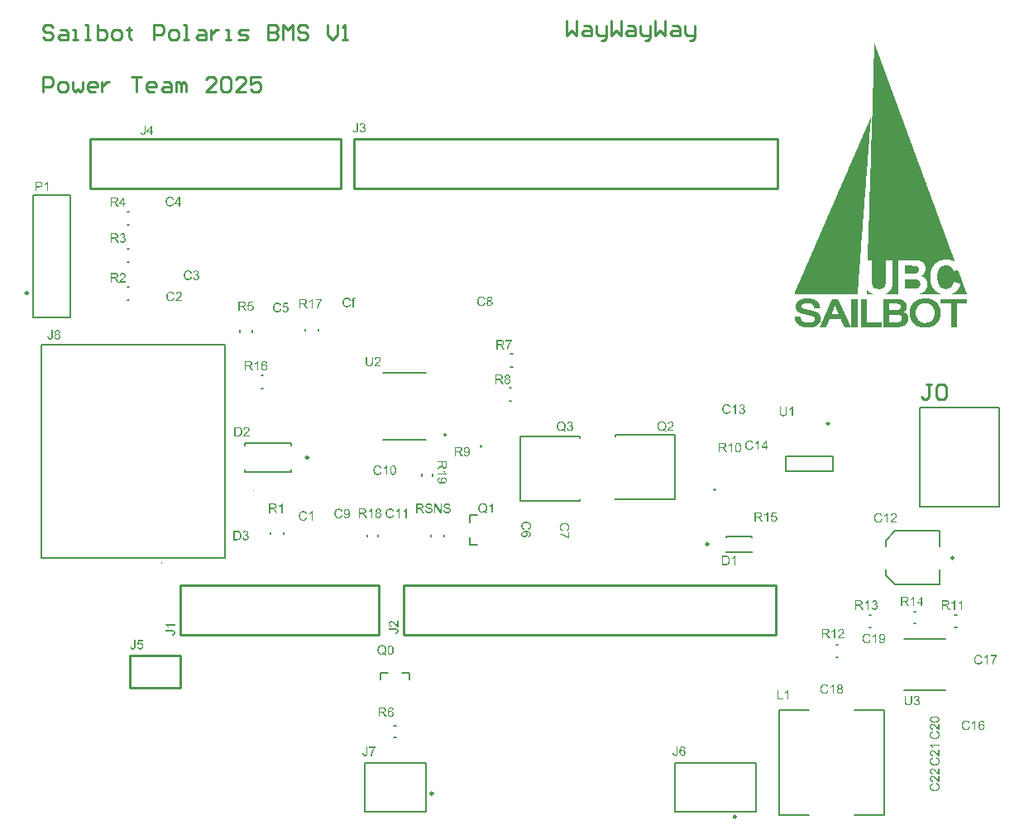
<source format=gto>
G04*
G04 #@! TF.GenerationSoftware,Altium Limited,Altium Designer,25.1.2 (22)*
G04*
G04 Layer_Color=65535*
%FSLAX25Y25*%
%MOIN*%
G70*
G04*
G04 #@! TF.SameCoordinates,A459EDE3-80A4-426C-A58C-906856A2545A*
G04*
G04*
G04 #@! TF.FilePolarity,Positive*
G04*
G01*
G75*
%ADD10C,0.00394*%
%ADD11C,0.00984*%
%ADD12C,0.00787*%
%ADD13C,0.00600*%
%ADD14C,0.01000*%
%ADD15C,0.00500*%
G36*
X342784Y314279D02*
X342857D01*
Y314059D01*
X342931D01*
Y313838D01*
X343004D01*
Y313691D01*
X343078D01*
Y313471D01*
X343151D01*
Y313250D01*
X343225D01*
Y313029D01*
X343298D01*
Y312882D01*
X343372D01*
Y312662D01*
X343445D01*
Y312441D01*
X343519D01*
Y312294D01*
X343593D01*
Y312073D01*
X343666D01*
Y311853D01*
X343740D01*
Y311632D01*
X343813D01*
Y311485D01*
X343887D01*
Y311264D01*
X343960D01*
Y311044D01*
X344034D01*
Y310897D01*
X344107D01*
Y310676D01*
X344181D01*
Y310455D01*
X344254D01*
Y310235D01*
X344328D01*
Y310088D01*
X344401D01*
Y309867D01*
X344475D01*
Y309646D01*
X344549D01*
Y309499D01*
X344622D01*
Y309279D01*
X344696D01*
Y309058D01*
X344769D01*
Y308838D01*
X344843D01*
Y308690D01*
X344916D01*
Y308470D01*
X344990D01*
Y308249D01*
X345063D01*
Y308102D01*
X345137D01*
Y307881D01*
X345210D01*
Y307661D01*
X345284D01*
Y307440D01*
X345357D01*
Y307293D01*
X345431D01*
Y307073D01*
X345504D01*
Y306852D01*
X345578D01*
Y306705D01*
X345652D01*
Y306484D01*
X345725D01*
Y306264D01*
X345799D01*
Y306043D01*
X345872D01*
Y305896D01*
X345946D01*
Y305675D01*
X346019D01*
Y305455D01*
X346093D01*
Y305308D01*
X346166D01*
Y305087D01*
X346240D01*
Y304866D01*
X346313D01*
Y304646D01*
X346387D01*
Y304499D01*
X346461D01*
Y304278D01*
X346534D01*
Y304058D01*
X346608D01*
Y303910D01*
X346681D01*
Y303690D01*
X346755D01*
Y303469D01*
X346828D01*
Y303249D01*
X346902D01*
Y303101D01*
X346975D01*
Y302881D01*
X347049D01*
Y302660D01*
X347122D01*
Y302513D01*
X347196D01*
Y302292D01*
X347269D01*
Y302072D01*
X347343D01*
Y301851D01*
X347416D01*
Y301704D01*
X347490D01*
Y301484D01*
X347564D01*
Y301263D01*
X347637D01*
Y301116D01*
X347711D01*
Y300895D01*
X347784D01*
Y300675D01*
X347858D01*
Y300454D01*
X347931D01*
Y300307D01*
X348005D01*
Y300086D01*
X348078D01*
Y299866D01*
X348152D01*
Y299719D01*
X348225D01*
Y299498D01*
X348299D01*
Y299277D01*
X348373D01*
Y299057D01*
X348446D01*
Y298910D01*
X348520D01*
Y298689D01*
X348593D01*
Y298468D01*
X348667D01*
Y298322D01*
X348740D01*
Y298101D01*
X348814D01*
Y297880D01*
X348887D01*
Y297660D01*
X348961D01*
Y297513D01*
X349034D01*
Y297292D01*
X349108D01*
Y297071D01*
X349181D01*
Y296924D01*
X349255D01*
Y296704D01*
X349328D01*
Y296483D01*
X349402D01*
Y296262D01*
X349476D01*
Y296115D01*
X349549D01*
Y295895D01*
X349623D01*
Y295674D01*
X349696D01*
Y295453D01*
X349770D01*
Y295306D01*
X349843D01*
Y295086D01*
X349917D01*
Y294865D01*
X349990D01*
Y294718D01*
X350064D01*
Y294497D01*
X350137D01*
Y294277D01*
X350211D01*
Y294056D01*
X350285D01*
Y293909D01*
X350358D01*
Y293689D01*
X350432D01*
Y293468D01*
X350505D01*
Y293321D01*
X350579D01*
Y293100D01*
X350652D01*
Y292880D01*
X350726D01*
Y292659D01*
X350799D01*
Y292512D01*
X350873D01*
Y292291D01*
X350946D01*
Y292071D01*
X351020D01*
Y291924D01*
X351093D01*
Y291703D01*
X351167D01*
Y291482D01*
X351240D01*
Y291262D01*
X351314D01*
Y291115D01*
X351388D01*
Y290894D01*
X351461D01*
Y290673D01*
X351535D01*
Y290526D01*
X351608D01*
Y290306D01*
X351682D01*
Y290085D01*
X351755D01*
Y289864D01*
X351829D01*
Y289717D01*
X351902D01*
Y289497D01*
X351976D01*
Y289276D01*
X352049D01*
Y289129D01*
X352123D01*
Y288909D01*
X352197D01*
Y288688D01*
X352270D01*
Y288467D01*
X352344D01*
Y288320D01*
X352417D01*
Y288100D01*
X352491D01*
Y287879D01*
X352564D01*
Y287732D01*
X352638D01*
Y287511D01*
X352711D01*
Y287291D01*
X352785D01*
Y287070D01*
X352858D01*
Y286923D01*
X352932D01*
Y286702D01*
X353006D01*
Y286482D01*
X353079D01*
Y286335D01*
X353152D01*
Y286114D01*
X353226D01*
Y285893D01*
X353300D01*
Y285673D01*
X353373D01*
Y285526D01*
X353447D01*
Y285305D01*
X353520D01*
Y285085D01*
X353594D01*
Y284937D01*
X353667D01*
Y284717D01*
X353741D01*
Y284496D01*
X353814D01*
Y284276D01*
X353888D01*
Y284128D01*
X353961D01*
Y283908D01*
X354035D01*
Y283687D01*
X354109D01*
Y283540D01*
X354182D01*
Y283319D01*
X354256D01*
Y283099D01*
X354329D01*
Y282878D01*
X354403D01*
Y282731D01*
X354476D01*
Y282511D01*
X354550D01*
Y282290D01*
X354623D01*
Y282143D01*
X354697D01*
Y281922D01*
X354770D01*
Y281702D01*
X354844D01*
Y281481D01*
X354918D01*
Y281334D01*
X354991D01*
Y281113D01*
X355065D01*
Y280893D01*
X355138D01*
Y280746D01*
X355212D01*
Y280525D01*
X355285D01*
Y280304D01*
X355359D01*
Y280084D01*
X355432D01*
Y279937D01*
X355506D01*
Y279716D01*
X355579D01*
Y279496D01*
X355653D01*
Y279348D01*
X355726D01*
Y279128D01*
X355800D01*
Y278907D01*
X355873D01*
Y278687D01*
X355947D01*
Y278539D01*
X356021D01*
Y278319D01*
X356094D01*
Y278098D01*
X356168D01*
Y277951D01*
X356241D01*
Y277731D01*
X356315D01*
Y277510D01*
X356388D01*
Y277289D01*
X356462D01*
Y277142D01*
X356535D01*
Y276922D01*
X356609D01*
Y276701D01*
X356682D01*
Y276554D01*
X356756D01*
Y276333D01*
X356830D01*
Y276113D01*
X356903D01*
Y275892D01*
X356977D01*
Y275745D01*
X357050D01*
Y275524D01*
X357124D01*
Y275304D01*
X357197D01*
Y275157D01*
X357271D01*
Y274936D01*
X357344D01*
Y274715D01*
X357418D01*
Y274495D01*
X357491D01*
Y274348D01*
X357565D01*
Y274127D01*
X357638D01*
Y273907D01*
X357712D01*
Y273760D01*
X357786D01*
Y273539D01*
X357859D01*
Y273318D01*
X357933D01*
Y273098D01*
X358006D01*
Y272951D01*
X358080D01*
Y272730D01*
X358153D01*
Y272509D01*
X358227D01*
Y272289D01*
X358300D01*
Y272142D01*
X358374D01*
Y271921D01*
X358447D01*
Y271700D01*
X358521D01*
Y271553D01*
X358594D01*
Y271333D01*
X358668D01*
Y271112D01*
X358741D01*
Y270891D01*
X358815D01*
Y270744D01*
X358889D01*
Y270524D01*
X358962D01*
Y270303D01*
X359036D01*
Y270156D01*
X359109D01*
Y269935D01*
X359183D01*
Y269715D01*
X359256D01*
Y269494D01*
X359330D01*
Y269347D01*
X359403D01*
Y269127D01*
X359477D01*
Y268906D01*
X359550D01*
Y268759D01*
X359624D01*
Y268538D01*
X359698D01*
Y268318D01*
X359771D01*
Y268097D01*
X359845D01*
Y267950D01*
X359918D01*
Y267729D01*
X359992D01*
Y267509D01*
X360065D01*
Y267362D01*
X360139D01*
Y267141D01*
X360212D01*
Y266920D01*
X360286D01*
Y266700D01*
X360359D01*
Y266553D01*
X360433D01*
Y266332D01*
X360506D01*
Y266111D01*
X360580D01*
Y265964D01*
X360653D01*
Y265744D01*
X360727D01*
Y265523D01*
X360801D01*
Y265302D01*
X360874D01*
Y265155D01*
X360948D01*
Y264935D01*
X361021D01*
Y264714D01*
X361095D01*
Y264567D01*
X361168D01*
Y264347D01*
X361242D01*
Y264126D01*
X361315D01*
Y263905D01*
X361389D01*
Y263758D01*
X361462D01*
Y263538D01*
X361536D01*
Y263317D01*
X361610D01*
Y263170D01*
X361683D01*
Y262949D01*
X361757D01*
Y262729D01*
X361830D01*
Y262508D01*
X361904D01*
Y262361D01*
X361977D01*
Y262140D01*
X362051D01*
Y261920D01*
X362124D01*
Y261773D01*
X362198D01*
Y261552D01*
X362271D01*
Y261331D01*
X362345D01*
Y261111D01*
X362418D01*
Y260964D01*
X362492D01*
Y260743D01*
X362565D01*
Y260523D01*
X362639D01*
Y260375D01*
X362713D01*
Y260155D01*
X362786D01*
Y259934D01*
X362860D01*
Y259714D01*
X362933D01*
Y259566D01*
X363007D01*
Y259346D01*
X363080D01*
Y259125D01*
X363154D01*
Y258978D01*
X363227D01*
Y258757D01*
X363301D01*
Y258537D01*
X363374D01*
Y258316D01*
X363448D01*
Y258169D01*
X363522D01*
Y257949D01*
X363595D01*
Y257728D01*
X363669D01*
Y257581D01*
X363742D01*
Y257360D01*
X363816D01*
Y257140D01*
X363889D01*
Y256919D01*
X363963D01*
Y256772D01*
X364036D01*
Y256551D01*
X364110D01*
Y256331D01*
X364183D01*
Y256184D01*
X364257D01*
Y255963D01*
X364330D01*
Y255743D01*
X364404D01*
Y255522D01*
X364477D01*
Y255375D01*
X364551D01*
Y255154D01*
X364625D01*
Y254934D01*
X364698D01*
Y254786D01*
X364772D01*
Y254566D01*
X364845D01*
Y254345D01*
X364919D01*
Y254125D01*
X364992D01*
Y253977D01*
X365066D01*
Y253757D01*
X365139D01*
Y253536D01*
X365213D01*
Y253389D01*
X365286D01*
Y253169D01*
X365360D01*
Y252948D01*
X365434D01*
Y252727D01*
X365507D01*
Y252580D01*
X365581D01*
Y252360D01*
X365654D01*
Y252139D01*
X365728D01*
Y251992D01*
X365801D01*
Y251771D01*
X365875D01*
Y251551D01*
X365948D01*
Y251330D01*
X366022D01*
Y251183D01*
X366095D01*
Y250962D01*
X366169D01*
Y250742D01*
X366243D01*
Y250595D01*
X366316D01*
Y250374D01*
X366389D01*
Y250153D01*
X366463D01*
Y249933D01*
X366537D01*
Y249786D01*
X366610D01*
Y249565D01*
X366684D01*
Y249345D01*
X366757D01*
Y249198D01*
X366831D01*
Y248977D01*
X366904D01*
Y248756D01*
X366978D01*
Y248536D01*
X367051D01*
Y248389D01*
X367125D01*
Y248168D01*
X367198D01*
Y247947D01*
X367272D01*
Y247727D01*
X367345D01*
Y247580D01*
X367419D01*
Y247359D01*
X367493D01*
Y247138D01*
X367566D01*
Y246991D01*
X367640D01*
Y246771D01*
X367713D01*
Y246550D01*
X367787D01*
Y246329D01*
X367860D01*
Y246182D01*
X367934D01*
Y245962D01*
X368007D01*
Y245741D01*
X368081D01*
Y245594D01*
X368155D01*
Y245374D01*
X368228D01*
Y245153D01*
X368302D01*
Y244932D01*
X368375D01*
Y244785D01*
X368449D01*
Y244565D01*
X368522D01*
Y244344D01*
X368596D01*
Y244197D01*
X368669D01*
Y243976D01*
X368743D01*
Y243756D01*
X368816D01*
Y243535D01*
X368890D01*
Y243388D01*
X368963D01*
Y243167D01*
X369037D01*
Y242947D01*
X369110D01*
Y242800D01*
X369184D01*
Y242579D01*
X369257D01*
Y242358D01*
X369331D01*
Y242138D01*
X369405D01*
Y241991D01*
X369478D01*
Y241770D01*
X369552D01*
Y241549D01*
X369625D01*
Y241402D01*
X369699D01*
Y241182D01*
X369772D01*
Y240961D01*
X369846D01*
Y240740D01*
X369919D01*
Y240593D01*
X369993D01*
Y240373D01*
X370066D01*
Y240152D01*
X370140D01*
Y240005D01*
X370214D01*
Y239785D01*
X370287D01*
Y239564D01*
X370361D01*
Y239343D01*
X370434D01*
Y239196D01*
X370508D01*
Y238976D01*
X370581D01*
Y238755D01*
X370655D01*
Y238608D01*
X370728D01*
Y238387D01*
X370802D01*
Y238167D01*
X370875D01*
Y237946D01*
X370949D01*
Y237799D01*
X371023D01*
Y237578D01*
X371096D01*
Y237358D01*
X371170D01*
Y237211D01*
X371243D01*
Y236990D01*
X371317D01*
Y236769D01*
X371390D01*
Y236549D01*
X371464D01*
Y236402D01*
X371537D01*
Y236181D01*
X371611D01*
Y235961D01*
X371684D01*
Y235813D01*
X371758D01*
Y235593D01*
X371831D01*
Y235372D01*
X371905D01*
Y235152D01*
X371978D01*
Y235004D01*
X372052D01*
Y234784D01*
X372126D01*
Y234563D01*
X372199D01*
Y234416D01*
X372273D01*
Y234196D01*
X372346D01*
Y233975D01*
X372420D01*
Y233754D01*
X372493D01*
Y233607D01*
X372567D01*
Y233387D01*
X372640D01*
Y233166D01*
X372714D01*
Y233019D01*
X372787D01*
Y232798D01*
X372861D01*
Y232578D01*
X372935D01*
Y232357D01*
X373008D01*
Y232210D01*
X373082D01*
Y231989D01*
X373155D01*
Y231769D01*
X373229D01*
Y231622D01*
X373302D01*
Y231401D01*
X373376D01*
Y231181D01*
X373449D01*
Y230960D01*
X373523D01*
Y230813D01*
X373596D01*
Y230592D01*
X373670D01*
Y230371D01*
X373743D01*
Y230224D01*
X373817D01*
Y230004D01*
X373890D01*
Y229783D01*
X373964D01*
Y229563D01*
X374038D01*
Y229415D01*
X374111D01*
Y229195D01*
X374185D01*
Y228974D01*
X374258D01*
Y228827D01*
X374332D01*
Y228607D01*
X374405D01*
Y228386D01*
X374479D01*
Y228165D01*
X374552D01*
Y228018D01*
X374626D01*
Y227798D01*
X374699D01*
Y227577D01*
X374773D01*
Y227430D01*
X374847D01*
Y227209D01*
X374920D01*
Y226989D01*
X374994D01*
Y226768D01*
X375067D01*
Y226621D01*
X375141D01*
Y226474D01*
X375067D01*
Y226548D01*
X374920D01*
Y226621D01*
X374773D01*
Y226695D01*
X374626D01*
Y226768D01*
X374479D01*
Y226842D01*
X374332D01*
Y226915D01*
X374111D01*
Y226989D01*
X373890D01*
Y227062D01*
X373670D01*
Y227136D01*
X373302D01*
Y227209D01*
X372935D01*
Y227283D01*
X372052D01*
Y227356D01*
X371537D01*
Y227283D01*
X370581D01*
Y227209D01*
X370214D01*
Y227136D01*
X369846D01*
Y227062D01*
X369625D01*
Y226989D01*
X369405D01*
Y226915D01*
X369184D01*
Y226842D01*
X368963D01*
Y226768D01*
X368816D01*
Y226695D01*
X368669D01*
Y226621D01*
X368522D01*
Y226548D01*
X368375D01*
Y226474D01*
X368302D01*
Y226400D01*
X368155D01*
Y226327D01*
X368007D01*
Y226253D01*
X367934D01*
Y226180D01*
X367860D01*
Y226106D01*
X367713D01*
Y226033D01*
X367640D01*
Y225959D01*
X367566D01*
Y225886D01*
X367493D01*
Y225812D01*
X367345D01*
Y225739D01*
X367272D01*
Y225665D01*
X367198D01*
Y225591D01*
X367125D01*
Y225518D01*
X367051D01*
Y225444D01*
X366978D01*
Y225371D01*
X366904D01*
Y225297D01*
X366831D01*
Y225150D01*
X366757D01*
Y225077D01*
X366684D01*
Y225003D01*
X366610D01*
Y224930D01*
X366537D01*
Y224783D01*
X366463D01*
Y224709D01*
X366389D01*
Y224562D01*
X366316D01*
Y224488D01*
X366243D01*
Y224341D01*
X366169D01*
Y224194D01*
X366095D01*
Y224121D01*
X366022D01*
Y223974D01*
X365948D01*
Y223753D01*
X365875D01*
Y223606D01*
X365801D01*
Y223459D01*
X365728D01*
Y223238D01*
X365654D01*
Y223018D01*
X365581D01*
Y222797D01*
X365507D01*
Y222503D01*
X365434D01*
Y222209D01*
X365360D01*
Y221767D01*
X365286D01*
Y221106D01*
X365213D01*
Y219047D01*
X365286D01*
Y218458D01*
X365360D01*
Y218091D01*
X365434D01*
Y217796D01*
X365507D01*
Y217502D01*
X365581D01*
Y217282D01*
X365654D01*
Y217061D01*
X365728D01*
Y216840D01*
X365801D01*
Y216693D01*
X365875D01*
Y216546D01*
X365948D01*
Y216399D01*
X366022D01*
Y216252D01*
X366095D01*
Y216105D01*
X366169D01*
Y216032D01*
X366243D01*
Y215884D01*
X366316D01*
Y215737D01*
X366389D01*
Y215664D01*
X366463D01*
Y215517D01*
X366537D01*
Y215443D01*
X366610D01*
Y215370D01*
X366684D01*
Y215296D01*
X366757D01*
Y215149D01*
X366831D01*
Y215075D01*
X366904D01*
Y215002D01*
X366978D01*
Y214928D01*
X367051D01*
Y214855D01*
X367125D01*
Y214781D01*
X367198D01*
Y214708D01*
X367272D01*
Y214634D01*
X367345D01*
Y214561D01*
X367493D01*
Y214487D01*
X367566D01*
Y214414D01*
X367640D01*
Y214340D01*
X367713D01*
Y214266D01*
X367860D01*
Y214193D01*
X367934D01*
Y214120D01*
X368081D01*
Y214046D01*
X368155D01*
Y213972D01*
X368302D01*
Y213899D01*
X368449D01*
Y213825D01*
X368522D01*
Y213752D01*
X368669D01*
Y213678D01*
X368890D01*
Y213605D01*
X369037D01*
Y213531D01*
X369184D01*
Y213458D01*
X369331D01*
Y213384D01*
X360727D01*
Y213458D01*
X361021D01*
Y213531D01*
X361315D01*
Y213605D01*
X361536D01*
Y213678D01*
X361757D01*
Y213752D01*
X361904D01*
Y213825D01*
X362051D01*
Y213899D01*
X362198D01*
Y213972D01*
X362345D01*
Y214046D01*
X362418D01*
Y214120D01*
X362492D01*
Y214193D01*
X362639D01*
Y214266D01*
X362713D01*
Y214340D01*
X362786D01*
Y214414D01*
X362860D01*
Y214487D01*
X362933D01*
Y214561D01*
X363007D01*
Y214634D01*
X363080D01*
Y214708D01*
X363154D01*
Y214781D01*
X363227D01*
Y214928D01*
X363301D01*
Y215002D01*
X363374D01*
Y215149D01*
X363448D01*
Y215223D01*
X363522D01*
Y215370D01*
X363595D01*
Y215517D01*
X363669D01*
Y215664D01*
X363742D01*
Y215884D01*
X363816D01*
Y216032D01*
X363889D01*
Y216326D01*
X363963D01*
Y216620D01*
X364036D01*
Y217944D01*
X363963D01*
Y218311D01*
X363889D01*
Y218532D01*
X363816D01*
Y218679D01*
X363742D01*
Y218826D01*
X363669D01*
Y218973D01*
X363595D01*
Y219120D01*
X363522D01*
Y219194D01*
X363448D01*
Y219341D01*
X363374D01*
Y219414D01*
X363301D01*
Y219488D01*
X363227D01*
Y219561D01*
X363154D01*
Y219635D01*
X363080D01*
Y219708D01*
X363007D01*
Y219782D01*
X362933D01*
Y219855D01*
X362860D01*
Y219929D01*
X362786D01*
Y220003D01*
X362639D01*
Y220076D01*
X362565D01*
Y220150D01*
X362418D01*
Y220223D01*
X362271D01*
Y220297D01*
X362198D01*
Y220370D01*
X361977D01*
Y220444D01*
X361830D01*
Y220517D01*
X361610D01*
Y220591D01*
X361389D01*
Y220664D01*
X361536D01*
Y220738D01*
X361610D01*
Y220812D01*
X361757D01*
Y220885D01*
X361904D01*
Y220959D01*
X361977D01*
Y221032D01*
X362124D01*
Y221106D01*
X362198D01*
Y221179D01*
X362271D01*
Y221253D01*
X362345D01*
Y221326D01*
X362418D01*
Y221400D01*
X362492D01*
Y221473D01*
X362565D01*
Y221547D01*
X362639D01*
Y221620D01*
X362713D01*
Y221767D01*
X362786D01*
Y221841D01*
X362860D01*
Y221988D01*
X362933D01*
Y222062D01*
X363007D01*
Y222209D01*
X363080D01*
Y222356D01*
X363154D01*
Y222576D01*
X363227D01*
Y222797D01*
X363301D01*
Y223165D01*
X363374D01*
Y224047D01*
X363301D01*
Y224488D01*
X363227D01*
Y224709D01*
X363154D01*
Y224856D01*
X363080D01*
Y225077D01*
X363007D01*
Y225150D01*
X362933D01*
Y225297D01*
X362860D01*
Y225444D01*
X362786D01*
Y225518D01*
X362713D01*
Y225591D01*
X362639D01*
Y225739D01*
X362565D01*
Y225812D01*
X362492D01*
Y225886D01*
X362418D01*
Y225959D01*
X362345D01*
Y226033D01*
X362271D01*
Y226106D01*
X362198D01*
Y226180D01*
X362124D01*
Y226253D01*
X361977D01*
Y226327D01*
X361904D01*
Y226400D01*
X361757D01*
Y226474D01*
X361683D01*
Y226548D01*
X361536D01*
Y226621D01*
X361389D01*
Y226695D01*
X361242D01*
Y226768D01*
X361021D01*
Y226842D01*
X360801D01*
Y226915D01*
X360433D01*
Y226989D01*
X359771D01*
Y227062D01*
X352270D01*
Y213384D01*
X347122D01*
Y213458D01*
X347269D01*
Y213531D01*
X347416D01*
Y213605D01*
X347564D01*
Y213678D01*
X347711D01*
Y213752D01*
X347858D01*
Y213825D01*
X348005D01*
Y213899D01*
X348078D01*
Y213972D01*
X348225D01*
Y214046D01*
X348373D01*
Y214120D01*
X348446D01*
Y214193D01*
X348520D01*
Y214266D01*
X348667D01*
Y214340D01*
X348740D01*
Y214414D01*
X348814D01*
Y214487D01*
X348887D01*
Y214561D01*
X348961D01*
Y214634D01*
X349034D01*
Y214708D01*
X349108D01*
Y214855D01*
X349181D01*
Y214928D01*
X349255D01*
Y215075D01*
X349328D01*
Y215149D01*
X349402D01*
Y215296D01*
X349476D01*
Y215443D01*
X349549D01*
Y215590D01*
X349623D01*
Y215811D01*
X349696D01*
Y216032D01*
X349770D01*
Y216252D01*
X349843D01*
Y216693D01*
X349917D01*
Y217282D01*
X349990D01*
Y218458D01*
X350064D01*
Y227062D01*
X347269D01*
Y218679D01*
X347196D01*
Y217429D01*
X347122D01*
Y216987D01*
X347049D01*
Y216767D01*
X346975D01*
Y216620D01*
X346902D01*
Y216473D01*
X346828D01*
Y216326D01*
X346755D01*
Y216252D01*
X346681D01*
Y216178D01*
X346608D01*
Y216105D01*
X346534D01*
Y216032D01*
X346461D01*
Y215958D01*
X346387D01*
Y215884D01*
X346240D01*
Y215811D01*
X346166D01*
Y215737D01*
X346019D01*
Y215664D01*
X345799D01*
Y215590D01*
X345578D01*
Y215517D01*
X345210D01*
Y215443D01*
X343887D01*
Y215517D01*
X343519D01*
Y215590D01*
X343298D01*
Y215664D01*
X343078D01*
Y215737D01*
X342931D01*
Y215811D01*
X342784D01*
Y215884D01*
X342710D01*
Y215958D01*
X342563D01*
Y216032D01*
X342489D01*
Y216105D01*
X342416D01*
Y216178D01*
X342342D01*
Y216252D01*
X342269D01*
Y216326D01*
X342195D01*
Y216473D01*
X342122D01*
Y216546D01*
X342048D01*
Y216693D01*
X341975D01*
Y216840D01*
X341901D01*
Y216987D01*
X341828D01*
Y217282D01*
X341754D01*
Y217796D01*
X341681D01*
Y227062D01*
X339989D01*
Y228827D01*
X340063D01*
Y231181D01*
X340136D01*
Y233534D01*
X340210D01*
Y235887D01*
X340283D01*
Y238167D01*
X340357D01*
Y240520D01*
X340430D01*
Y242873D01*
X340504D01*
Y245226D01*
X340577D01*
Y247580D01*
X340651D01*
Y249933D01*
X340724D01*
Y252213D01*
X340798D01*
Y254566D01*
X340872D01*
Y256919D01*
X340945D01*
Y259272D01*
X341019D01*
Y261626D01*
X341092D01*
Y263905D01*
X341166D01*
Y266259D01*
X341239D01*
Y268612D01*
X341313D01*
Y270965D01*
X341386D01*
Y273318D01*
X341460D01*
Y275672D01*
X341533D01*
Y277951D01*
X341607D01*
Y280304D01*
X341681D01*
Y282658D01*
X341754D01*
Y285011D01*
X341828D01*
Y287364D01*
X341901D01*
Y289644D01*
X341975D01*
Y291997D01*
X342048D01*
Y294350D01*
X342122D01*
Y296704D01*
X342195D01*
Y299057D01*
X342269D01*
Y301337D01*
X342342D01*
Y303690D01*
X342416D01*
Y306043D01*
X342489D01*
Y308396D01*
X342563D01*
Y310750D01*
X342636D01*
Y313103D01*
X342710D01*
Y314426D01*
X342784D01*
Y314279D01*
D02*
G37*
G36*
X358153Y224783D02*
X359403D01*
Y224709D01*
X359624D01*
Y224636D01*
X359845D01*
Y224562D01*
X359992D01*
Y224488D01*
X360065D01*
Y224415D01*
X360139D01*
Y224341D01*
X360286D01*
Y224194D01*
X360359D01*
Y224121D01*
X360433D01*
Y223974D01*
X360506D01*
Y223827D01*
X360580D01*
Y223459D01*
X360653D01*
Y223018D01*
X360580D01*
Y222650D01*
X360506D01*
Y222503D01*
X360433D01*
Y222356D01*
X360359D01*
Y222282D01*
X360286D01*
Y222209D01*
X360212D01*
Y222135D01*
X360139D01*
Y222062D01*
X360065D01*
Y221988D01*
X359992D01*
Y221915D01*
X359845D01*
Y221841D01*
X359698D01*
Y221767D01*
X359477D01*
Y221694D01*
X359109D01*
Y221620D01*
X355138D01*
Y224856D01*
X358153D01*
Y224783D01*
D02*
G37*
G36*
X358741Y219267D02*
X359550D01*
Y219194D01*
X359845D01*
Y219120D01*
X360065D01*
Y219047D01*
X360212D01*
Y218973D01*
X360359D01*
Y218899D01*
X360506D01*
Y218826D01*
X360580D01*
Y218752D01*
X360653D01*
Y218679D01*
X360727D01*
Y218605D01*
X360801D01*
Y218532D01*
X360874D01*
Y218385D01*
X360948D01*
Y218238D01*
X361021D01*
Y218017D01*
X361095D01*
Y217723D01*
X361168D01*
Y217134D01*
X361095D01*
Y216840D01*
X361021D01*
Y216620D01*
X360948D01*
Y216473D01*
X360874D01*
Y216399D01*
X360801D01*
Y216252D01*
X360727D01*
Y216178D01*
X360653D01*
Y216105D01*
X360580D01*
Y216032D01*
X360433D01*
Y215958D01*
X360359D01*
Y215884D01*
X360212D01*
Y215811D01*
X359992D01*
Y215737D01*
X359698D01*
Y215664D01*
X358889D01*
Y215590D01*
X355138D01*
Y219341D01*
X358741D01*
Y219267D01*
D02*
G37*
G36*
X371905Y224930D02*
X372420D01*
Y224856D01*
X372640D01*
Y224783D01*
X372861D01*
Y224709D01*
X373082D01*
Y224636D01*
X373229D01*
Y224562D01*
X373302D01*
Y224488D01*
X373449D01*
Y224415D01*
X373523D01*
Y224341D01*
X373596D01*
Y224268D01*
X373670D01*
Y224194D01*
X373817D01*
Y224121D01*
X373890D01*
Y223974D01*
X373964D01*
Y223900D01*
X374038D01*
Y223827D01*
X374111D01*
Y223753D01*
X374185D01*
Y223606D01*
X374258D01*
Y223459D01*
X374332D01*
Y223385D01*
X374405D01*
Y223165D01*
X374479D01*
Y222944D01*
X374552D01*
Y222724D01*
X374626D01*
Y222650D01*
X374699D01*
Y222724D01*
X375067D01*
Y222797D01*
X375361D01*
Y222871D01*
X375655D01*
Y222944D01*
X375950D01*
Y223018D01*
X376317D01*
Y223091D01*
X376391D01*
Y223018D01*
X376464D01*
Y222797D01*
X376538D01*
Y222576D01*
X376611D01*
Y222429D01*
X376685D01*
Y222209D01*
X376759D01*
Y221988D01*
X376832D01*
Y221841D01*
X376906D01*
Y221620D01*
X376979D01*
Y221400D01*
X377053D01*
Y221179D01*
X377126D01*
Y221032D01*
X377200D01*
Y220812D01*
X377273D01*
Y220591D01*
X377347D01*
Y220370D01*
X377420D01*
Y220223D01*
X377494D01*
Y220003D01*
X377567D01*
Y219782D01*
X377641D01*
Y219635D01*
X377714D01*
Y219414D01*
X377788D01*
Y219194D01*
X377862D01*
Y218973D01*
X377935D01*
Y218826D01*
X378009D01*
Y218605D01*
X378082D01*
Y218385D01*
X378156D01*
Y218238D01*
X378229D01*
Y218017D01*
X378303D01*
Y217796D01*
X378376D01*
Y217576D01*
X378450D01*
Y217429D01*
X378523D01*
Y217208D01*
X378597D01*
Y216987D01*
X378671D01*
Y216840D01*
X378744D01*
Y216620D01*
X378818D01*
Y216399D01*
X378891D01*
Y216178D01*
X378965D01*
Y216032D01*
X379038D01*
Y215811D01*
X379112D01*
Y215590D01*
X379185D01*
Y215443D01*
X379259D01*
Y215223D01*
X379332D01*
Y215002D01*
X379406D01*
Y214781D01*
X379479D01*
Y214634D01*
X379553D01*
Y214414D01*
X379626D01*
Y214193D01*
X379700D01*
Y214046D01*
X379774D01*
Y213825D01*
X379847D01*
Y213605D01*
X379921D01*
Y213384D01*
X373890D01*
Y213458D01*
X374038D01*
Y213531D01*
X374258D01*
Y213605D01*
X374405D01*
Y213678D01*
X374552D01*
Y213752D01*
X374699D01*
Y213825D01*
X374847D01*
Y213899D01*
X374994D01*
Y213972D01*
X375067D01*
Y214046D01*
X375214D01*
Y214120D01*
X375288D01*
Y214193D01*
X375435D01*
Y214266D01*
X375508D01*
Y214340D01*
X375582D01*
Y214414D01*
X375655D01*
Y214487D01*
X375729D01*
Y214561D01*
X375802D01*
Y214634D01*
X375876D01*
Y214708D01*
X375950D01*
Y214781D01*
X376023D01*
Y214855D01*
X376097D01*
Y214928D01*
X376170D01*
Y215002D01*
X376244D01*
Y215149D01*
X376317D01*
Y215223D01*
X376391D01*
Y215296D01*
X376464D01*
Y215443D01*
X376538D01*
Y215517D01*
X376611D01*
Y215664D01*
X376685D01*
Y215811D01*
X376759D01*
Y215884D01*
X376832D01*
Y216032D01*
X376906D01*
Y216178D01*
X376979D01*
Y216326D01*
X377053D01*
Y216546D01*
X377126D01*
Y216620D01*
Y216693D01*
X377200D01*
Y216914D01*
X377273D01*
Y217134D01*
X377347D01*
Y217355D01*
X377420D01*
Y217502D01*
X377347D01*
Y217576D01*
X377126D01*
Y217649D01*
X376906D01*
Y217723D01*
X376611D01*
Y217796D01*
X376391D01*
Y217870D01*
X376170D01*
Y217944D01*
X375950D01*
Y218017D01*
X375729D01*
Y218091D01*
X375435D01*
Y218164D01*
X375214D01*
Y218238D01*
X374994D01*
Y218311D01*
X374773D01*
Y218385D01*
X374699D01*
Y218238D01*
X374626D01*
Y217944D01*
X374552D01*
Y217723D01*
X374479D01*
Y217502D01*
X374405D01*
Y217355D01*
X374332D01*
Y217208D01*
X374258D01*
Y217061D01*
X374185D01*
Y216914D01*
X374111D01*
Y216767D01*
X374038D01*
Y216693D01*
X373964D01*
Y216546D01*
X373890D01*
Y216473D01*
X373817D01*
Y216399D01*
X373743D01*
Y216326D01*
X373670D01*
Y216252D01*
X373596D01*
Y216178D01*
X373523D01*
Y216105D01*
X373449D01*
Y216032D01*
X373376D01*
Y215958D01*
X373229D01*
Y215884D01*
X373155D01*
Y215811D01*
X373008D01*
Y215737D01*
X372861D01*
Y215664D01*
X372640D01*
Y215590D01*
X372420D01*
Y215517D01*
X372126D01*
Y215443D01*
X370949D01*
Y215517D01*
X370655D01*
Y215590D01*
X370434D01*
Y215664D01*
X370214D01*
Y215737D01*
X370066D01*
Y215811D01*
X369919D01*
Y215884D01*
X369772D01*
Y215958D01*
X369699D01*
Y216032D01*
X369552D01*
Y216105D01*
X369478D01*
Y216178D01*
X369405D01*
Y216252D01*
X369331D01*
Y216326D01*
X369257D01*
Y216399D01*
X369184D01*
Y216473D01*
X369110D01*
Y216546D01*
X369037D01*
Y216620D01*
X368963D01*
Y216693D01*
X368890D01*
Y216840D01*
X368816D01*
Y216914D01*
X368743D01*
Y217061D01*
X368669D01*
Y217208D01*
X368596D01*
Y217355D01*
X368522D01*
Y217576D01*
X368449D01*
Y217796D01*
X368375D01*
Y218091D01*
X368302D01*
Y218385D01*
X368228D01*
Y218826D01*
X368155D01*
Y219561D01*
X368081D01*
Y220959D01*
X368155D01*
Y221694D01*
X368228D01*
Y222062D01*
X368302D01*
Y222356D01*
X368375D01*
Y222650D01*
X368449D01*
Y222871D01*
X368522D01*
Y223018D01*
X368596D01*
Y223165D01*
X368669D01*
Y223312D01*
X368743D01*
Y223459D01*
X368816D01*
Y223606D01*
X368890D01*
Y223679D01*
X368963D01*
Y223753D01*
X369037D01*
Y223827D01*
X369110D01*
Y223974D01*
X369184D01*
Y224047D01*
X369257D01*
Y224121D01*
X369331D01*
Y224194D01*
X369478D01*
Y224268D01*
X369552D01*
Y224341D01*
X369625D01*
Y224415D01*
X369772D01*
Y224488D01*
X369846D01*
Y224562D01*
X369993D01*
Y224636D01*
X370140D01*
Y224709D01*
X370361D01*
Y224783D01*
X370508D01*
Y224856D01*
X370802D01*
Y224930D01*
X371317D01*
Y225003D01*
X371905D01*
Y224930D01*
D02*
G37*
G36*
X339695Y215002D02*
X339769D01*
Y214855D01*
X339842D01*
Y214781D01*
X339915D01*
Y214708D01*
X339989D01*
Y214634D01*
X340063D01*
Y214561D01*
X340136D01*
Y214487D01*
X340210D01*
Y214414D01*
X340283D01*
Y214340D01*
X340357D01*
Y214266D01*
X340504D01*
Y214193D01*
X340577D01*
Y214120D01*
X340724D01*
Y214046D01*
X340872D01*
Y213972D01*
X340945D01*
Y213899D01*
X341092D01*
Y213825D01*
X341239D01*
Y213752D01*
X341386D01*
Y213678D01*
X341533D01*
Y213605D01*
X341754D01*
Y213531D01*
X341901D01*
Y213458D01*
X342048D01*
Y213384D01*
X339548D01*
Y215002D01*
X339621D01*
Y215075D01*
X339695D01*
Y215002D01*
D02*
G37*
G36*
X341313Y284349D02*
X341239D01*
Y283393D01*
X341166D01*
Y282437D01*
X341092D01*
Y281481D01*
X341019D01*
Y280525D01*
X340945D01*
Y279496D01*
X340872D01*
Y278539D01*
X340798D01*
Y277584D01*
X340724D01*
Y276627D01*
X340651D01*
Y275672D01*
X340577D01*
Y274642D01*
X340504D01*
Y273686D01*
X340430D01*
Y272730D01*
X340357D01*
Y271774D01*
X340283D01*
Y270818D01*
X340210D01*
Y269788D01*
X340136D01*
Y268832D01*
X340063D01*
Y267876D01*
X339989D01*
Y266920D01*
X339915D01*
Y265964D01*
X339842D01*
Y264935D01*
X339769D01*
Y263979D01*
X339695D01*
Y263023D01*
X339621D01*
Y262067D01*
X339548D01*
Y261111D01*
X339474D01*
Y260081D01*
X339401D01*
Y259125D01*
X339327D01*
Y258169D01*
X339254D01*
Y257213D01*
X339180D01*
Y256257D01*
X339107D01*
Y255228D01*
X339033D01*
Y254272D01*
X338960D01*
Y253316D01*
X338886D01*
Y252360D01*
X338812D01*
Y251404D01*
X338739D01*
Y250374D01*
X338665D01*
Y249418D01*
X338592D01*
Y248462D01*
X338518D01*
Y247506D01*
X338445D01*
Y246550D01*
X338371D01*
Y245521D01*
X338298D01*
Y244565D01*
X338224D01*
Y243608D01*
X338151D01*
Y242653D01*
X338077D01*
Y241697D01*
X338003D01*
Y240667D01*
X337930D01*
Y239711D01*
X337856D01*
Y238755D01*
X337783D01*
Y237799D01*
X337709D01*
Y236843D01*
X337636D01*
Y235813D01*
X337562D01*
Y234857D01*
X337489D01*
Y233901D01*
X337415D01*
Y232945D01*
X337342D01*
Y231989D01*
X337268D01*
Y230960D01*
X337195D01*
Y230004D01*
X337121D01*
Y229048D01*
X337048D01*
Y228092D01*
X336974D01*
Y227136D01*
X336900D01*
Y226106D01*
X336827D01*
Y225150D01*
X336753D01*
Y224194D01*
X336680D01*
Y223238D01*
X336606D01*
Y222209D01*
X336533D01*
Y221253D01*
X336459D01*
Y220297D01*
X336386D01*
Y219341D01*
X336312D01*
Y218385D01*
X336239D01*
Y217355D01*
X336165D01*
Y216399D01*
X336091D01*
Y215443D01*
X336018D01*
Y214487D01*
X335944D01*
Y213531D01*
X335871D01*
Y213384D01*
X310500D01*
Y213825D01*
X310574D01*
Y213972D01*
X310647D01*
Y214120D01*
X310721D01*
Y214340D01*
X310794D01*
Y214487D01*
X310868D01*
Y214634D01*
X310941D01*
Y214781D01*
X311015D01*
Y215002D01*
X311088D01*
Y215149D01*
X311162D01*
Y215296D01*
X311235D01*
Y215517D01*
X311309D01*
Y215664D01*
X311383D01*
Y215811D01*
X311456D01*
Y216032D01*
X311529D01*
Y216178D01*
X311603D01*
Y216326D01*
X311677D01*
Y216473D01*
X311750D01*
Y216693D01*
X311824D01*
Y216840D01*
X311897D01*
Y216987D01*
X311971D01*
Y217208D01*
X312044D01*
Y217355D01*
X312118D01*
Y217502D01*
X312191D01*
Y217723D01*
X312265D01*
Y217870D01*
X312338D01*
Y218017D01*
X312412D01*
Y218238D01*
X312486D01*
Y218385D01*
X312559D01*
Y218532D01*
X312633D01*
Y218679D01*
X312706D01*
Y218899D01*
X312780D01*
Y219047D01*
X312853D01*
Y219194D01*
X312927D01*
Y219414D01*
X313000D01*
Y219561D01*
X313074D01*
Y219708D01*
X313147D01*
Y219929D01*
X313221D01*
Y220076D01*
X313295D01*
Y220223D01*
X313368D01*
Y220370D01*
X313442D01*
Y220591D01*
X313515D01*
Y220738D01*
X313589D01*
Y220885D01*
X313662D01*
Y221106D01*
X313736D01*
Y221253D01*
X313809D01*
Y221400D01*
X313883D01*
Y221620D01*
X313956D01*
Y221767D01*
X314030D01*
Y221915D01*
X314103D01*
Y222135D01*
X314177D01*
Y222282D01*
X314250D01*
Y222429D01*
X314324D01*
Y222576D01*
X314398D01*
Y222797D01*
X314471D01*
Y222944D01*
X314545D01*
Y223091D01*
X314618D01*
Y223312D01*
X314692D01*
Y223459D01*
X314765D01*
Y223606D01*
X314839D01*
Y223827D01*
X314912D01*
Y223974D01*
X314986D01*
Y224121D01*
X315059D01*
Y224268D01*
X315133D01*
Y224488D01*
X315207D01*
Y224636D01*
X315280D01*
Y224783D01*
X315354D01*
Y225003D01*
X315427D01*
Y225150D01*
X315501D01*
Y225297D01*
X315574D01*
Y225518D01*
X315648D01*
Y225665D01*
X315721D01*
Y225812D01*
X315795D01*
Y226033D01*
X315868D01*
Y226180D01*
X315942D01*
Y226327D01*
X316015D01*
Y226474D01*
X316089D01*
Y226695D01*
X316162D01*
Y226842D01*
X316236D01*
Y226989D01*
X316310D01*
Y227209D01*
X316383D01*
Y227356D01*
X316457D01*
Y227503D01*
X316530D01*
Y227724D01*
X316604D01*
Y227871D01*
X316677D01*
Y228018D01*
X316751D01*
Y228239D01*
X316824D01*
Y228386D01*
X316898D01*
Y228533D01*
X316971D01*
Y228680D01*
X317045D01*
Y228901D01*
X317119D01*
Y229048D01*
X317192D01*
Y229195D01*
X317266D01*
Y229415D01*
X317339D01*
Y229563D01*
X317413D01*
Y229710D01*
X317486D01*
Y229930D01*
X317560D01*
Y230077D01*
X317633D01*
Y230224D01*
X317707D01*
Y230371D01*
X317780D01*
Y230592D01*
X317854D01*
Y230739D01*
X317927D01*
Y230886D01*
X318001D01*
Y231107D01*
X318074D01*
Y231254D01*
X318148D01*
Y231401D01*
X318222D01*
Y231622D01*
X318295D01*
Y231769D01*
X318369D01*
Y231916D01*
X318442D01*
Y232137D01*
X318516D01*
Y232284D01*
X318589D01*
Y232431D01*
X318663D01*
Y232578D01*
X318736D01*
Y232798D01*
X318810D01*
Y232945D01*
X318883D01*
Y233092D01*
X318957D01*
Y233313D01*
X319030D01*
Y233460D01*
X319104D01*
Y233607D01*
X319178D01*
Y233828D01*
X319251D01*
Y233975D01*
X319325D01*
Y234122D01*
X319398D01*
Y234269D01*
X319472D01*
Y234490D01*
X319545D01*
Y234637D01*
X319619D01*
Y234784D01*
X319692D01*
Y235004D01*
X319766D01*
Y235152D01*
X319839D01*
Y235299D01*
X319913D01*
Y235519D01*
X319987D01*
Y235666D01*
X320060D01*
Y235813D01*
X320134D01*
Y236034D01*
X320207D01*
Y236181D01*
X320281D01*
Y236328D01*
X320354D01*
Y236475D01*
X320428D01*
Y236696D01*
X320501D01*
Y236843D01*
X320575D01*
Y236990D01*
X320648D01*
Y237211D01*
X320722D01*
Y237358D01*
X320795D01*
Y237505D01*
X320869D01*
Y237725D01*
X320942D01*
Y237873D01*
X321016D01*
Y238020D01*
X321090D01*
Y238167D01*
X321163D01*
Y238387D01*
X321237D01*
Y238534D01*
X321310D01*
Y238681D01*
X321384D01*
Y238902D01*
X321457D01*
Y239049D01*
X321531D01*
Y239196D01*
X321604D01*
Y239417D01*
X321678D01*
Y239564D01*
X321751D01*
Y239711D01*
X321825D01*
Y239932D01*
X321899D01*
Y240079D01*
X321972D01*
Y240226D01*
X322046D01*
Y240373D01*
X322119D01*
Y240593D01*
X322193D01*
Y240740D01*
X322266D01*
Y240888D01*
X322340D01*
Y241108D01*
X322413D01*
Y241255D01*
X322487D01*
Y241402D01*
X322560D01*
Y241623D01*
X322634D01*
Y241770D01*
X322708D01*
Y241917D01*
X322781D01*
Y242064D01*
X322854D01*
Y242285D01*
X322928D01*
Y242432D01*
X323002D01*
Y242579D01*
X323075D01*
Y242800D01*
X323149D01*
Y242947D01*
X323222D01*
Y243094D01*
X323296D01*
Y243314D01*
X323369D01*
Y243461D01*
X323443D01*
Y243608D01*
X323516D01*
Y243829D01*
X323590D01*
Y243976D01*
X323663D01*
Y244123D01*
X323737D01*
Y244270D01*
X323811D01*
Y244491D01*
X323884D01*
Y244638D01*
X323958D01*
Y244785D01*
X324031D01*
Y245006D01*
X324105D01*
Y245153D01*
X324178D01*
Y245300D01*
X324252D01*
Y245521D01*
X324325D01*
Y245668D01*
X324399D01*
Y245815D01*
X324472D01*
Y245962D01*
X324546D01*
Y246182D01*
X324620D01*
Y246329D01*
X324693D01*
Y246477D01*
X324766D01*
Y246697D01*
X324840D01*
Y246844D01*
X324914D01*
Y246991D01*
X324987D01*
Y247212D01*
X325061D01*
Y247359D01*
X325134D01*
Y247506D01*
X325208D01*
Y247727D01*
X325281D01*
Y247874D01*
X325355D01*
Y248021D01*
X325428D01*
Y248168D01*
X325502D01*
Y248389D01*
X325575D01*
Y248536D01*
X325649D01*
Y248683D01*
X325723D01*
Y248903D01*
X325796D01*
Y249050D01*
X325870D01*
Y249198D01*
X325943D01*
Y249418D01*
X326017D01*
Y249565D01*
X326090D01*
Y249712D01*
X326164D01*
Y249859D01*
X326237D01*
Y250080D01*
X326311D01*
Y250227D01*
X326384D01*
Y250374D01*
X326458D01*
Y250595D01*
X326532D01*
Y250742D01*
X326605D01*
Y250889D01*
X326678D01*
Y251110D01*
X326752D01*
Y251257D01*
X326826D01*
Y251404D01*
X326899D01*
Y251624D01*
X326973D01*
Y251771D01*
X327046D01*
Y251918D01*
X327120D01*
Y252065D01*
X327193D01*
Y252286D01*
X327267D01*
Y252433D01*
X327340D01*
Y252580D01*
X327414D01*
Y252801D01*
X327487D01*
Y252948D01*
X327561D01*
Y253095D01*
X327635D01*
Y253316D01*
X327708D01*
Y253463D01*
X327782D01*
Y253610D01*
X327855D01*
Y253757D01*
X327929D01*
Y253977D01*
X328002D01*
Y254125D01*
X328076D01*
Y254272D01*
X328149D01*
Y254492D01*
X328223D01*
Y254639D01*
X328296D01*
Y254786D01*
X328370D01*
Y255007D01*
X328444D01*
Y255154D01*
X328517D01*
Y255301D01*
X328591D01*
Y255522D01*
X328664D01*
Y255669D01*
X328738D01*
Y255816D01*
X328811D01*
Y255963D01*
X328885D01*
Y256184D01*
X328958D01*
Y256331D01*
X329032D01*
Y256478D01*
X329105D01*
Y256698D01*
X329179D01*
Y256845D01*
X329252D01*
Y256993D01*
X329326D01*
Y257213D01*
X329399D01*
Y257360D01*
X329473D01*
Y257507D01*
X329547D01*
Y257655D01*
X329620D01*
Y257875D01*
X329694D01*
Y258022D01*
X329767D01*
Y258169D01*
X329841D01*
Y258390D01*
X329914D01*
Y258537D01*
X329988D01*
Y258684D01*
X330061D01*
Y258905D01*
X330135D01*
Y259052D01*
X330208D01*
Y259199D01*
X330282D01*
Y259419D01*
X330356D01*
Y259566D01*
X330429D01*
Y259714D01*
X330503D01*
Y259861D01*
X330576D01*
Y260081D01*
X330650D01*
Y260228D01*
X330723D01*
Y260375D01*
X330797D01*
Y260596D01*
X330870D01*
Y260743D01*
X330944D01*
Y260890D01*
X331017D01*
Y261111D01*
X331091D01*
Y261258D01*
X331164D01*
Y261405D01*
X331238D01*
Y261552D01*
X331311D01*
Y261773D01*
X331385D01*
Y261920D01*
X331459D01*
Y262067D01*
X331532D01*
Y262287D01*
X331606D01*
Y262435D01*
X331679D01*
Y262582D01*
X331753D01*
Y262802D01*
X331826D01*
Y262949D01*
X331900D01*
Y263096D01*
X331973D01*
Y263317D01*
X332047D01*
Y263464D01*
X332120D01*
Y263611D01*
X332194D01*
Y263758D01*
X332267D01*
Y263979D01*
X332341D01*
Y264126D01*
X332415D01*
Y264273D01*
X332488D01*
Y264494D01*
X332562D01*
Y264641D01*
X332635D01*
Y264788D01*
X332709D01*
Y265008D01*
X332782D01*
Y265155D01*
X332856D01*
Y265302D01*
X332929D01*
Y265450D01*
X333003D01*
Y265670D01*
X333076D01*
Y265817D01*
X333150D01*
Y265964D01*
X333224D01*
Y266185D01*
X333297D01*
Y266332D01*
X333371D01*
Y266479D01*
X333444D01*
Y266700D01*
X333518D01*
Y266847D01*
X333591D01*
Y266994D01*
X333665D01*
Y267214D01*
X333738D01*
Y267362D01*
X333812D01*
Y267509D01*
X333885D01*
Y267656D01*
X333959D01*
Y267876D01*
X334032D01*
Y268023D01*
X334106D01*
Y268170D01*
X334179D01*
Y268391D01*
X334253D01*
Y268538D01*
X334327D01*
Y268685D01*
X334400D01*
Y268906D01*
X334474D01*
Y269053D01*
X334547D01*
Y269200D01*
X334621D01*
Y269347D01*
X334694D01*
Y269568D01*
X334768D01*
Y269715D01*
X334841D01*
Y269862D01*
X334915D01*
Y270082D01*
X334988D01*
Y270230D01*
X335062D01*
Y270377D01*
X335136D01*
Y270597D01*
X335209D01*
Y270744D01*
X335283D01*
Y270891D01*
X335356D01*
Y271112D01*
X335430D01*
Y271259D01*
X335503D01*
Y271406D01*
X335577D01*
Y271553D01*
X335650D01*
Y271774D01*
X335724D01*
Y271921D01*
X335797D01*
Y272068D01*
X335871D01*
Y272289D01*
X335944D01*
Y272436D01*
X336018D01*
Y272583D01*
X336091D01*
Y272803D01*
X336165D01*
Y272951D01*
X336239D01*
Y273098D01*
X336312D01*
Y273318D01*
X336386D01*
Y273465D01*
X336459D01*
Y273612D01*
X336533D01*
Y273760D01*
X336606D01*
Y273980D01*
X336680D01*
Y274127D01*
X336753D01*
Y274274D01*
X336827D01*
Y274495D01*
X336900D01*
Y274642D01*
X336974D01*
Y274789D01*
X337048D01*
Y275010D01*
X337121D01*
Y275157D01*
X337195D01*
Y275304D01*
X337268D01*
Y275451D01*
X337342D01*
Y275672D01*
X337415D01*
Y275819D01*
X337489D01*
Y275966D01*
X337562D01*
Y276186D01*
X337636D01*
Y276333D01*
X337709D01*
Y276480D01*
X337783D01*
Y276701D01*
X337856D01*
Y276848D01*
X337930D01*
Y276995D01*
X338003D01*
Y277216D01*
X338077D01*
Y277363D01*
X338151D01*
Y277510D01*
X338224D01*
Y277657D01*
X338298D01*
Y277878D01*
X338371D01*
Y278025D01*
X338445D01*
Y278172D01*
X338518D01*
Y278392D01*
X338592D01*
Y278539D01*
X338665D01*
Y278687D01*
X338739D01*
Y278907D01*
X338812D01*
Y279054D01*
X338886D01*
Y279201D01*
X338960D01*
Y279348D01*
X339033D01*
Y279569D01*
X339107D01*
Y279716D01*
X339180D01*
Y279863D01*
X339254D01*
Y280084D01*
X339327D01*
Y280231D01*
X339401D01*
Y280378D01*
X339474D01*
Y280599D01*
X339548D01*
Y280746D01*
X339621D01*
Y280893D01*
X339695D01*
Y281113D01*
X339769D01*
Y281260D01*
X339842D01*
Y281407D01*
X339915D01*
Y281555D01*
X339989D01*
Y281775D01*
X340063D01*
Y281922D01*
X340136D01*
Y282069D01*
X340210D01*
Y282290D01*
X340283D01*
Y282437D01*
X340357D01*
Y282584D01*
X340430D01*
Y282805D01*
X340504D01*
Y282952D01*
X340577D01*
Y283099D01*
X340651D01*
Y283246D01*
X340724D01*
Y283467D01*
X340798D01*
Y283614D01*
X340872D01*
Y283761D01*
X340945D01*
Y283981D01*
X341019D01*
Y284128D01*
X341092D01*
Y284276D01*
X341166D01*
Y284496D01*
X341239D01*
Y284570D01*
X341313D01*
Y284349D01*
D02*
G37*
G36*
X316457Y211619D02*
X317045D01*
Y211546D01*
X317413D01*
Y211472D01*
X317707D01*
Y211399D01*
X317927D01*
Y211325D01*
X318148D01*
Y211251D01*
X318369D01*
Y211178D01*
X318516D01*
Y211104D01*
X318663D01*
Y211031D01*
X318810D01*
Y210957D01*
X318957D01*
Y210884D01*
X319104D01*
Y210810D01*
X319178D01*
Y210737D01*
X319325D01*
Y210663D01*
X319398D01*
Y210590D01*
X319472D01*
Y210516D01*
X319545D01*
Y210442D01*
X319619D01*
Y210369D01*
X319766D01*
Y210295D01*
X319839D01*
Y210148D01*
X319913D01*
Y210075D01*
X319987D01*
Y210001D01*
X320060D01*
Y209928D01*
X320134D01*
Y209854D01*
X320207D01*
Y209707D01*
X320281D01*
Y209634D01*
X320354D01*
Y209487D01*
X320428D01*
Y209339D01*
X320501D01*
Y209192D01*
X320575D01*
Y208972D01*
X320648D01*
Y208751D01*
X320722D01*
Y208457D01*
X320795D01*
Y207869D01*
X320869D01*
Y207795D01*
X320795D01*
Y207722D01*
X318516D01*
Y207795D01*
X318442D01*
Y208089D01*
X318369D01*
Y208310D01*
X318295D01*
Y208530D01*
X318222D01*
Y208678D01*
X318148D01*
Y208751D01*
X318074D01*
Y208898D01*
X318001D01*
Y208972D01*
X317927D01*
Y209045D01*
X317854D01*
Y209119D01*
X317780D01*
Y209192D01*
X317633D01*
Y209266D01*
X317560D01*
Y209339D01*
X317413D01*
Y209413D01*
X317266D01*
Y209487D01*
X317045D01*
Y209560D01*
X316751D01*
Y209634D01*
X316236D01*
Y209707D01*
X315354D01*
Y209634D01*
X314765D01*
Y209560D01*
X314471D01*
Y209487D01*
X314250D01*
Y209413D01*
X314103D01*
Y209339D01*
X313956D01*
Y209266D01*
X313809D01*
Y209192D01*
X313736D01*
Y209119D01*
X313662D01*
Y209045D01*
X313589D01*
Y208898D01*
X313515D01*
Y208825D01*
X313442D01*
Y208530D01*
X313368D01*
Y208236D01*
X313442D01*
Y208016D01*
X313515D01*
Y207942D01*
X313589D01*
Y207869D01*
X313662D01*
Y207795D01*
X313736D01*
Y207722D01*
X313883D01*
Y207648D01*
X313956D01*
Y207575D01*
X314177D01*
Y207501D01*
X314324D01*
Y207427D01*
X314545D01*
Y207354D01*
X314839D01*
Y207280D01*
X315133D01*
Y207207D01*
X315501D01*
Y207133D01*
X315868D01*
Y207060D01*
X316236D01*
Y206986D01*
X316604D01*
Y206913D01*
X316971D01*
Y206839D01*
X317339D01*
Y206766D01*
X317633D01*
Y206692D01*
X317927D01*
Y206618D01*
X318148D01*
Y206545D01*
X318369D01*
Y206471D01*
X318589D01*
Y206398D01*
X318810D01*
Y206324D01*
X318957D01*
Y206251D01*
X319178D01*
Y206177D01*
X319325D01*
Y206104D01*
X319472D01*
Y206030D01*
X319545D01*
Y205957D01*
X319692D01*
Y205883D01*
X319839D01*
Y205810D01*
X319913D01*
Y205736D01*
X319987D01*
Y205662D01*
X320134D01*
Y205589D01*
X320207D01*
Y205515D01*
X320281D01*
Y205442D01*
X320354D01*
Y205368D01*
X320428D01*
Y205295D01*
X320501D01*
Y205221D01*
X320575D01*
Y205074D01*
X320648D01*
Y205001D01*
X320722D01*
Y204854D01*
X320795D01*
Y204780D01*
X320869D01*
Y204633D01*
X320942D01*
Y204412D01*
X321016D01*
Y204192D01*
X321090D01*
Y203677D01*
X321163D01*
Y203162D01*
X321090D01*
Y202721D01*
X321016D01*
Y202427D01*
X320942D01*
Y202280D01*
X320869D01*
Y202059D01*
X320795D01*
Y201912D01*
X320722D01*
Y201838D01*
X320648D01*
Y201691D01*
X320575D01*
Y201618D01*
X320501D01*
Y201544D01*
X320428D01*
Y201397D01*
X320354D01*
Y201324D01*
X320281D01*
Y201250D01*
X320207D01*
Y201177D01*
X320134D01*
Y201103D01*
X320060D01*
Y201029D01*
X319987D01*
Y200956D01*
X319839D01*
Y200883D01*
X319766D01*
Y200809D01*
X319692D01*
Y200735D01*
X319545D01*
Y200662D01*
X319472D01*
Y200588D01*
X319325D01*
Y200515D01*
X319178D01*
Y200441D01*
X319030D01*
Y200368D01*
X318883D01*
Y200294D01*
X318663D01*
Y200221D01*
X318442D01*
Y200147D01*
X318222D01*
Y200074D01*
X318001D01*
Y200000D01*
X314103D01*
Y200074D01*
X313883D01*
Y200147D01*
X313589D01*
Y200221D01*
X313442D01*
Y200294D01*
X313221D01*
Y200368D01*
X313074D01*
Y200441D01*
X312853D01*
Y200515D01*
X312706D01*
Y200588D01*
X312633D01*
Y200662D01*
X312486D01*
Y200735D01*
X312338D01*
Y200809D01*
X312265D01*
Y200883D01*
X312118D01*
Y200956D01*
X312044D01*
Y201029D01*
X311971D01*
Y201103D01*
X311897D01*
Y201177D01*
X311824D01*
Y201250D01*
X311750D01*
Y201324D01*
X311677D01*
Y201397D01*
X311603D01*
Y201471D01*
X311529D01*
Y201544D01*
X311456D01*
Y201618D01*
X311383D01*
Y201691D01*
X311309D01*
Y201838D01*
X311235D01*
Y201912D01*
X311162D01*
Y202059D01*
X311088D01*
Y202133D01*
X311015D01*
Y202280D01*
X310941D01*
Y202500D01*
X310868D01*
Y202647D01*
X310794D01*
Y202868D01*
X310721D01*
Y203089D01*
X310647D01*
Y203456D01*
X310574D01*
Y203971D01*
X310500D01*
Y204118D01*
X310574D01*
Y204192D01*
X312927D01*
Y203824D01*
X313000D01*
Y203530D01*
X313074D01*
Y203383D01*
X313147D01*
Y203236D01*
X313221D01*
Y203089D01*
X313295D01*
Y203015D01*
X313368D01*
Y202868D01*
X313442D01*
Y202795D01*
X313515D01*
Y202721D01*
X313589D01*
Y202647D01*
X313662D01*
Y202574D01*
X313736D01*
Y202500D01*
X313809D01*
Y202427D01*
X313956D01*
Y202353D01*
X314030D01*
Y202280D01*
X314177D01*
Y202206D01*
X314324D01*
Y202133D01*
X314471D01*
Y202059D01*
X314692D01*
Y201986D01*
X314912D01*
Y201912D01*
X315280D01*
Y201838D01*
X316971D01*
Y201912D01*
X317339D01*
Y201986D01*
X317560D01*
Y202059D01*
X317780D01*
Y202133D01*
X317927D01*
Y202206D01*
X318074D01*
Y202280D01*
X318148D01*
Y202353D01*
X318295D01*
Y202427D01*
X318369D01*
Y202500D01*
X318442D01*
Y202574D01*
X318516D01*
Y202721D01*
X318589D01*
Y202868D01*
X318663D01*
Y203015D01*
X318736D01*
Y203530D01*
X318663D01*
Y203750D01*
X318589D01*
Y203898D01*
X318516D01*
Y203971D01*
X318442D01*
Y204045D01*
X318369D01*
Y204118D01*
X318295D01*
Y204192D01*
X318148D01*
Y204265D01*
X318001D01*
Y204339D01*
X317854D01*
Y204412D01*
X317707D01*
Y204486D01*
X317486D01*
Y204559D01*
X317266D01*
Y204633D01*
X316971D01*
Y204707D01*
X316677D01*
Y204780D01*
X316310D01*
Y204854D01*
X315942D01*
Y204927D01*
X315574D01*
Y205001D01*
X315207D01*
Y205074D01*
X314839D01*
Y205148D01*
X314545D01*
Y205221D01*
X314250D01*
Y205295D01*
X313956D01*
Y205368D01*
X313736D01*
Y205442D01*
X313515D01*
Y205515D01*
X313295D01*
Y205589D01*
X313074D01*
Y205662D01*
X312927D01*
Y205736D01*
X312706D01*
Y205810D01*
X312559D01*
Y205883D01*
X312486D01*
Y205957D01*
X312338D01*
Y206030D01*
X312191D01*
Y206104D01*
X312118D01*
Y206177D01*
X311971D01*
Y206251D01*
X311897D01*
Y206324D01*
X311824D01*
Y206398D01*
X311750D01*
Y206471D01*
X311677D01*
Y206545D01*
X311603D01*
Y206618D01*
X311529D01*
Y206692D01*
X311456D01*
Y206766D01*
X311383D01*
Y206913D01*
X311309D01*
Y207060D01*
X311235D01*
Y207207D01*
X311162D01*
Y207354D01*
X311088D01*
Y207575D01*
X311015D01*
Y208016D01*
X310941D01*
Y208604D01*
X311015D01*
Y209045D01*
X311088D01*
Y209266D01*
X311162D01*
Y209487D01*
X311235D01*
Y209634D01*
X311309D01*
Y209781D01*
X311383D01*
Y209854D01*
X311456D01*
Y210001D01*
X311529D01*
Y210075D01*
X311603D01*
Y210148D01*
X311677D01*
Y210222D01*
X311750D01*
Y210295D01*
X311824D01*
Y210369D01*
X311897D01*
Y210442D01*
X311971D01*
Y210516D01*
X312044D01*
Y210590D01*
X312118D01*
Y210663D01*
X312265D01*
Y210737D01*
X312338D01*
Y210810D01*
X312412D01*
Y210884D01*
X312559D01*
Y210957D01*
X312706D01*
Y211031D01*
X312853D01*
Y211104D01*
X313000D01*
Y211178D01*
X313147D01*
Y211251D01*
X313368D01*
Y211325D01*
X313589D01*
Y211399D01*
X313809D01*
Y211472D01*
X314103D01*
Y211546D01*
X314471D01*
Y211619D01*
X315059D01*
Y211693D01*
X316457D01*
Y211619D01*
D02*
G37*
G36*
X379994Y209487D02*
X376023D01*
Y207280D01*
Y207207D01*
Y200000D01*
X373523D01*
Y209487D01*
X369552D01*
Y209560D01*
X369478D01*
Y211472D01*
X379994D01*
Y209487D01*
D02*
G37*
G36*
X363889Y211619D02*
X364477D01*
Y211546D01*
X364845D01*
Y211472D01*
X365139D01*
Y211399D01*
X365360D01*
Y211325D01*
X365581D01*
Y211251D01*
X365801D01*
Y211178D01*
X365948D01*
Y211104D01*
X366169D01*
Y211031D01*
X366316D01*
Y210957D01*
X366463D01*
Y210884D01*
X366610D01*
Y210810D01*
X366684D01*
Y210737D01*
X366831D01*
Y210663D01*
X366978D01*
Y210590D01*
X367051D01*
Y210516D01*
X367125D01*
Y210442D01*
X367272D01*
Y210369D01*
X367345D01*
Y210295D01*
X367419D01*
Y210222D01*
X367493D01*
Y210148D01*
X367640D01*
Y210075D01*
X367713D01*
Y210001D01*
X367787D01*
Y209928D01*
X367860D01*
Y209854D01*
X367934D01*
Y209781D01*
X368007D01*
Y209634D01*
X368081D01*
Y209560D01*
X368155D01*
Y209487D01*
X368228D01*
Y209413D01*
X368302D01*
Y209266D01*
X368375D01*
Y209192D01*
X368449D01*
Y209119D01*
X368522D01*
Y208972D01*
X368596D01*
Y208825D01*
X368669D01*
Y208751D01*
X368743D01*
Y208604D01*
X368816D01*
Y208457D01*
X368890D01*
Y208310D01*
X368963D01*
Y208089D01*
X369037D01*
Y207942D01*
X369110D01*
Y207722D01*
X369184D01*
Y207427D01*
X369257D01*
Y207133D01*
X369331D01*
Y206766D01*
X369405D01*
Y204780D01*
X369331D01*
Y204339D01*
X369257D01*
Y204045D01*
X369184D01*
Y203824D01*
X369110D01*
Y203603D01*
X369037D01*
Y203383D01*
X368963D01*
Y203236D01*
X368890D01*
Y203089D01*
X368816D01*
Y202942D01*
X368743D01*
Y202795D01*
X368669D01*
Y202647D01*
X368596D01*
Y202500D01*
X368522D01*
Y202427D01*
X368449D01*
Y202280D01*
X368375D01*
Y202206D01*
X368302D01*
Y202133D01*
X368228D01*
Y201986D01*
X368155D01*
Y201912D01*
X368081D01*
Y201838D01*
X368007D01*
Y201765D01*
X367934D01*
Y201691D01*
X367860D01*
Y201618D01*
X367787D01*
Y201544D01*
X367713D01*
Y201471D01*
X367640D01*
Y201397D01*
X367566D01*
Y201324D01*
X367493D01*
Y201250D01*
X367419D01*
Y201177D01*
X367272D01*
Y201103D01*
X367198D01*
Y201029D01*
X367125D01*
Y200956D01*
X366978D01*
Y200883D01*
X366904D01*
Y200809D01*
X366757D01*
Y200735D01*
X366610D01*
Y200662D01*
X366537D01*
Y200588D01*
X366389D01*
Y200515D01*
X366243D01*
Y200441D01*
X366095D01*
Y200368D01*
X365875D01*
Y200294D01*
X365728D01*
Y200221D01*
X365507D01*
Y200147D01*
X365286D01*
Y200074D01*
X364992D01*
Y200000D01*
X361315D01*
Y200074D01*
X361095D01*
Y200147D01*
X360801D01*
Y200221D01*
X360653D01*
Y200294D01*
X360433D01*
Y200368D01*
X360286D01*
Y200441D01*
X360065D01*
Y200515D01*
X359918D01*
Y200588D01*
X359845D01*
Y200662D01*
X359698D01*
Y200735D01*
X359550D01*
Y200809D01*
X359477D01*
Y200883D01*
X359330D01*
Y200956D01*
X359256D01*
Y201029D01*
X359109D01*
Y201103D01*
X359036D01*
Y201177D01*
X358962D01*
Y201250D01*
X358889D01*
Y201324D01*
X358741D01*
Y201397D01*
X358668D01*
Y201471D01*
X358594D01*
Y201544D01*
X358521D01*
Y201618D01*
X358447D01*
Y201691D01*
X358374D01*
Y201765D01*
X358300D01*
Y201838D01*
X358227D01*
Y201986D01*
X358153D01*
Y202059D01*
X358080D01*
Y202133D01*
X358006D01*
Y202280D01*
X357933D01*
Y202353D01*
X357859D01*
Y202427D01*
X357786D01*
Y202574D01*
X357712D01*
Y202721D01*
X357638D01*
Y202868D01*
X357565D01*
Y202942D01*
X357491D01*
Y203162D01*
X357418D01*
Y203309D01*
X357344D01*
Y203456D01*
X357271D01*
Y203677D01*
X357197D01*
Y203898D01*
X357124D01*
Y204192D01*
X357050D01*
Y204486D01*
X356977D01*
Y205001D01*
X356903D01*
Y206545D01*
X356977D01*
Y206986D01*
X357050D01*
Y207354D01*
X357124D01*
Y207575D01*
X357197D01*
Y207795D01*
X357271D01*
Y208016D01*
X357344D01*
Y208236D01*
X357418D01*
Y208383D01*
X357491D01*
Y208530D01*
X357565D01*
Y208678D01*
X357638D01*
Y208825D01*
X357712D01*
Y208898D01*
X357786D01*
Y209045D01*
X357859D01*
Y209192D01*
X357933D01*
Y209266D01*
X358006D01*
Y209339D01*
X358080D01*
Y209487D01*
X358153D01*
Y209560D01*
X358227D01*
Y209634D01*
X358300D01*
Y209707D01*
X358374D01*
Y209781D01*
X358447D01*
Y209854D01*
X358521D01*
Y209928D01*
X358594D01*
Y210001D01*
X358668D01*
Y210075D01*
X358741D01*
Y210148D01*
X358815D01*
Y210222D01*
X358889D01*
Y210295D01*
X358962D01*
Y210369D01*
X359109D01*
Y210442D01*
X359183D01*
Y210516D01*
X359256D01*
Y210590D01*
X359403D01*
Y210663D01*
X359477D01*
Y210737D01*
X359624D01*
Y210810D01*
X359771D01*
Y210884D01*
X359918D01*
Y210957D01*
X360065D01*
Y211031D01*
X360212D01*
Y211104D01*
X360359D01*
Y211178D01*
X360580D01*
Y211251D01*
X360727D01*
Y211325D01*
X360948D01*
Y211399D01*
X361242D01*
Y211472D01*
X361536D01*
Y211546D01*
X361904D01*
Y211619D01*
X362492D01*
Y211693D01*
X363889D01*
Y211619D01*
D02*
G37*
G36*
X352270Y211399D02*
X352711D01*
Y211325D01*
X353006D01*
Y211251D01*
X353300D01*
Y211178D01*
X353520D01*
Y211104D01*
X353741D01*
Y211031D01*
X353888D01*
Y210957D01*
X354035D01*
Y210884D01*
X354182D01*
Y210810D01*
X354329D01*
Y210737D01*
X354403D01*
Y210663D01*
X354550D01*
Y210590D01*
X354623D01*
Y210516D01*
X354770D01*
Y210442D01*
X354844D01*
Y210369D01*
X354918D01*
Y210295D01*
X354991D01*
Y210222D01*
X355065D01*
Y210148D01*
X355138D01*
Y210075D01*
X355212D01*
Y209928D01*
X355285D01*
Y209854D01*
X355359D01*
Y209707D01*
X355432D01*
Y209634D01*
X355506D01*
Y209413D01*
X355579D01*
Y209266D01*
X355653D01*
Y208972D01*
X355726D01*
Y207795D01*
X355653D01*
Y207501D01*
X355579D01*
Y207280D01*
X355506D01*
Y207133D01*
X355432D01*
Y207060D01*
X355359D01*
Y206913D01*
X355285D01*
Y206839D01*
X355212D01*
Y206766D01*
X355138D01*
Y206618D01*
X355065D01*
Y206545D01*
X354991D01*
Y206471D01*
X354844D01*
Y206398D01*
X354770D01*
Y206324D01*
X354697D01*
Y206251D01*
X354550D01*
Y206104D01*
X354770D01*
Y206030D01*
X354844D01*
Y205957D01*
X354991D01*
Y205883D01*
X355138D01*
Y205810D01*
X355212D01*
Y205736D01*
X355285D01*
Y205662D01*
X355359D01*
Y205589D01*
X355506D01*
Y205515D01*
X355579D01*
Y205368D01*
X355653D01*
Y205295D01*
X355726D01*
Y205221D01*
X355800D01*
Y205148D01*
X355873D01*
Y205001D01*
X355947D01*
Y204927D01*
X356021D01*
Y204780D01*
X356094D01*
Y204633D01*
X356168D01*
Y204412D01*
X356241D01*
Y204118D01*
X356315D01*
Y203530D01*
X356388D01*
Y203383D01*
X356315D01*
Y202721D01*
X356241D01*
Y202427D01*
X356168D01*
Y202206D01*
X356094D01*
Y202059D01*
X356021D01*
Y201912D01*
X355947D01*
Y201765D01*
X355873D01*
Y201618D01*
X355800D01*
Y201544D01*
X355726D01*
Y201471D01*
X355653D01*
Y201324D01*
X355579D01*
Y201250D01*
X355506D01*
Y201177D01*
X355432D01*
Y201103D01*
X355285D01*
Y201029D01*
X355212D01*
Y200956D01*
X355138D01*
Y200883D01*
X355065D01*
Y200809D01*
X354918D01*
Y200735D01*
X354770D01*
Y200662D01*
X354623D01*
Y200588D01*
X354476D01*
Y200515D01*
X354329D01*
Y200441D01*
X354109D01*
Y200368D01*
X353888D01*
Y200294D01*
X353667D01*
Y200221D01*
X353373D01*
Y200147D01*
X352932D01*
Y200074D01*
X352344D01*
Y200000D01*
X346387D01*
Y211472D01*
X352270D01*
Y211399D01*
D02*
G37*
G36*
X339769Y205074D02*
Y205001D01*
Y201986D01*
X345725D01*
Y200000D01*
X337268D01*
Y211472D01*
X339769D01*
Y205074D01*
D02*
G37*
G36*
X335871Y200000D02*
X333444D01*
Y206030D01*
Y206104D01*
Y211472D01*
X335871D01*
Y200000D01*
D02*
G37*
G36*
X328002Y211399D02*
X328076D01*
Y211251D01*
X328149D01*
Y211104D01*
X328223D01*
Y210957D01*
X328296D01*
Y210810D01*
X328370D01*
Y210590D01*
X328444D01*
Y210442D01*
X328517D01*
Y210295D01*
X328591D01*
Y210148D01*
X328664D01*
Y210001D01*
X328738D01*
Y209854D01*
X328811D01*
Y209634D01*
X328885D01*
Y209487D01*
X328958D01*
Y209339D01*
X329032D01*
Y209192D01*
X329105D01*
Y209045D01*
X329179D01*
Y208898D01*
X329252D01*
Y208678D01*
X329326D01*
Y208530D01*
X329399D01*
Y208383D01*
X329473D01*
Y208236D01*
X329547D01*
Y208089D01*
X329620D01*
Y207942D01*
X329694D01*
Y207722D01*
X329767D01*
Y207575D01*
X329841D01*
Y207427D01*
X329914D01*
Y207280D01*
X329988D01*
Y207133D01*
X330061D01*
Y206986D01*
X330135D01*
Y206766D01*
X330208D01*
Y206618D01*
X330282D01*
Y206471D01*
X330356D01*
Y206324D01*
X330429D01*
Y206177D01*
X330503D01*
Y206030D01*
X330576D01*
Y205810D01*
X330650D01*
Y205662D01*
X330723D01*
Y205515D01*
X330797D01*
Y205368D01*
X330870D01*
Y205221D01*
X330944D01*
Y205074D01*
X331017D01*
Y204854D01*
X331091D01*
Y204707D01*
X331164D01*
Y204559D01*
X331238D01*
Y204412D01*
X331311D01*
Y204265D01*
X331385D01*
Y204118D01*
X331459D01*
Y203898D01*
X331532D01*
Y203750D01*
X331606D01*
Y203603D01*
X331679D01*
Y203456D01*
X331753D01*
Y203309D01*
X331826D01*
Y203162D01*
X331900D01*
Y202942D01*
X331973D01*
Y202795D01*
X332047D01*
Y202647D01*
X332120D01*
Y202500D01*
X332194D01*
Y202353D01*
X332267D01*
Y202206D01*
X332341D01*
Y201986D01*
X332415D01*
Y201838D01*
X332488D01*
Y201691D01*
X332562D01*
Y201544D01*
X332635D01*
Y201397D01*
X332709D01*
Y201250D01*
X332782D01*
Y201029D01*
X332856D01*
Y200883D01*
X332929D01*
Y200735D01*
X333003D01*
Y200588D01*
X333076D01*
Y200441D01*
X333150D01*
Y200294D01*
X333224D01*
Y200074D01*
X333297D01*
Y200000D01*
X330576D01*
Y200074D01*
X330503D01*
Y200221D01*
X330429D01*
Y200368D01*
X330356D01*
Y200588D01*
X330282D01*
Y200735D01*
X330208D01*
Y200883D01*
X330135D01*
Y201103D01*
X330061D01*
Y201250D01*
X329988D01*
Y201397D01*
X329914D01*
Y201618D01*
X329841D01*
Y201765D01*
X329767D01*
Y201912D01*
X329694D01*
Y202133D01*
X329620D01*
Y202280D01*
X329547D01*
Y202427D01*
X329473D01*
Y202574D01*
X329399D01*
Y202795D01*
X329326D01*
Y202942D01*
X329252D01*
Y203089D01*
X329179D01*
Y203236D01*
X329105D01*
Y203309D01*
X324620D01*
Y203162D01*
X324546D01*
Y203015D01*
X324472D01*
Y202868D01*
X324399D01*
Y202647D01*
X324325D01*
Y202500D01*
X324252D01*
Y202280D01*
X324178D01*
Y202133D01*
X324105D01*
Y201986D01*
X324031D01*
Y201765D01*
X323958D01*
Y201618D01*
X323884D01*
Y201397D01*
X323811D01*
Y201250D01*
X323737D01*
Y201029D01*
X323663D01*
Y200883D01*
X323590D01*
Y200735D01*
X323516D01*
Y200515D01*
X323443D01*
Y200368D01*
X323369D01*
Y200147D01*
X323296D01*
Y200000D01*
X320648D01*
Y200074D01*
X320722D01*
Y200221D01*
X320795D01*
Y200368D01*
X320869D01*
Y200588D01*
X320942D01*
Y200735D01*
X321016D01*
Y200883D01*
X321090D01*
Y201029D01*
X321163D01*
Y201250D01*
X321237D01*
Y201397D01*
X321310D01*
Y201544D01*
X321384D01*
Y201765D01*
X321457D01*
Y201912D01*
X321531D01*
Y202059D01*
X321604D01*
Y202280D01*
X321678D01*
Y202427D01*
X321751D01*
Y202574D01*
X321825D01*
Y202721D01*
X321899D01*
Y202942D01*
X321972D01*
Y203089D01*
X322046D01*
Y203236D01*
X322119D01*
Y203456D01*
X322193D01*
Y203603D01*
X322266D01*
Y203750D01*
X322340D01*
Y203971D01*
X322413D01*
Y204118D01*
X322487D01*
Y204265D01*
X322560D01*
Y204412D01*
X322634D01*
Y204633D01*
X322708D01*
Y204780D01*
X322781D01*
Y204927D01*
X322854D01*
Y205148D01*
X322928D01*
Y205295D01*
X323002D01*
Y205442D01*
X323075D01*
Y205662D01*
X323149D01*
Y205810D01*
X323222D01*
Y205957D01*
X323296D01*
Y206104D01*
X323369D01*
Y206324D01*
X323443D01*
Y206471D01*
X323516D01*
Y206618D01*
X323590D01*
Y206839D01*
X323663D01*
Y206986D01*
X323737D01*
Y207133D01*
X323811D01*
Y207280D01*
X323884D01*
Y207501D01*
X323958D01*
Y207648D01*
X324031D01*
Y207795D01*
X324105D01*
Y208016D01*
X324178D01*
Y208163D01*
X324252D01*
Y208310D01*
X324325D01*
Y208530D01*
X324399D01*
Y208678D01*
X324472D01*
Y208825D01*
X324546D01*
Y208972D01*
X324620D01*
Y209192D01*
X324693D01*
Y209339D01*
X324766D01*
Y209487D01*
X324840D01*
Y209707D01*
X324914D01*
Y209854D01*
X324987D01*
Y210001D01*
X325061D01*
Y210222D01*
X325134D01*
Y210369D01*
X325208D01*
Y210516D01*
X325281D01*
Y210663D01*
X325355D01*
Y210884D01*
X325428D01*
Y211031D01*
X325502D01*
Y211178D01*
X325575D01*
Y211399D01*
X325649D01*
Y211472D01*
X328002D01*
Y211399D01*
D02*
G37*
G36*
X11546Y196338D02*
Y196333D01*
Y196319D01*
Y196294D01*
Y196259D01*
X11541Y196220D01*
Y196176D01*
X11536Y196122D01*
X11531Y196068D01*
X11517Y195950D01*
X11497Y195827D01*
X11468Y195709D01*
X11448Y195650D01*
X11428Y195600D01*
Y195595D01*
X11423Y195590D01*
X11418Y195576D01*
X11408Y195556D01*
X11379Y195512D01*
X11340Y195453D01*
X11291Y195389D01*
X11226Y195325D01*
X11153Y195261D01*
X11064Y195202D01*
X11059D01*
X11054Y195197D01*
X11039Y195192D01*
X11020Y195182D01*
X10971Y195158D01*
X10897Y195138D01*
X10813Y195113D01*
X10715Y195089D01*
X10602Y195074D01*
X10479Y195069D01*
X10430D01*
X10395Y195074D01*
X10356Y195079D01*
X10306Y195084D01*
X10252Y195094D01*
X10198Y195103D01*
X10075Y195138D01*
X10011Y195162D01*
X9947Y195192D01*
X9883Y195221D01*
X9824Y195261D01*
X9770Y195305D01*
X9716Y195354D01*
X9711Y195359D01*
X9706Y195369D01*
X9691Y195384D01*
X9677Y195408D01*
X9657Y195438D01*
X9632Y195472D01*
X9608Y195517D01*
X9583Y195566D01*
X9563Y195625D01*
X9539Y195689D01*
X9519Y195758D01*
X9500Y195832D01*
X9485Y195915D01*
X9470Y196004D01*
X9465Y196097D01*
Y196201D01*
X9918Y196265D01*
Y196259D01*
Y196245D01*
Y196225D01*
X9923Y196196D01*
X9928Y196161D01*
X9933Y196122D01*
X9942Y196028D01*
X9962Y195930D01*
X9992Y195832D01*
X10026Y195743D01*
X10051Y195709D01*
X10075Y195674D01*
X10080Y195669D01*
X10105Y195650D01*
X10134Y195625D01*
X10183Y195595D01*
X10238Y195566D01*
X10306Y195541D01*
X10390Y195521D01*
X10479Y195517D01*
X10508D01*
X10548Y195521D01*
X10592Y195527D01*
X10641Y195536D01*
X10695Y195551D01*
X10749Y195571D01*
X10803Y195600D01*
X10808Y195605D01*
X10828Y195615D01*
X10848Y195635D01*
X10877Y195664D01*
X10912Y195699D01*
X10941Y195738D01*
X10971Y195782D01*
X10990Y195836D01*
X10995Y195841D01*
X11000Y195866D01*
X11010Y195900D01*
X11020Y195950D01*
X11030Y196019D01*
X11035Y196097D01*
X11045Y196196D01*
Y196309D01*
Y198916D01*
X11546D01*
Y196338D01*
D02*
G37*
G36*
X13490Y198926D02*
X13529Y198921D01*
X13578Y198916D01*
X13632Y198907D01*
X13691Y198897D01*
X13819Y198862D01*
X13883Y198838D01*
X13952Y198808D01*
X14016Y198774D01*
X14085Y198739D01*
X14144Y198690D01*
X14203Y198641D01*
X14208Y198636D01*
X14218Y198626D01*
X14233Y198611D01*
X14252Y198592D01*
X14272Y198562D01*
X14301Y198528D01*
X14326Y198488D01*
X14356Y198449D01*
X14410Y198346D01*
X14459Y198228D01*
X14479Y198159D01*
X14493Y198090D01*
X14503Y198016D01*
X14508Y197942D01*
Y197937D01*
Y197932D01*
Y197918D01*
Y197898D01*
X14503Y197849D01*
X14489Y197785D01*
X14474Y197711D01*
X14449Y197637D01*
X14415Y197558D01*
X14366Y197480D01*
X14360Y197470D01*
X14341Y197450D01*
X14306Y197416D01*
X14262Y197371D01*
X14203Y197322D01*
X14129Y197273D01*
X14046Y197224D01*
X13947Y197180D01*
X13952D01*
X13962Y197175D01*
X13982Y197170D01*
X14006Y197160D01*
X14036Y197145D01*
X14065Y197130D01*
X14144Y197091D01*
X14233Y197042D01*
X14321Y196978D01*
X14405Y196904D01*
X14479Y196816D01*
Y196811D01*
X14489Y196806D01*
X14493Y196791D01*
X14508Y196771D01*
X14523Y196747D01*
X14538Y196717D01*
X14572Y196648D01*
X14602Y196560D01*
X14631Y196456D01*
X14651Y196338D01*
X14661Y196210D01*
Y196205D01*
Y196191D01*
Y196166D01*
X14656Y196132D01*
X14651Y196087D01*
X14641Y196038D01*
X14631Y195989D01*
X14616Y195930D01*
X14602Y195866D01*
X14577Y195802D01*
X14548Y195733D01*
X14518Y195664D01*
X14474Y195595D01*
X14429Y195527D01*
X14375Y195463D01*
X14316Y195398D01*
X14311Y195394D01*
X14301Y195384D01*
X14282Y195369D01*
X14252Y195349D01*
X14218Y195320D01*
X14178Y195295D01*
X14129Y195266D01*
X14075Y195236D01*
X14011Y195202D01*
X13947Y195172D01*
X13873Y195148D01*
X13790Y195123D01*
X13706Y195098D01*
X13613Y195084D01*
X13519Y195074D01*
X13416Y195069D01*
X13362D01*
X13322Y195074D01*
X13273Y195079D01*
X13219Y195089D01*
X13160Y195098D01*
X13091Y195108D01*
X12948Y195148D01*
X12875Y195177D01*
X12796Y195207D01*
X12722Y195246D01*
X12648Y195290D01*
X12580Y195340D01*
X12511Y195398D01*
X12506Y195404D01*
X12496Y195413D01*
X12481Y195433D01*
X12456Y195458D01*
X12432Y195492D01*
X12402Y195531D01*
X12373Y195576D01*
X12343Y195625D01*
X12309Y195684D01*
X12279Y195743D01*
X12250Y195812D01*
X12225Y195886D01*
X12201Y195964D01*
X12186Y196048D01*
X12176Y196136D01*
X12171Y196225D01*
Y196230D01*
Y196240D01*
Y196259D01*
X12176Y196289D01*
Y196319D01*
X12181Y196353D01*
X12196Y196442D01*
X12215Y196540D01*
X12250Y196638D01*
X12294Y196742D01*
X12358Y196840D01*
Y196845D01*
X12368Y196850D01*
X12393Y196879D01*
X12437Y196924D01*
X12496Y196978D01*
X12570Y197032D01*
X12663Y197091D01*
X12766Y197140D01*
X12889Y197180D01*
X12885D01*
X12875Y197185D01*
X12860Y197189D01*
X12840Y197199D01*
X12791Y197224D01*
X12727Y197258D01*
X12658Y197303D01*
X12584Y197352D01*
X12520Y197416D01*
X12461Y197485D01*
X12456Y197494D01*
X12442Y197519D01*
X12417Y197563D01*
X12393Y197617D01*
X12368Y197686D01*
X12343Y197765D01*
X12329Y197854D01*
X12324Y197952D01*
Y197957D01*
Y197972D01*
Y197991D01*
X12329Y198021D01*
X12333Y198055D01*
X12338Y198100D01*
X12363Y198193D01*
X12398Y198301D01*
X12422Y198360D01*
X12447Y198419D01*
X12481Y198478D01*
X12520Y198538D01*
X12565Y198592D01*
X12619Y198646D01*
X12624Y198651D01*
X12634Y198661D01*
X12648Y198670D01*
X12673Y198690D01*
X12702Y198710D01*
X12737Y198734D01*
X12781Y198764D01*
X12830Y198788D01*
X12880Y198813D01*
X12939Y198843D01*
X13007Y198867D01*
X13076Y198887D01*
X13150Y198907D01*
X13229Y198921D01*
X13318Y198926D01*
X13406Y198931D01*
X13455D01*
X13490Y198926D01*
D02*
G37*
G36*
X359835Y51426D02*
X359870D01*
X359943Y51416D01*
X360032Y51397D01*
X360125Y51377D01*
X360224Y51342D01*
X360322Y51298D01*
X360327D01*
X360332Y51293D01*
X360347Y51284D01*
X360367Y51274D01*
X360411Y51244D01*
X360470Y51205D01*
X360534Y51151D01*
X360603Y51087D01*
X360667Y51018D01*
X360721Y50934D01*
Y50929D01*
X360726Y50924D01*
X360745Y50895D01*
X360765Y50846D01*
X360795Y50787D01*
X360819Y50713D01*
X360844Y50629D01*
X360858Y50541D01*
X360863Y50447D01*
Y50442D01*
Y50437D01*
Y50408D01*
X360858Y50358D01*
X360849Y50300D01*
X360829Y50231D01*
X360809Y50157D01*
X360775Y50078D01*
X360731Y49999D01*
X360726Y49990D01*
X360706Y49965D01*
X360677Y49931D01*
X360632Y49886D01*
X360578Y49832D01*
X360509Y49778D01*
X360431Y49729D01*
X360342Y49680D01*
X360347D01*
X360357Y49675D01*
X360376Y49670D01*
X360396Y49665D01*
X360426Y49655D01*
X360460Y49640D01*
X360534Y49611D01*
X360617Y49566D01*
X360701Y49507D01*
X360790Y49439D01*
X360863Y49355D01*
Y49350D01*
X360873Y49345D01*
X360883Y49330D01*
X360893Y49311D01*
X360908Y49286D01*
X360923Y49261D01*
X360957Y49188D01*
X360991Y49099D01*
X361021Y48996D01*
X361041Y48882D01*
X361050Y48750D01*
Y48745D01*
Y48730D01*
Y48700D01*
X361046Y48666D01*
X361041Y48622D01*
X361031Y48573D01*
X361021Y48518D01*
X361006Y48459D01*
X360986Y48395D01*
X360962Y48327D01*
X360932Y48258D01*
X360898Y48184D01*
X360854Y48115D01*
X360804Y48041D01*
X360750Y47972D01*
X360686Y47908D01*
X360681Y47903D01*
X360672Y47894D01*
X360652Y47879D01*
X360622Y47854D01*
X360588Y47830D01*
X360544Y47800D01*
X360494Y47771D01*
X360440Y47741D01*
X360376Y47707D01*
X360308Y47677D01*
X360234Y47648D01*
X360150Y47623D01*
X360066Y47598D01*
X359973Y47584D01*
X359879Y47574D01*
X359776Y47569D01*
X359727D01*
X359693Y47574D01*
X359653Y47579D01*
X359604Y47584D01*
X359545Y47594D01*
X359486Y47608D01*
X359358Y47643D01*
X359289Y47667D01*
X359220Y47692D01*
X359146Y47726D01*
X359078Y47766D01*
X359014Y47810D01*
X358950Y47864D01*
X358945Y47869D01*
X358935Y47879D01*
X358920Y47894D01*
X358895Y47918D01*
X358871Y47948D01*
X358841Y47982D01*
X358812Y48026D01*
X358777Y48071D01*
X358748Y48125D01*
X358713Y48184D01*
X358684Y48248D01*
X358654Y48317D01*
X358625Y48390D01*
X358605Y48464D01*
X358586Y48548D01*
X358576Y48636D01*
X359038Y48700D01*
Y48696D01*
X359043Y48681D01*
X359048Y48661D01*
X359053Y48636D01*
X359063Y48602D01*
X359073Y48568D01*
X359102Y48479D01*
X359137Y48386D01*
X359186Y48292D01*
X359240Y48199D01*
X359269Y48159D01*
X359304Y48125D01*
X359314Y48120D01*
X359338Y48100D01*
X359378Y48071D01*
X359437Y48041D01*
X359506Y48007D01*
X359584Y47982D01*
X359678Y47962D01*
X359776Y47953D01*
X359811D01*
X359830Y47958D01*
X359860D01*
X359894Y47962D01*
X359968Y47982D01*
X360057Y48007D01*
X360150Y48046D01*
X360244Y48105D01*
X360288Y48140D01*
X360332Y48179D01*
X360337Y48184D01*
X360342Y48189D01*
X360352Y48204D01*
X360367Y48218D01*
X360406Y48267D01*
X360445Y48336D01*
X360485Y48415D01*
X360524Y48513D01*
X360549Y48622D01*
X360558Y48681D01*
Y48740D01*
Y48745D01*
Y48755D01*
Y48769D01*
X360554Y48794D01*
Y48819D01*
X360549Y48853D01*
X360534Y48927D01*
X360509Y49011D01*
X360470Y49099D01*
X360416Y49183D01*
X360386Y49227D01*
X360347Y49266D01*
X360337Y49276D01*
X360308Y49301D01*
X360263Y49330D01*
X360204Y49370D01*
X360125Y49409D01*
X360037Y49439D01*
X359934Y49463D01*
X359816Y49473D01*
X359761D01*
X359727Y49468D01*
X359678Y49463D01*
X359619Y49453D01*
X359555Y49439D01*
X359486Y49424D01*
X359540Y49832D01*
X359550D01*
X359565Y49827D01*
X359589Y49822D01*
X359643D01*
X359663Y49827D01*
X359722Y49832D01*
X359791Y49842D01*
X359875Y49862D01*
X359963Y49886D01*
X360057Y49926D01*
X360145Y49975D01*
X360150D01*
X360155Y49985D01*
X360185Y50004D01*
X360224Y50044D01*
X360268Y50093D01*
X360312Y50162D01*
X360347Y50245D01*
X360376Y50344D01*
X360381Y50398D01*
X360386Y50457D01*
Y50462D01*
Y50467D01*
X360381Y50501D01*
X360376Y50546D01*
X360367Y50604D01*
X360342Y50669D01*
X360312Y50737D01*
X360268Y50811D01*
X360209Y50875D01*
X360199Y50885D01*
X360180Y50905D01*
X360140Y50929D01*
X360091Y50964D01*
X360027Y50993D01*
X359948Y51023D01*
X359865Y51042D01*
X359766Y51047D01*
X359742D01*
X359722Y51042D01*
X359668Y51038D01*
X359604Y51028D01*
X359535Y51003D01*
X359456Y50973D01*
X359383Y50934D01*
X359309Y50875D01*
X359299Y50865D01*
X359279Y50846D01*
X359250Y50806D01*
X359215Y50747D01*
X359176Y50678D01*
X359137Y50590D01*
X359107Y50486D01*
X359082Y50368D01*
X358620Y50452D01*
Y50457D01*
X358625Y50472D01*
X358630Y50496D01*
X358640Y50531D01*
X358649Y50565D01*
X358664Y50614D01*
X358679Y50664D01*
X358699Y50718D01*
X358753Y50831D01*
X358817Y50949D01*
X358900Y51067D01*
X358950Y51121D01*
X359004Y51170D01*
X359009Y51175D01*
X359018Y51180D01*
X359033Y51195D01*
X359058Y51210D01*
X359087Y51229D01*
X359122Y51254D01*
X359166Y51279D01*
X359210Y51303D01*
X359264Y51323D01*
X359319Y51348D01*
X359447Y51392D01*
X359594Y51421D01*
X359673Y51426D01*
X359756Y51431D01*
X359811D01*
X359835Y51426D01*
D02*
G37*
G36*
X357926Y49227D02*
Y49222D01*
Y49202D01*
Y49173D01*
Y49134D01*
X357921Y49084D01*
Y49030D01*
X357916Y48966D01*
X357911Y48902D01*
X357892Y48755D01*
X357872Y48602D01*
X357838Y48454D01*
X357818Y48386D01*
X357793Y48322D01*
Y48317D01*
X357788Y48307D01*
X357779Y48287D01*
X357769Y48267D01*
X357754Y48238D01*
X357734Y48204D01*
X357685Y48130D01*
X357621Y48041D01*
X357542Y47953D01*
X357444Y47859D01*
X357385Y47815D01*
X357326Y47776D01*
X357321D01*
X357311Y47766D01*
X357292Y47756D01*
X357267Y47741D01*
X357232Y47726D01*
X357193Y47712D01*
X357144Y47692D01*
X357090Y47672D01*
X357031Y47653D01*
X356962Y47633D01*
X356893Y47618D01*
X356814Y47603D01*
X356731Y47589D01*
X356642Y47579D01*
X356544Y47574D01*
X356445Y47569D01*
X356396D01*
X356357Y47574D01*
X356312D01*
X356258Y47579D01*
X356199Y47584D01*
X356135Y47594D01*
X355998Y47613D01*
X355855Y47648D01*
X355707Y47692D01*
X355574Y47751D01*
X355570D01*
X355560Y47761D01*
X355540Y47771D01*
X355520Y47785D01*
X355461Y47825D01*
X355387Y47884D01*
X355309Y47958D01*
X355230Y48051D01*
X355156Y48154D01*
X355092Y48277D01*
Y48282D01*
X355087Y48292D01*
X355078Y48312D01*
X355073Y48341D01*
X355058Y48376D01*
X355048Y48420D01*
X355033Y48469D01*
X355023Y48528D01*
X355009Y48592D01*
X354994Y48661D01*
X354984Y48740D01*
X354974Y48823D01*
X354964Y48917D01*
X354955Y49015D01*
X354950Y49119D01*
Y49227D01*
Y51416D01*
X355451D01*
Y49232D01*
Y49227D01*
Y49212D01*
Y49183D01*
Y49153D01*
X355456Y49109D01*
Y49065D01*
X355461Y49011D01*
Y48956D01*
X355471Y48838D01*
X355491Y48715D01*
X355510Y48602D01*
X355525Y48553D01*
X355540Y48504D01*
Y48499D01*
X355545Y48494D01*
X355560Y48464D01*
X355579Y48425D01*
X355614Y48371D01*
X355658Y48317D01*
X355712Y48253D01*
X355776Y48199D01*
X355855Y48145D01*
X355860D01*
X355865Y48140D01*
X355894Y48125D01*
X355943Y48105D01*
X356007Y48085D01*
X356086Y48061D01*
X356180Y48041D01*
X356283Y48026D01*
X356401Y48022D01*
X356455D01*
X356490Y48026D01*
X356534Y48031D01*
X356588Y48036D01*
X356647Y48041D01*
X356706Y48051D01*
X356834Y48081D01*
X356967Y48125D01*
X357026Y48154D01*
X357085Y48189D01*
X357139Y48223D01*
X357188Y48267D01*
X357193Y48272D01*
X357198Y48282D01*
X357208Y48297D01*
X357228Y48317D01*
X357242Y48346D01*
X357262Y48386D01*
X357287Y48430D01*
X357306Y48484D01*
X357331Y48543D01*
X357351Y48612D01*
X357370Y48691D01*
X357390Y48779D01*
X357405Y48878D01*
X357415Y48986D01*
X357419Y49104D01*
X357424Y49232D01*
Y51416D01*
X357926D01*
Y49227D01*
D02*
G37*
G36*
X140677Y185894D02*
Y185889D01*
Y185870D01*
Y185840D01*
Y185801D01*
X140672Y185751D01*
Y185697D01*
X140667Y185633D01*
X140662Y185569D01*
X140642Y185422D01*
X140622Y185269D01*
X140588Y185122D01*
X140568Y185053D01*
X140544Y184989D01*
Y184984D01*
X140539Y184974D01*
X140529Y184954D01*
X140519Y184935D01*
X140504Y184905D01*
X140485Y184871D01*
X140436Y184797D01*
X140372Y184708D01*
X140293Y184620D01*
X140194Y184526D01*
X140135Y184482D01*
X140076Y184443D01*
X140071D01*
X140062Y184433D01*
X140042Y184423D01*
X140017Y184408D01*
X139983Y184394D01*
X139944Y184379D01*
X139894Y184359D01*
X139840Y184339D01*
X139781Y184320D01*
X139712Y184300D01*
X139643Y184285D01*
X139565Y184271D01*
X139481Y184256D01*
X139392Y184246D01*
X139294Y184241D01*
X139196Y184236D01*
X139146D01*
X139107Y184241D01*
X139063D01*
X139009Y184246D01*
X138950Y184251D01*
X138886Y184261D01*
X138748Y184280D01*
X138605Y184315D01*
X138458Y184359D01*
X138325Y184418D01*
X138320D01*
X138310Y184428D01*
X138290Y184438D01*
X138271Y184452D01*
X138212Y184492D01*
X138138Y184551D01*
X138059Y184625D01*
X137980Y184718D01*
X137907Y184821D01*
X137843Y184944D01*
Y184949D01*
X137838Y184959D01*
X137828Y184979D01*
X137823Y185009D01*
X137808Y185043D01*
X137798Y185087D01*
X137784Y185136D01*
X137774Y185195D01*
X137759Y185259D01*
X137744Y185328D01*
X137734Y185407D01*
X137725Y185491D01*
X137715Y185584D01*
X137705Y185682D01*
X137700Y185786D01*
Y185894D01*
Y188084D01*
X138202D01*
Y185899D01*
Y185894D01*
Y185879D01*
Y185850D01*
Y185820D01*
X138207Y185776D01*
Y185732D01*
X138212Y185678D01*
Y185624D01*
X138222Y185505D01*
X138241Y185382D01*
X138261Y185269D01*
X138276Y185220D01*
X138290Y185171D01*
Y185166D01*
X138295Y185161D01*
X138310Y185132D01*
X138330Y185092D01*
X138364Y185038D01*
X138409Y184984D01*
X138463Y184920D01*
X138527Y184866D01*
X138605Y184812D01*
X138610D01*
X138615Y184807D01*
X138645Y184792D01*
X138694Y184772D01*
X138758Y184753D01*
X138837Y184728D01*
X138930Y184708D01*
X139033Y184694D01*
X139151Y184689D01*
X139206D01*
X139240Y184694D01*
X139284Y184698D01*
X139338Y184703D01*
X139397Y184708D01*
X139456Y184718D01*
X139584Y184748D01*
X139717Y184792D01*
X139776Y184821D01*
X139835Y184856D01*
X139889Y184890D01*
X139939Y184935D01*
X139944Y184940D01*
X139948Y184949D01*
X139958Y184964D01*
X139978Y184984D01*
X139993Y185013D01*
X140012Y185053D01*
X140037Y185097D01*
X140057Y185151D01*
X140081Y185210D01*
X140101Y185279D01*
X140121Y185358D01*
X140140Y185446D01*
X140155Y185545D01*
X140165Y185653D01*
X140170Y185771D01*
X140175Y185899D01*
Y188084D01*
X140677D01*
Y185894D01*
D02*
G37*
G36*
X142659Y188093D02*
X142709Y188088D01*
X142763Y188084D01*
X142822Y188074D01*
X142886Y188059D01*
X143023Y188024D01*
X143092Y188000D01*
X143166Y187970D01*
X143240Y187936D01*
X143309Y187892D01*
X143373Y187847D01*
X143437Y187793D01*
X143442Y187788D01*
X143451Y187778D01*
X143466Y187764D01*
X143486Y187739D01*
X143510Y187710D01*
X143540Y187675D01*
X143565Y187636D01*
X143599Y187587D01*
X143629Y187537D01*
X143653Y187478D01*
X143707Y187350D01*
X143727Y187282D01*
X143742Y187208D01*
X143752Y187129D01*
X143756Y187045D01*
Y187036D01*
Y187006D01*
X143752Y186962D01*
X143747Y186903D01*
X143732Y186839D01*
X143717Y186760D01*
X143693Y186681D01*
X143663Y186598D01*
X143658Y186588D01*
X143643Y186558D01*
X143624Y186514D01*
X143589Y186460D01*
X143545Y186391D01*
X143491Y186312D01*
X143427Y186224D01*
X143353Y186135D01*
Y186130D01*
X143343Y186125D01*
X143328Y186111D01*
X143314Y186091D01*
X143289Y186066D01*
X143260Y186037D01*
X143225Y186002D01*
X143181Y185963D01*
X143137Y185919D01*
X143082Y185870D01*
X143023Y185810D01*
X142959Y185751D01*
X142886Y185687D01*
X142812Y185624D01*
X142723Y185550D01*
X142635Y185471D01*
X142630Y185466D01*
X142615Y185456D01*
X142595Y185436D01*
X142566Y185417D01*
X142536Y185387D01*
X142497Y185353D01*
X142413Y185279D01*
X142320Y185200D01*
X142231Y185122D01*
X142192Y185087D01*
X142157Y185053D01*
X142123Y185018D01*
X142098Y184994D01*
X142094Y184989D01*
X142079Y184974D01*
X142059Y184949D01*
X142030Y184915D01*
X142000Y184881D01*
X141966Y184836D01*
X141902Y184748D01*
X143761D01*
Y184300D01*
X141257D01*
Y184310D01*
Y184329D01*
Y184359D01*
X141262Y184403D01*
X141267Y184452D01*
X141277Y184507D01*
X141292Y184561D01*
X141311Y184620D01*
Y184625D01*
X141316Y184630D01*
X141321Y184644D01*
X141331Y184664D01*
X141351Y184713D01*
X141385Y184777D01*
X141429Y184856D01*
X141479Y184940D01*
X141542Y185028D01*
X141616Y185122D01*
X141621Y185127D01*
X141626Y185132D01*
X141641Y185146D01*
X141656Y185166D01*
X141705Y185220D01*
X141774Y185289D01*
X141857Y185373D01*
X141961Y185471D01*
X142084Y185579D01*
X142226Y185697D01*
X142231Y185702D01*
X142251Y185722D01*
X142285Y185747D01*
X142325Y185781D01*
X142374Y185825D01*
X142433Y185874D01*
X142497Y185928D01*
X142561Y185988D01*
X142699Y186116D01*
X142836Y186248D01*
X142900Y186317D01*
X142959Y186381D01*
X143014Y186440D01*
X143058Y186499D01*
X143063Y186504D01*
X143068Y186514D01*
X143078Y186529D01*
X143092Y186548D01*
X143107Y186578D01*
X143127Y186608D01*
X143171Y186681D01*
X143210Y186765D01*
X143245Y186858D01*
X143269Y186962D01*
X143279Y187011D01*
Y187060D01*
Y187065D01*
Y187075D01*
Y187085D01*
X143274Y187104D01*
X143269Y187159D01*
X143255Y187223D01*
X143230Y187296D01*
X143196Y187370D01*
X143146Y187449D01*
X143078Y187523D01*
X143068Y187532D01*
X143043Y187552D01*
X142999Y187582D01*
X142940Y187621D01*
X142866Y187655D01*
X142777Y187685D01*
X142674Y187705D01*
X142561Y187715D01*
X142526D01*
X142507Y187710D01*
X142477D01*
X142443Y187705D01*
X142369Y187690D01*
X142285Y187665D01*
X142192Y187631D01*
X142103Y187582D01*
X142025Y187513D01*
X142015Y187503D01*
X141995Y187478D01*
X141961Y187429D01*
X141926Y187370D01*
X141887Y187286D01*
X141852Y187193D01*
X141833Y187085D01*
X141823Y186957D01*
X141346Y187006D01*
Y187011D01*
X141351Y187031D01*
Y187055D01*
X141356Y187095D01*
X141365Y187139D01*
X141375Y187188D01*
X141390Y187247D01*
X141410Y187306D01*
X141454Y187439D01*
X141483Y187508D01*
X141518Y187572D01*
X141557Y187641D01*
X141602Y187705D01*
X141651Y187764D01*
X141710Y187818D01*
X141715Y187823D01*
X141725Y187828D01*
X141744Y187842D01*
X141769Y187862D01*
X141803Y187882D01*
X141843Y187906D01*
X141887Y187931D01*
X141941Y187961D01*
X142000Y187985D01*
X142064Y188010D01*
X142133Y188034D01*
X142212Y188054D01*
X142290Y188074D01*
X142379Y188088D01*
X142472Y188093D01*
X142571Y188098D01*
X142625D01*
X142659Y188093D01*
D02*
G37*
G36*
X307477Y165794D02*
Y165789D01*
Y165770D01*
Y165740D01*
Y165701D01*
X307472Y165651D01*
Y165597D01*
X307467Y165533D01*
X307462Y165469D01*
X307442Y165322D01*
X307422Y165169D01*
X307388Y165022D01*
X307368Y164953D01*
X307344Y164889D01*
Y164884D01*
X307339Y164874D01*
X307329Y164854D01*
X307319Y164835D01*
X307304Y164805D01*
X307285Y164771D01*
X307236Y164697D01*
X307172Y164608D01*
X307093Y164520D01*
X306994Y164426D01*
X306935Y164382D01*
X306876Y164343D01*
X306871D01*
X306862Y164333D01*
X306842Y164323D01*
X306817Y164308D01*
X306783Y164294D01*
X306744Y164279D01*
X306694Y164259D01*
X306640Y164239D01*
X306581Y164220D01*
X306512Y164200D01*
X306443Y164185D01*
X306365Y164171D01*
X306281Y164156D01*
X306192Y164146D01*
X306094Y164141D01*
X305996Y164136D01*
X305946D01*
X305907Y164141D01*
X305863D01*
X305809Y164146D01*
X305750Y164151D01*
X305686Y164161D01*
X305548Y164180D01*
X305405Y164215D01*
X305258Y164259D01*
X305125Y164318D01*
X305120D01*
X305110Y164328D01*
X305090Y164338D01*
X305071Y164353D01*
X305012Y164392D01*
X304938Y164451D01*
X304859Y164525D01*
X304780Y164618D01*
X304707Y164722D01*
X304643Y164845D01*
Y164849D01*
X304638Y164859D01*
X304628Y164879D01*
X304623Y164909D01*
X304608Y164943D01*
X304598Y164987D01*
X304584Y165036D01*
X304574Y165095D01*
X304559Y165159D01*
X304544Y165228D01*
X304534Y165307D01*
X304525Y165391D01*
X304515Y165484D01*
X304505Y165583D01*
X304500Y165686D01*
Y165794D01*
Y167983D01*
X305002D01*
Y165799D01*
Y165794D01*
Y165779D01*
Y165750D01*
Y165720D01*
X305007Y165676D01*
Y165632D01*
X305012Y165578D01*
Y165524D01*
X305022Y165405D01*
X305041Y165282D01*
X305061Y165169D01*
X305076Y165120D01*
X305090Y165071D01*
Y165066D01*
X305095Y165061D01*
X305110Y165032D01*
X305130Y164992D01*
X305164Y164938D01*
X305208Y164884D01*
X305263Y164820D01*
X305327Y164766D01*
X305405Y164712D01*
X305410D01*
X305415Y164707D01*
X305445Y164692D01*
X305494Y164672D01*
X305558Y164653D01*
X305637Y164628D01*
X305730Y164608D01*
X305833Y164594D01*
X305951Y164589D01*
X306006D01*
X306040Y164594D01*
X306084Y164599D01*
X306138Y164603D01*
X306197Y164608D01*
X306256Y164618D01*
X306384Y164648D01*
X306517Y164692D01*
X306576Y164722D01*
X306635Y164756D01*
X306689Y164790D01*
X306739Y164835D01*
X306744Y164840D01*
X306748Y164849D01*
X306758Y164864D01*
X306778Y164884D01*
X306793Y164913D01*
X306812Y164953D01*
X306837Y164997D01*
X306857Y165051D01*
X306881Y165110D01*
X306901Y165179D01*
X306921Y165258D01*
X306940Y165346D01*
X306955Y165445D01*
X306965Y165553D01*
X306970Y165671D01*
X306975Y165799D01*
Y167983D01*
X307477D01*
Y165794D01*
D02*
G37*
G36*
X309873Y164200D02*
X309410D01*
Y167157D01*
X309400Y167152D01*
X309381Y167132D01*
X309341Y167098D01*
X309292Y167059D01*
X309228Y167009D01*
X309149Y166955D01*
X309066Y166896D01*
X308967Y166837D01*
X308962D01*
X308958Y166832D01*
X308943Y166822D01*
X308923Y166813D01*
X308869Y166783D01*
X308805Y166749D01*
X308731Y166709D01*
X308648Y166670D01*
X308564Y166630D01*
X308480Y166596D01*
Y167049D01*
X308485D01*
X308500Y167059D01*
X308520Y167068D01*
X308544Y167083D01*
X308579Y167098D01*
X308618Y167122D01*
X308712Y167172D01*
X308815Y167236D01*
X308933Y167314D01*
X309046Y167398D01*
X309159Y167491D01*
X309164Y167496D01*
X309174Y167501D01*
X309189Y167516D01*
X309208Y167536D01*
X309258Y167585D01*
X309322Y167654D01*
X309386Y167728D01*
X309454Y167816D01*
X309518Y167905D01*
X309573Y167998D01*
X309873D01*
Y164200D01*
D02*
G37*
G36*
X170569Y128951D02*
X170609D01*
X170658Y128946D01*
X170712Y128941D01*
X170825Y128921D01*
X170948Y128897D01*
X171076Y128862D01*
X171199Y128818D01*
X171204D01*
X171214Y128813D01*
X171229Y128803D01*
X171253Y128793D01*
X171312Y128759D01*
X171381Y128715D01*
X171465Y128661D01*
X171544Y128592D01*
X171627Y128508D01*
X171696Y128414D01*
Y128410D01*
X171706Y128405D01*
X171711Y128390D01*
X171726Y128370D01*
X171736Y128346D01*
X171750Y128316D01*
X171785Y128242D01*
X171819Y128154D01*
X171849Y128055D01*
X171873Y127942D01*
X171883Y127824D01*
X171401Y127790D01*
Y127795D01*
Y127804D01*
X171396Y127824D01*
X171391Y127849D01*
X171386Y127878D01*
X171376Y127913D01*
X171352Y127991D01*
X171317Y128075D01*
X171273Y128164D01*
X171214Y128252D01*
X171135Y128326D01*
X171125Y128336D01*
X171111Y128341D01*
X171096Y128356D01*
X171071Y128370D01*
X171042Y128385D01*
X171007Y128400D01*
X170973Y128419D01*
X170929Y128434D01*
X170879Y128449D01*
X170825Y128464D01*
X170766Y128479D01*
X170702Y128493D01*
X170633Y128498D01*
X170560Y128508D01*
X170407D01*
X170368Y128503D01*
X170328Y128498D01*
X170230Y128488D01*
X170122Y128469D01*
X170013Y128439D01*
X169910Y128395D01*
X169861Y128370D01*
X169822Y128341D01*
X169812Y128331D01*
X169787Y128311D01*
X169758Y128277D01*
X169718Y128227D01*
X169679Y128168D01*
X169649Y128100D01*
X169625Y128021D01*
X169615Y127937D01*
Y127927D01*
Y127903D01*
X169625Y127868D01*
X169635Y127819D01*
X169649Y127765D01*
X169674Y127711D01*
X169708Y127657D01*
X169758Y127603D01*
X169767Y127598D01*
X169777Y127588D01*
X169792Y127583D01*
X169812Y127568D01*
X169836Y127553D01*
X169871Y127539D01*
X169905Y127524D01*
X169954Y127504D01*
X170009Y127480D01*
X170068Y127460D01*
X170136Y127435D01*
X170215Y127411D01*
X170304Y127386D01*
X170402Y127362D01*
X170510Y127337D01*
X170515D01*
X170535Y127332D01*
X170569Y127322D01*
X170609Y127312D01*
X170658Y127303D01*
X170717Y127288D01*
X170776Y127273D01*
X170845Y127253D01*
X170983Y127219D01*
X171121Y127180D01*
X171184Y127155D01*
X171248Y127135D01*
X171302Y127116D01*
X171347Y127096D01*
X171352D01*
X171362Y127091D01*
X171376Y127081D01*
X171401Y127066D01*
X171460Y127037D01*
X171534Y126993D01*
X171613Y126934D01*
X171691Y126870D01*
X171770Y126791D01*
X171834Y126707D01*
Y126702D01*
X171839Y126697D01*
X171849Y126683D01*
X171859Y126668D01*
X171883Y126619D01*
X171917Y126555D01*
X171947Y126476D01*
X171972Y126383D01*
X171991Y126284D01*
X171996Y126171D01*
Y126166D01*
Y126156D01*
Y126142D01*
X171991Y126122D01*
Y126092D01*
X171986Y126063D01*
X171977Y125989D01*
X171952Y125900D01*
X171922Y125807D01*
X171878Y125704D01*
X171819Y125605D01*
Y125600D01*
X171809Y125595D01*
X171799Y125581D01*
X171790Y125561D01*
X171745Y125512D01*
X171691Y125453D01*
X171622Y125389D01*
X171539Y125320D01*
X171435Y125251D01*
X171322Y125192D01*
X171317D01*
X171307Y125187D01*
X171288Y125177D01*
X171268Y125167D01*
X171234Y125157D01*
X171199Y125148D01*
X171160Y125133D01*
X171111Y125118D01*
X171007Y125093D01*
X170884Y125069D01*
X170747Y125049D01*
X170599Y125044D01*
X170550D01*
X170515Y125049D01*
X170471D01*
X170417Y125054D01*
X170363Y125059D01*
X170299Y125064D01*
X170166Y125079D01*
X170018Y125108D01*
X169876Y125143D01*
X169738Y125192D01*
X169733D01*
X169723Y125197D01*
X169703Y125207D01*
X169679Y125221D01*
X169654Y125236D01*
X169620Y125256D01*
X169541Y125305D01*
X169453Y125369D01*
X169364Y125448D01*
X169275Y125541D01*
X169197Y125645D01*
Y125649D01*
X169187Y125659D01*
X169177Y125674D01*
X169167Y125699D01*
X169152Y125728D01*
X169133Y125758D01*
X169118Y125797D01*
X169098Y125841D01*
X169059Y125945D01*
X169025Y126058D01*
X169000Y126191D01*
X168990Y126328D01*
X169462Y126368D01*
Y126363D01*
Y126353D01*
X169467Y126338D01*
Y126319D01*
X169477Y126269D01*
X169492Y126200D01*
X169512Y126127D01*
X169541Y126048D01*
X169576Y125969D01*
X169615Y125896D01*
X169620Y125886D01*
X169640Y125866D01*
X169669Y125831D01*
X169708Y125792D01*
X169763Y125743D01*
X169826Y125694D01*
X169905Y125645D01*
X169994Y125600D01*
X169999D01*
X170004Y125595D01*
X170018Y125590D01*
X170038Y125585D01*
X170063Y125576D01*
X170092Y125566D01*
X170166Y125546D01*
X170250Y125526D01*
X170348Y125507D01*
X170456Y125497D01*
X170574Y125492D01*
X170624D01*
X170678Y125497D01*
X170747Y125502D01*
X170820Y125512D01*
X170909Y125526D01*
X170993Y125546D01*
X171076Y125576D01*
X171081D01*
X171086Y125581D01*
X171111Y125590D01*
X171150Y125610D01*
X171199Y125635D01*
X171253Y125669D01*
X171307Y125708D01*
X171362Y125753D01*
X171406Y125807D01*
X171411Y125812D01*
X171421Y125831D01*
X171440Y125866D01*
X171460Y125905D01*
X171480Y125954D01*
X171499Y126009D01*
X171509Y126068D01*
X171514Y126132D01*
Y126142D01*
Y126161D01*
X171509Y126196D01*
X171499Y126235D01*
X171490Y126284D01*
X171470Y126338D01*
X171440Y126392D01*
X171406Y126442D01*
X171401Y126446D01*
X171386Y126466D01*
X171362Y126491D01*
X171327Y126520D01*
X171278Y126555D01*
X171219Y126589D01*
X171150Y126628D01*
X171066Y126663D01*
X171056Y126668D01*
X171037Y126673D01*
X171017Y126683D01*
X170993Y126688D01*
X170963Y126697D01*
X170924Y126707D01*
X170884Y126722D01*
X170835Y126732D01*
X170781Y126747D01*
X170717Y126766D01*
X170648Y126781D01*
X170569Y126801D01*
X170486Y126820D01*
X170392Y126845D01*
X170387D01*
X170368Y126850D01*
X170343Y126860D01*
X170309Y126865D01*
X170264Y126880D01*
X170220Y126889D01*
X170107Y126924D01*
X169989Y126958D01*
X169866Y127003D01*
X169758Y127042D01*
X169708Y127066D01*
X169664Y127086D01*
X169659D01*
X169654Y127091D01*
X169640Y127101D01*
X169620Y127111D01*
X169571Y127140D01*
X169512Y127184D01*
X169448Y127234D01*
X169379Y127293D01*
X169315Y127362D01*
X169261Y127435D01*
Y127440D01*
X169256Y127445D01*
X169241Y127475D01*
X169221Y127514D01*
X169197Y127573D01*
X169172Y127642D01*
X169152Y127726D01*
X169138Y127814D01*
X169133Y127908D01*
Y127913D01*
Y127922D01*
Y127937D01*
X169138Y127957D01*
X169143Y128011D01*
X169152Y128085D01*
X169172Y128168D01*
X169202Y128257D01*
X169241Y128350D01*
X169295Y128444D01*
Y128449D01*
X169305Y128454D01*
X169325Y128483D01*
X169364Y128533D01*
X169413Y128587D01*
X169482Y128646D01*
X169561Y128710D01*
X169659Y128769D01*
X169767Y128823D01*
X169772D01*
X169782Y128828D01*
X169797Y128838D01*
X169822Y128842D01*
X169851Y128852D01*
X169886Y128867D01*
X169925Y128877D01*
X169969Y128892D01*
X170072Y128911D01*
X170191Y128936D01*
X170323Y128951D01*
X170461Y128956D01*
X170530D01*
X170569Y128951D01*
D02*
G37*
G36*
X163229D02*
X163268D01*
X163317Y128946D01*
X163372Y128941D01*
X163485Y128921D01*
X163608Y128897D01*
X163736Y128862D01*
X163859Y128818D01*
X163864D01*
X163873Y128813D01*
X163888Y128803D01*
X163913Y128793D01*
X163972Y128759D01*
X164041Y128715D01*
X164124Y128661D01*
X164203Y128592D01*
X164287Y128508D01*
X164356Y128414D01*
Y128410D01*
X164365Y128405D01*
X164370Y128390D01*
X164385Y128370D01*
X164395Y128346D01*
X164410Y128316D01*
X164444Y128242D01*
X164479Y128154D01*
X164508Y128055D01*
X164533Y127942D01*
X164542Y127824D01*
X164060Y127790D01*
Y127795D01*
Y127804D01*
X164055Y127824D01*
X164050Y127849D01*
X164046Y127878D01*
X164036Y127913D01*
X164011Y127991D01*
X163977Y128075D01*
X163932Y128164D01*
X163873Y128252D01*
X163795Y128326D01*
X163785Y128336D01*
X163770Y128341D01*
X163755Y128356D01*
X163731Y128370D01*
X163701Y128385D01*
X163667Y128400D01*
X163632Y128419D01*
X163588Y128434D01*
X163539Y128449D01*
X163485Y128464D01*
X163426Y128479D01*
X163362Y128493D01*
X163293Y128498D01*
X163219Y128508D01*
X163066D01*
X163027Y128503D01*
X162988Y128498D01*
X162889Y128488D01*
X162781Y128469D01*
X162673Y128439D01*
X162569Y128395D01*
X162520Y128370D01*
X162481Y128341D01*
X162471Y128331D01*
X162446Y128311D01*
X162417Y128277D01*
X162378Y128227D01*
X162338Y128168D01*
X162309Y128100D01*
X162284Y128021D01*
X162274Y127937D01*
Y127927D01*
Y127903D01*
X162284Y127868D01*
X162294Y127819D01*
X162309Y127765D01*
X162333Y127711D01*
X162368Y127657D01*
X162417Y127603D01*
X162427Y127598D01*
X162437Y127588D01*
X162451Y127583D01*
X162471Y127568D01*
X162496Y127553D01*
X162530Y127539D01*
X162565Y127524D01*
X162614Y127504D01*
X162668Y127480D01*
X162727Y127460D01*
X162796Y127435D01*
X162875Y127411D01*
X162963Y127386D01*
X163061Y127362D01*
X163170Y127337D01*
X163175D01*
X163194Y127332D01*
X163229Y127322D01*
X163268Y127312D01*
X163317Y127303D01*
X163376Y127288D01*
X163435Y127273D01*
X163504Y127253D01*
X163642Y127219D01*
X163780Y127180D01*
X163844Y127155D01*
X163908Y127135D01*
X163962Y127116D01*
X164006Y127096D01*
X164011D01*
X164021Y127091D01*
X164036Y127081D01*
X164060Y127066D01*
X164119Y127037D01*
X164193Y126993D01*
X164272Y126934D01*
X164351Y126870D01*
X164429Y126791D01*
X164493Y126707D01*
Y126702D01*
X164498Y126697D01*
X164508Y126683D01*
X164518Y126668D01*
X164542Y126619D01*
X164577Y126555D01*
X164606Y126476D01*
X164631Y126383D01*
X164651Y126284D01*
X164656Y126171D01*
Y126166D01*
Y126156D01*
Y126142D01*
X164651Y126122D01*
Y126092D01*
X164646Y126063D01*
X164636Y125989D01*
X164611Y125900D01*
X164582Y125807D01*
X164538Y125704D01*
X164479Y125605D01*
Y125600D01*
X164469Y125595D01*
X164459Y125581D01*
X164449Y125561D01*
X164405Y125512D01*
X164351Y125453D01*
X164282Y125389D01*
X164198Y125320D01*
X164095Y125251D01*
X163982Y125192D01*
X163977D01*
X163967Y125187D01*
X163947Y125177D01*
X163927Y125167D01*
X163893Y125157D01*
X163859Y125148D01*
X163819Y125133D01*
X163770Y125118D01*
X163667Y125093D01*
X163544Y125069D01*
X163406Y125049D01*
X163258Y125044D01*
X163209D01*
X163175Y125049D01*
X163130D01*
X163076Y125054D01*
X163022Y125059D01*
X162958Y125064D01*
X162825Y125079D01*
X162678Y125108D01*
X162535Y125143D01*
X162397Y125192D01*
X162392D01*
X162383Y125197D01*
X162363Y125207D01*
X162338Y125221D01*
X162314Y125236D01*
X162279Y125256D01*
X162200Y125305D01*
X162112Y125369D01*
X162023Y125448D01*
X161935Y125541D01*
X161856Y125645D01*
Y125649D01*
X161846Y125659D01*
X161836Y125674D01*
X161827Y125699D01*
X161812Y125728D01*
X161792Y125758D01*
X161777Y125797D01*
X161758Y125841D01*
X161718Y125945D01*
X161684Y126058D01*
X161659Y126191D01*
X161650Y126328D01*
X162122Y126368D01*
Y126363D01*
Y126353D01*
X162127Y126338D01*
Y126319D01*
X162137Y126269D01*
X162151Y126200D01*
X162171Y126127D01*
X162200Y126048D01*
X162235Y125969D01*
X162274Y125896D01*
X162279Y125886D01*
X162299Y125866D01*
X162328Y125831D01*
X162368Y125792D01*
X162422Y125743D01*
X162486Y125694D01*
X162565Y125645D01*
X162653Y125600D01*
X162658D01*
X162663Y125595D01*
X162678Y125590D01*
X162697Y125585D01*
X162722Y125576D01*
X162752Y125566D01*
X162825Y125546D01*
X162909Y125526D01*
X163007Y125507D01*
X163116Y125497D01*
X163234Y125492D01*
X163283D01*
X163337Y125497D01*
X163406Y125502D01*
X163480Y125512D01*
X163568Y125526D01*
X163652Y125546D01*
X163736Y125576D01*
X163741D01*
X163745Y125581D01*
X163770Y125590D01*
X163809Y125610D01*
X163859Y125635D01*
X163913Y125669D01*
X163967Y125708D01*
X164021Y125753D01*
X164065Y125807D01*
X164070Y125812D01*
X164080Y125831D01*
X164100Y125866D01*
X164119Y125905D01*
X164139Y125954D01*
X164159Y126009D01*
X164169Y126068D01*
X164173Y126132D01*
Y126142D01*
Y126161D01*
X164169Y126196D01*
X164159Y126235D01*
X164149Y126284D01*
X164129Y126338D01*
X164100Y126392D01*
X164065Y126442D01*
X164060Y126446D01*
X164046Y126466D01*
X164021Y126491D01*
X163987Y126520D01*
X163937Y126555D01*
X163878Y126589D01*
X163809Y126628D01*
X163726Y126663D01*
X163716Y126668D01*
X163696Y126673D01*
X163677Y126683D01*
X163652Y126688D01*
X163622Y126697D01*
X163583Y126707D01*
X163544Y126722D01*
X163495Y126732D01*
X163440Y126747D01*
X163376Y126766D01*
X163307Y126781D01*
X163229Y126801D01*
X163145Y126820D01*
X163052Y126845D01*
X163047D01*
X163027Y126850D01*
X163003Y126860D01*
X162968Y126865D01*
X162924Y126880D01*
X162880Y126889D01*
X162766Y126924D01*
X162648Y126958D01*
X162525Y127003D01*
X162417Y127042D01*
X162368Y127066D01*
X162323Y127086D01*
X162319D01*
X162314Y127091D01*
X162299Y127101D01*
X162279Y127111D01*
X162230Y127140D01*
X162171Y127184D01*
X162107Y127234D01*
X162038Y127293D01*
X161974Y127362D01*
X161920Y127435D01*
Y127440D01*
X161915Y127445D01*
X161900Y127475D01*
X161881Y127514D01*
X161856Y127573D01*
X161831Y127642D01*
X161812Y127726D01*
X161797Y127814D01*
X161792Y127908D01*
Y127913D01*
Y127922D01*
Y127937D01*
X161797Y127957D01*
X161802Y128011D01*
X161812Y128085D01*
X161831Y128168D01*
X161861Y128257D01*
X161900Y128350D01*
X161954Y128444D01*
Y128449D01*
X161964Y128454D01*
X161984Y128483D01*
X162023Y128533D01*
X162073Y128587D01*
X162142Y128646D01*
X162220Y128710D01*
X162319Y128769D01*
X162427Y128823D01*
X162432D01*
X162442Y128828D01*
X162456Y128838D01*
X162481Y128842D01*
X162511Y128852D01*
X162545Y128867D01*
X162584Y128877D01*
X162629Y128892D01*
X162732Y128911D01*
X162850Y128936D01*
X162983Y128951D01*
X163121Y128956D01*
X163189D01*
X163229Y128951D01*
D02*
G37*
G36*
X168316Y125108D02*
X167799D01*
X165817Y128075D01*
Y125108D01*
X165335D01*
Y128892D01*
X165846D01*
X167834Y125920D01*
Y128892D01*
X168316D01*
Y125108D01*
D02*
G37*
G36*
X159809Y128887D02*
X159854D01*
X159908Y128882D01*
X159967Y128877D01*
X160090Y128867D01*
X160218Y128848D01*
X160341Y128823D01*
X160400Y128808D01*
X160449Y128788D01*
X160454D01*
X160459Y128784D01*
X160474Y128779D01*
X160493Y128769D01*
X160543Y128744D01*
X160601Y128705D01*
X160670Y128656D01*
X160739Y128592D01*
X160808Y128513D01*
X160872Y128424D01*
Y128419D01*
X160877Y128414D01*
X160887Y128400D01*
X160897Y128380D01*
X160921Y128326D01*
X160951Y128257D01*
X160980Y128173D01*
X161005Y128075D01*
X161025Y127967D01*
X161030Y127854D01*
Y127849D01*
Y127834D01*
Y127814D01*
X161025Y127785D01*
X161020Y127750D01*
X161015Y127711D01*
X160995Y127618D01*
X160966Y127509D01*
X160921Y127396D01*
X160892Y127342D01*
X160857Y127283D01*
X160813Y127229D01*
X160769Y127175D01*
X160764Y127170D01*
X160759Y127165D01*
X160739Y127150D01*
X160720Y127130D01*
X160690Y127111D01*
X160656Y127086D01*
X160616Y127057D01*
X160572Y127027D01*
X160518Y126997D01*
X160459Y126968D01*
X160390Y126938D01*
X160316Y126909D01*
X160237Y126884D01*
X160154Y126860D01*
X160060Y126840D01*
X159962Y126825D01*
X159972Y126820D01*
X159996Y126811D01*
X160031Y126791D01*
X160075Y126766D01*
X160173Y126702D01*
X160218Y126668D01*
X160262Y126634D01*
X160267D01*
X160272Y126624D01*
X160301Y126599D01*
X160341Y126555D01*
X160400Y126496D01*
X160464Y126427D01*
X160533Y126338D01*
X160606Y126240D01*
X160680Y126132D01*
X161335Y125108D01*
X160705D01*
X160208Y125891D01*
Y125896D01*
X160198Y125905D01*
X160188Y125925D01*
X160173Y125945D01*
X160154Y125974D01*
X160129Y126009D01*
X160080Y126082D01*
X160021Y126166D01*
X159962Y126250D01*
X159903Y126333D01*
X159844Y126407D01*
X159839Y126417D01*
X159819Y126437D01*
X159795Y126471D01*
X159760Y126505D01*
X159721Y126550D01*
X159677Y126594D01*
X159632Y126628D01*
X159588Y126663D01*
X159583Y126668D01*
X159568Y126673D01*
X159549Y126688D01*
X159519Y126702D01*
X159485Y126722D01*
X159445Y126737D01*
X159362Y126766D01*
X159357D01*
X159347Y126771D01*
X159327D01*
X159298Y126776D01*
X159258Y126781D01*
X159209D01*
X159155Y126786D01*
X158506D01*
Y125108D01*
X158004D01*
Y128892D01*
X159765D01*
X159809Y128887D01*
D02*
G37*
G36*
X170416Y144263D02*
X170411Y144218D01*
Y144174D01*
X170406Y144120D01*
X170402Y144061D01*
X170392Y143938D01*
X170372Y143810D01*
X170347Y143687D01*
X170333Y143628D01*
X170313Y143579D01*
Y143574D01*
X170308Y143569D01*
X170303Y143554D01*
X170293Y143534D01*
X170269Y143485D01*
X170229Y143426D01*
X170180Y143357D01*
X170116Y143288D01*
X170037Y143219D01*
X169949Y143156D01*
X169944D01*
X169939Y143151D01*
X169924Y143141D01*
X169905Y143131D01*
X169851Y143106D01*
X169782Y143077D01*
X169698Y143047D01*
X169600Y143023D01*
X169491Y143003D01*
X169378Y142998D01*
X169373D01*
X169359D01*
X169339D01*
X169309Y143003D01*
X169275Y143008D01*
X169236Y143013D01*
X169142Y143033D01*
X169034Y143062D01*
X168921Y143106D01*
X168867Y143136D01*
X168807Y143170D01*
X168753Y143215D01*
X168699Y143259D01*
X168694Y143264D01*
X168689Y143269D01*
X168675Y143288D01*
X168655Y143308D01*
X168635Y143338D01*
X168611Y143372D01*
X168581Y143411D01*
X168552Y143456D01*
X168522Y143510D01*
X168493Y143569D01*
X168463Y143638D01*
X168434Y143711D01*
X168409Y143790D01*
X168384Y143874D01*
X168365Y143967D01*
X168350Y144066D01*
X168345Y144056D01*
X168335Y144031D01*
X168315Y143997D01*
X168291Y143953D01*
X168227Y143854D01*
X168193Y143810D01*
X168158Y143766D01*
Y143761D01*
X168148Y143756D01*
X168124Y143726D01*
X168079Y143687D01*
X168020Y143628D01*
X167951Y143564D01*
X167863Y143495D01*
X167764Y143421D01*
X167656Y143348D01*
X166633Y142693D01*
Y143323D01*
X167415Y143820D01*
X167420D01*
X167430Y143830D01*
X167450Y143840D01*
X167469Y143854D01*
X167499Y143874D01*
X167533Y143898D01*
X167607Y143948D01*
X167691Y144007D01*
X167774Y144066D01*
X167858Y144125D01*
X167932Y144184D01*
X167942Y144189D01*
X167961Y144209D01*
X167996Y144233D01*
X168030Y144267D01*
X168074Y144307D01*
X168119Y144351D01*
X168153Y144395D01*
X168188Y144440D01*
X168193Y144445D01*
X168197Y144459D01*
X168212Y144479D01*
X168227Y144509D01*
X168247Y144543D01*
X168261Y144582D01*
X168291Y144666D01*
Y144671D01*
X168296Y144681D01*
Y144701D01*
X168301Y144730D01*
X168306Y144769D01*
Y144818D01*
X168311Y144873D01*
Y145522D01*
X166633D01*
Y146024D01*
X170416D01*
Y144263D01*
D02*
G37*
G36*
X169482Y142039D02*
X169491Y142024D01*
X169501Y142004D01*
X169516Y141980D01*
X169531Y141945D01*
X169555Y141906D01*
X169605Y141812D01*
X169668Y141709D01*
X169747Y141591D01*
X169831Y141478D01*
X169924Y141365D01*
X169929Y141360D01*
X169934Y141350D01*
X169949Y141335D01*
X169969Y141315D01*
X170018Y141266D01*
X170087Y141202D01*
X170160Y141138D01*
X170249Y141069D01*
X170338Y141006D01*
X170431Y140951D01*
Y140651D01*
X166633D01*
Y141114D01*
X169590D01*
X169585Y141124D01*
X169565Y141143D01*
X169531Y141183D01*
X169491Y141232D01*
X169442Y141296D01*
X169388Y141375D01*
X169329Y141458D01*
X169270Y141557D01*
Y141561D01*
X169265Y141566D01*
X169255Y141581D01*
X169245Y141601D01*
X169216Y141655D01*
X169181Y141719D01*
X169142Y141793D01*
X169103Y141876D01*
X169063Y141960D01*
X169029Y142044D01*
X169482D01*
Y142039D01*
D02*
G37*
G36*
X169245Y139456D02*
X169295Y139451D01*
X169354Y139441D01*
X169418Y139431D01*
X169482Y139416D01*
X169629Y139377D01*
X169708Y139352D01*
X169787Y139318D01*
X169860Y139279D01*
X169939Y139234D01*
X170008Y139185D01*
X170077Y139126D01*
X170082Y139121D01*
X170092Y139111D01*
X170111Y139092D01*
X170131Y139067D01*
X170160Y139033D01*
X170190Y138993D01*
X170220Y138944D01*
X170254Y138890D01*
X170288Y138836D01*
X170318Y138767D01*
X170347Y138698D01*
X170377Y138624D01*
X170397Y138546D01*
X170416Y138457D01*
X170426Y138368D01*
X170431Y138275D01*
Y138241D01*
X170426Y138211D01*
Y138181D01*
X170421Y138142D01*
X170406Y138054D01*
X170382Y137950D01*
X170347Y137837D01*
X170298Y137719D01*
X170229Y137601D01*
Y137596D01*
X170220Y137586D01*
X170210Y137571D01*
X170195Y137552D01*
X170146Y137498D01*
X170087Y137429D01*
X170003Y137355D01*
X169910Y137276D01*
X169796Y137202D01*
X169664Y137138D01*
X169659D01*
X169649Y137134D01*
X169624Y137124D01*
X169595Y137114D01*
X169555Y137099D01*
X169511Y137089D01*
X169457Y137074D01*
X169393Y137055D01*
X169319Y137040D01*
X169240Y137025D01*
X169157Y137015D01*
X169058Y137001D01*
X168955Y136991D01*
X168847Y136981D01*
X168729Y136976D01*
X168601D01*
X168591D01*
X168571D01*
X168532D01*
X168483D01*
X168419Y136981D01*
X168350Y136986D01*
X168271Y136991D01*
X168183Y136996D01*
X168094Y137006D01*
X168001Y137015D01*
X167804Y137040D01*
X167617Y137079D01*
X167528Y137104D01*
X167445Y137134D01*
X167440D01*
X167425Y137138D01*
X167405Y137148D01*
X167376Y137163D01*
X167336Y137178D01*
X167297Y137197D01*
X167204Y137252D01*
X167095Y137315D01*
X166987Y137399D01*
X166884Y137493D01*
X166790Y137606D01*
Y137611D01*
X166780Y137621D01*
X166771Y137635D01*
X166756Y137660D01*
X166741Y137689D01*
X166721Y137724D01*
X166702Y137768D01*
X166682Y137812D01*
X166638Y137921D01*
X166603Y138044D01*
X166579Y138181D01*
X166574Y138255D01*
X166569Y138334D01*
Y138378D01*
X166574Y138408D01*
X166579Y138447D01*
X166584Y138487D01*
X166589Y138536D01*
X166598Y138590D01*
X166628Y138703D01*
X166672Y138826D01*
X166702Y138885D01*
X166736Y138944D01*
X166771Y139003D01*
X166815Y139057D01*
X166820Y139062D01*
X166825Y139067D01*
X166840Y139082D01*
X166859Y139102D01*
X166884Y139126D01*
X166918Y139151D01*
X166953Y139175D01*
X166992Y139205D01*
X167041Y139234D01*
X167090Y139264D01*
X167149Y139288D01*
X167213Y139318D01*
X167277Y139343D01*
X167351Y139362D01*
X167425Y139377D01*
X167509Y139392D01*
X167543Y138944D01*
X167538D01*
X167528Y138939D01*
X167514D01*
X167494Y138934D01*
X167435Y138919D01*
X167371Y138895D01*
X167292Y138870D01*
X167218Y138831D01*
X167149Y138787D01*
X167090Y138733D01*
X167086Y138723D01*
X167071Y138703D01*
X167046Y138669D01*
X167022Y138619D01*
X166997Y138560D01*
X166972Y138491D01*
X166958Y138408D01*
X166953Y138319D01*
Y138285D01*
X166958Y138245D01*
X166963Y138191D01*
X166977Y138137D01*
X166992Y138073D01*
X167017Y138009D01*
X167046Y137945D01*
X167051Y137940D01*
X167066Y137916D01*
X167086Y137886D01*
X167115Y137852D01*
X167154Y137808D01*
X167199Y137763D01*
X167248Y137719D01*
X167307Y137680D01*
X167317Y137675D01*
X167336Y137660D01*
X167376Y137645D01*
X167425Y137621D01*
X167489Y137591D01*
X167563Y137562D01*
X167651Y137532D01*
X167750Y137507D01*
X167755D01*
X167764Y137503D01*
X167779D01*
X167799Y137498D01*
X167824Y137493D01*
X167853Y137488D01*
X167927Y137473D01*
X168010Y137458D01*
X168109Y137448D01*
X168212Y137443D01*
X168320Y137438D01*
X168325D01*
X168345D01*
X168375D01*
X168414D01*
X168404Y137443D01*
X168379Y137463D01*
X168335Y137498D01*
X168286Y137542D01*
X168227Y137596D01*
X168168Y137660D01*
X168109Y137739D01*
X168055Y137822D01*
Y137827D01*
X168050Y137832D01*
X168040Y137847D01*
X168035Y137867D01*
X168010Y137911D01*
X167986Y137980D01*
X167961Y138054D01*
X167937Y138142D01*
X167922Y138241D01*
X167917Y138344D01*
Y138388D01*
X167922Y138423D01*
X167927Y138462D01*
X167937Y138511D01*
X167947Y138560D01*
X167961Y138619D01*
X167976Y138678D01*
X168001Y138742D01*
X168025Y138806D01*
X168060Y138875D01*
X168099Y138944D01*
X168143Y139008D01*
X168197Y139072D01*
X168256Y139136D01*
X168261Y139141D01*
X168271Y139151D01*
X168291Y139165D01*
X168320Y139185D01*
X168350Y139210D01*
X168394Y139239D01*
X168443Y139269D01*
X168498Y139298D01*
X168557Y139328D01*
X168625Y139357D01*
X168699Y139387D01*
X168778Y139411D01*
X168862Y139431D01*
X168955Y139446D01*
X169049Y139456D01*
X169152Y139461D01*
X169157D01*
X169176D01*
X169206D01*
X169245Y139456D01*
D02*
G37*
G36*
X140349Y123133D02*
X139886D01*
Y126090D01*
X139876Y126085D01*
X139857Y126065D01*
X139817Y126031D01*
X139768Y125991D01*
X139704Y125942D01*
X139626Y125888D01*
X139542Y125829D01*
X139443Y125770D01*
X139438D01*
X139434Y125765D01*
X139419Y125755D01*
X139399Y125745D01*
X139345Y125716D01*
X139281Y125681D01*
X139207Y125642D01*
X139124Y125603D01*
X139040Y125563D01*
X138956Y125529D01*
Y125981D01*
X138961D01*
X138976Y125991D01*
X138996Y126001D01*
X139020Y126016D01*
X139055Y126031D01*
X139094Y126055D01*
X139188Y126104D01*
X139291Y126169D01*
X139409Y126247D01*
X139522Y126331D01*
X139635Y126424D01*
X139640Y126429D01*
X139650Y126434D01*
X139665Y126449D01*
X139684Y126469D01*
X139734Y126518D01*
X139798Y126587D01*
X139862Y126661D01*
X139930Y126749D01*
X139995Y126838D01*
X140049Y126931D01*
X140349D01*
Y123133D01*
D02*
G37*
G36*
X136782Y126911D02*
X136826D01*
X136880Y126907D01*
X136939Y126902D01*
X137062Y126892D01*
X137190Y126872D01*
X137313Y126848D01*
X137372Y126833D01*
X137421Y126813D01*
X137426D01*
X137431Y126808D01*
X137446Y126803D01*
X137466Y126793D01*
X137515Y126769D01*
X137574Y126729D01*
X137643Y126680D01*
X137712Y126616D01*
X137780Y126538D01*
X137844Y126449D01*
Y126444D01*
X137849Y126439D01*
X137859Y126424D01*
X137869Y126405D01*
X137894Y126350D01*
X137923Y126282D01*
X137953Y126198D01*
X137977Y126100D01*
X137997Y125991D01*
X138002Y125878D01*
Y125873D01*
Y125858D01*
Y125839D01*
X137997Y125809D01*
X137992Y125775D01*
X137987Y125735D01*
X137967Y125642D01*
X137938Y125534D01*
X137894Y125421D01*
X137864Y125366D01*
X137830Y125308D01*
X137785Y125253D01*
X137741Y125199D01*
X137736Y125194D01*
X137731Y125189D01*
X137712Y125175D01*
X137692Y125155D01*
X137662Y125135D01*
X137628Y125111D01*
X137589Y125081D01*
X137544Y125052D01*
X137490Y125022D01*
X137431Y124993D01*
X137362Y124963D01*
X137288Y124934D01*
X137210Y124909D01*
X137126Y124884D01*
X137033Y124865D01*
X136934Y124850D01*
X136944Y124845D01*
X136969Y124835D01*
X137003Y124815D01*
X137047Y124791D01*
X137146Y124727D01*
X137190Y124692D01*
X137234Y124658D01*
X137239D01*
X137244Y124648D01*
X137274Y124624D01*
X137313Y124579D01*
X137372Y124520D01*
X137436Y124451D01*
X137505Y124363D01*
X137579Y124265D01*
X137653Y124156D01*
X138307Y123133D01*
X137677D01*
X137180Y123915D01*
Y123920D01*
X137170Y123930D01*
X137161Y123950D01*
X137146Y123969D01*
X137126Y123999D01*
X137101Y124033D01*
X137052Y124107D01*
X136993Y124191D01*
X136934Y124274D01*
X136875Y124358D01*
X136816Y124432D01*
X136811Y124442D01*
X136792Y124461D01*
X136767Y124496D01*
X136732Y124530D01*
X136693Y124574D01*
X136649Y124619D01*
X136605Y124653D01*
X136560Y124688D01*
X136555Y124692D01*
X136541Y124697D01*
X136521Y124712D01*
X136491Y124727D01*
X136457Y124747D01*
X136418Y124761D01*
X136334Y124791D01*
X136329D01*
X136319Y124796D01*
X136300D01*
X136270Y124801D01*
X136231Y124806D01*
X136181D01*
X136127Y124811D01*
X135478D01*
Y123133D01*
X134976D01*
Y126916D01*
X136737D01*
X136782Y126911D01*
D02*
G37*
G36*
X142853Y126926D02*
X142892Y126921D01*
X142941Y126916D01*
X142996Y126907D01*
X143055Y126897D01*
X143183Y126862D01*
X143247Y126838D01*
X143315Y126808D01*
X143379Y126774D01*
X143448Y126739D01*
X143507Y126690D01*
X143566Y126641D01*
X143571Y126636D01*
X143581Y126626D01*
X143596Y126611D01*
X143616Y126592D01*
X143635Y126562D01*
X143665Y126528D01*
X143689Y126488D01*
X143719Y126449D01*
X143773Y126346D01*
X143822Y126227D01*
X143842Y126159D01*
X143857Y126090D01*
X143867Y126016D01*
X143871Y125942D01*
Y125937D01*
Y125932D01*
Y125918D01*
Y125898D01*
X143867Y125849D01*
X143852Y125785D01*
X143837Y125711D01*
X143812Y125637D01*
X143778Y125558D01*
X143729Y125480D01*
X143724Y125470D01*
X143704Y125450D01*
X143670Y125416D01*
X143625Y125372D01*
X143566Y125322D01*
X143493Y125273D01*
X143409Y125224D01*
X143310Y125180D01*
X143315D01*
X143325Y125175D01*
X143345Y125170D01*
X143370Y125160D01*
X143399Y125145D01*
X143429Y125130D01*
X143507Y125091D01*
X143596Y125042D01*
X143684Y124978D01*
X143768Y124904D01*
X143842Y124815D01*
Y124811D01*
X143852Y124806D01*
X143857Y124791D01*
X143871Y124771D01*
X143886Y124747D01*
X143901Y124717D01*
X143935Y124648D01*
X143965Y124560D01*
X143994Y124456D01*
X144014Y124338D01*
X144024Y124210D01*
Y124205D01*
Y124191D01*
Y124166D01*
X144019Y124132D01*
X144014Y124087D01*
X144004Y124038D01*
X143994Y123989D01*
X143980Y123930D01*
X143965Y123866D01*
X143940Y123802D01*
X143911Y123733D01*
X143881Y123664D01*
X143837Y123595D01*
X143793Y123527D01*
X143739Y123462D01*
X143679Y123398D01*
X143675Y123394D01*
X143665Y123384D01*
X143645Y123369D01*
X143616Y123349D01*
X143581Y123320D01*
X143542Y123295D01*
X143493Y123266D01*
X143438Y123236D01*
X143375Y123202D01*
X143310Y123172D01*
X143237Y123148D01*
X143153Y123123D01*
X143070Y123098D01*
X142976Y123084D01*
X142883Y123074D01*
X142779Y123069D01*
X142725D01*
X142686Y123074D01*
X142637Y123079D01*
X142582Y123089D01*
X142523Y123098D01*
X142455Y123108D01*
X142312Y123148D01*
X142238Y123177D01*
X142159Y123207D01*
X142086Y123246D01*
X142012Y123290D01*
X141943Y123339D01*
X141874Y123398D01*
X141869Y123404D01*
X141859Y123413D01*
X141844Y123433D01*
X141820Y123458D01*
X141795Y123492D01*
X141766Y123531D01*
X141736Y123576D01*
X141707Y123625D01*
X141672Y123684D01*
X141643Y123743D01*
X141613Y123812D01*
X141588Y123886D01*
X141564Y123964D01*
X141549Y124048D01*
X141539Y124136D01*
X141534Y124225D01*
Y124230D01*
Y124240D01*
Y124259D01*
X141539Y124289D01*
Y124319D01*
X141544Y124353D01*
X141559Y124442D01*
X141579Y124540D01*
X141613Y124638D01*
X141657Y124742D01*
X141721Y124840D01*
Y124845D01*
X141731Y124850D01*
X141756Y124880D01*
X141800Y124924D01*
X141859Y124978D01*
X141933Y125032D01*
X142026Y125091D01*
X142130Y125140D01*
X142253Y125180D01*
X142248D01*
X142238Y125185D01*
X142223Y125189D01*
X142203Y125199D01*
X142154Y125224D01*
X142090Y125258D01*
X142022Y125303D01*
X141948Y125352D01*
X141884Y125416D01*
X141825Y125485D01*
X141820Y125495D01*
X141805Y125519D01*
X141780Y125563D01*
X141756Y125618D01*
X141731Y125686D01*
X141707Y125765D01*
X141692Y125854D01*
X141687Y125952D01*
Y125957D01*
Y125972D01*
Y125991D01*
X141692Y126021D01*
X141697Y126055D01*
X141702Y126100D01*
X141726Y126193D01*
X141761Y126301D01*
X141785Y126360D01*
X141810Y126419D01*
X141844Y126479D01*
X141884Y126538D01*
X141928Y126592D01*
X141982Y126646D01*
X141987Y126651D01*
X141997Y126661D01*
X142012Y126670D01*
X142036Y126690D01*
X142066Y126710D01*
X142100Y126734D01*
X142145Y126764D01*
X142194Y126788D01*
X142243Y126813D01*
X142302Y126842D01*
X142371Y126867D01*
X142440Y126887D01*
X142514Y126907D01*
X142592Y126921D01*
X142681Y126926D01*
X142769Y126931D01*
X142818D01*
X142853Y126926D01*
D02*
G37*
G36*
X120019Y210971D02*
X120014Y210966D01*
X120004Y210951D01*
X119985Y210932D01*
X119955Y210902D01*
X119925Y210863D01*
X119886Y210814D01*
X119842Y210759D01*
X119793Y210700D01*
X119739Y210632D01*
X119685Y210553D01*
X119625Y210469D01*
X119562Y210376D01*
X119498Y210282D01*
X119433Y210174D01*
X119370Y210066D01*
X119301Y209948D01*
X119296Y209943D01*
X119286Y209918D01*
X119266Y209884D01*
X119242Y209840D01*
X119212Y209780D01*
X119183Y209712D01*
X119143Y209633D01*
X119104Y209544D01*
X119060Y209451D01*
X119015Y209348D01*
X118971Y209239D01*
X118927Y209126D01*
X118838Y208890D01*
X118760Y208639D01*
Y208634D01*
X118755Y208619D01*
X118745Y208590D01*
X118735Y208555D01*
X118725Y208511D01*
X118710Y208457D01*
X118701Y208398D01*
X118686Y208329D01*
X118671Y208255D01*
X118651Y208176D01*
X118637Y208088D01*
X118627Y207999D01*
X118602Y207807D01*
X118582Y207601D01*
X118105D01*
Y207606D01*
Y207621D01*
Y207645D01*
X118110Y207680D01*
Y207724D01*
X118115Y207773D01*
X118120Y207832D01*
X118130Y207901D01*
X118140Y207975D01*
X118149Y208058D01*
X118164Y208147D01*
X118179Y208241D01*
X118199Y208339D01*
X118223Y208447D01*
X118248Y208555D01*
X118277Y208673D01*
Y208683D01*
X118287Y208703D01*
X118297Y208737D01*
X118307Y208782D01*
X118326Y208841D01*
X118346Y208905D01*
X118371Y208979D01*
X118400Y209062D01*
X118430Y209156D01*
X118469Y209249D01*
X118548Y209456D01*
X118646Y209672D01*
X118755Y209894D01*
X118760Y209898D01*
X118769Y209918D01*
X118784Y209953D01*
X118809Y209992D01*
X118838Y210041D01*
X118873Y210100D01*
X118912Y210169D01*
X118956Y210238D01*
X119055Y210395D01*
X119168Y210563D01*
X119296Y210730D01*
X119424Y210887D01*
X117574D01*
Y211335D01*
X120019D01*
Y210971D01*
D02*
G37*
G36*
X116354Y207601D02*
X115891D01*
Y210558D01*
X115881Y210553D01*
X115862Y210533D01*
X115822Y210499D01*
X115773Y210459D01*
X115709Y210410D01*
X115630Y210356D01*
X115547Y210297D01*
X115448Y210238D01*
X115443D01*
X115438Y210233D01*
X115424Y210223D01*
X115404Y210213D01*
X115350Y210184D01*
X115286Y210149D01*
X115212Y210110D01*
X115129Y210071D01*
X115045Y210031D01*
X114961Y209997D01*
Y210450D01*
X114966D01*
X114981Y210459D01*
X115001Y210469D01*
X115025Y210484D01*
X115060Y210499D01*
X115099Y210523D01*
X115192Y210573D01*
X115296Y210636D01*
X115414Y210715D01*
X115527Y210799D01*
X115640Y210892D01*
X115645Y210897D01*
X115655Y210902D01*
X115670Y210917D01*
X115689Y210937D01*
X115739Y210986D01*
X115803Y211055D01*
X115866Y211128D01*
X115935Y211217D01*
X115999Y211306D01*
X116053Y211399D01*
X116354D01*
Y207601D01*
D02*
G37*
G36*
X112787Y211379D02*
X112831D01*
X112885Y211374D01*
X112944Y211370D01*
X113067Y211360D01*
X113195Y211340D01*
X113318Y211315D01*
X113377Y211301D01*
X113426Y211281D01*
X113431D01*
X113436Y211276D01*
X113451Y211271D01*
X113470Y211261D01*
X113520Y211237D01*
X113579Y211197D01*
X113648Y211148D01*
X113716Y211084D01*
X113785Y211005D01*
X113849Y210917D01*
Y210912D01*
X113854Y210907D01*
X113864Y210892D01*
X113874Y210873D01*
X113899Y210819D01*
X113928Y210750D01*
X113958Y210666D01*
X113982Y210568D01*
X114002Y210459D01*
X114007Y210346D01*
Y210341D01*
Y210327D01*
Y210307D01*
X114002Y210277D01*
X113997Y210243D01*
X113992Y210204D01*
X113972Y210110D01*
X113943Y210002D01*
X113899Y209889D01*
X113869Y209835D01*
X113835Y209775D01*
X113790Y209721D01*
X113746Y209667D01*
X113741Y209662D01*
X113736Y209657D01*
X113716Y209643D01*
X113697Y209623D01*
X113667Y209603D01*
X113633Y209579D01*
X113593Y209549D01*
X113549Y209520D01*
X113495Y209490D01*
X113436Y209461D01*
X113367Y209431D01*
X113293Y209402D01*
X113215Y209377D01*
X113131Y209352D01*
X113038Y209333D01*
X112939Y209318D01*
X112949Y209313D01*
X112974Y209303D01*
X113008Y209283D01*
X113052Y209259D01*
X113151Y209195D01*
X113195Y209160D01*
X113239Y209126D01*
X113244D01*
X113249Y209116D01*
X113279Y209092D01*
X113318Y209047D01*
X113377Y208988D01*
X113441Y208919D01*
X113510Y208831D01*
X113584Y208733D01*
X113657Y208624D01*
X114312Y207601D01*
X113682D01*
X113185Y208383D01*
Y208388D01*
X113175Y208398D01*
X113165Y208418D01*
X113151Y208437D01*
X113131Y208467D01*
X113106Y208501D01*
X113057Y208575D01*
X112998Y208659D01*
X112939Y208742D01*
X112880Y208826D01*
X112821Y208900D01*
X112816Y208910D01*
X112796Y208929D01*
X112772Y208964D01*
X112737Y208998D01*
X112698Y209042D01*
X112654Y209087D01*
X112610Y209121D01*
X112565Y209156D01*
X112560Y209160D01*
X112546Y209165D01*
X112526Y209180D01*
X112496Y209195D01*
X112462Y209215D01*
X112423Y209229D01*
X112339Y209259D01*
X112334D01*
X112324Y209264D01*
X112304D01*
X112275Y209269D01*
X112236Y209274D01*
X112186D01*
X112132Y209279D01*
X111483D01*
Y207601D01*
X110981D01*
Y211384D01*
X112742D01*
X112787Y211379D01*
D02*
G37*
G36*
X96951Y186426D02*
X96991Y186421D01*
X97035Y186416D01*
X97084Y186411D01*
X97138Y186402D01*
X97251Y186372D01*
X97374Y186328D01*
X97439Y186298D01*
X97497Y186264D01*
X97557Y186224D01*
X97611Y186180D01*
X97616Y186175D01*
X97625Y186170D01*
X97635Y186156D01*
X97655Y186136D01*
X97680Y186106D01*
X97704Y186077D01*
X97734Y186042D01*
X97763Y185998D01*
X97793Y185954D01*
X97822Y185900D01*
X97847Y185846D01*
X97876Y185782D01*
X97926Y185649D01*
X97940Y185570D01*
X97955Y185491D01*
X97493Y185457D01*
Y185462D01*
X97488Y185467D01*
Y185482D01*
X97483Y185501D01*
X97468Y185550D01*
X97448Y185609D01*
X97424Y185673D01*
X97389Y185737D01*
X97355Y185796D01*
X97316Y185851D01*
X97306Y185860D01*
X97281Y185880D01*
X97242Y185915D01*
X97188Y185949D01*
X97119Y185983D01*
X97040Y186018D01*
X96947Y186038D01*
X96848Y186047D01*
X96809D01*
X96769Y186042D01*
X96715Y186033D01*
X96656Y186018D01*
X96587Y185993D01*
X96523Y185964D01*
X96455Y185919D01*
X96445Y185915D01*
X96420Y185890D01*
X96381Y185855D01*
X96332Y185801D01*
X96277Y185737D01*
X96218Y185659D01*
X96164Y185565D01*
X96110Y185457D01*
Y185452D01*
X96105Y185442D01*
X96100Y185427D01*
X96090Y185403D01*
X96080Y185368D01*
X96071Y185329D01*
X96061Y185285D01*
X96046Y185236D01*
X96036Y185177D01*
X96026Y185108D01*
X96017Y185039D01*
X96007Y184960D01*
X95997Y184876D01*
X95987Y184783D01*
X95982Y184685D01*
Y184586D01*
X95992Y184591D01*
X96012Y184625D01*
X96046Y184670D01*
X96095Y184724D01*
X96154Y184788D01*
X96223Y184847D01*
X96302Y184911D01*
X96390Y184960D01*
X96395D01*
X96400Y184965D01*
X96415Y184970D01*
X96435Y184980D01*
X96479Y184999D01*
X96543Y185024D01*
X96622Y185049D01*
X96705Y185068D01*
X96799Y185083D01*
X96897Y185088D01*
X96942D01*
X96976Y185083D01*
X97015Y185078D01*
X97065Y185068D01*
X97114Y185058D01*
X97173Y185044D01*
X97232Y185029D01*
X97296Y185004D01*
X97360Y184975D01*
X97429Y184945D01*
X97497Y184901D01*
X97562Y184857D01*
X97625Y184803D01*
X97689Y184743D01*
X97694Y184739D01*
X97704Y184729D01*
X97719Y184709D01*
X97743Y184680D01*
X97768Y184645D01*
X97793Y184606D01*
X97822Y184557D01*
X97857Y184502D01*
X97886Y184443D01*
X97916Y184374D01*
X97940Y184306D01*
X97970Y184227D01*
X97989Y184138D01*
X98004Y184050D01*
X98014Y183956D01*
X98019Y183858D01*
Y183853D01*
Y183843D01*
Y183824D01*
Y183799D01*
X98014Y183765D01*
X98009Y183730D01*
X97999Y183642D01*
X97980Y183543D01*
X97955Y183430D01*
X97916Y183317D01*
X97862Y183199D01*
Y183194D01*
X97857Y183184D01*
X97847Y183169D01*
X97832Y183150D01*
X97798Y183095D01*
X97753Y183027D01*
X97689Y182953D01*
X97620Y182874D01*
X97537Y182800D01*
X97439Y182731D01*
X97434D01*
X97429Y182726D01*
X97414Y182717D01*
X97394Y182707D01*
X97365Y182692D01*
X97335Y182682D01*
X97261Y182652D01*
X97173Y182618D01*
X97070Y182594D01*
X96956Y182574D01*
X96833Y182569D01*
X96809D01*
X96779Y182574D01*
X96735D01*
X96686Y182584D01*
X96632Y182594D01*
X96568Y182603D01*
X96499Y182623D01*
X96425Y182643D01*
X96346Y182672D01*
X96267Y182707D01*
X96189Y182746D01*
X96110Y182795D01*
X96031Y182854D01*
X95957Y182918D01*
X95884Y182992D01*
X95879Y182997D01*
X95869Y183012D01*
X95849Y183036D01*
X95825Y183076D01*
X95800Y183120D01*
X95771Y183179D01*
X95736Y183248D01*
X95702Y183327D01*
X95667Y183420D01*
X95633Y183523D01*
X95603Y183642D01*
X95579Y183765D01*
X95554Y183907D01*
X95534Y184060D01*
X95525Y184222D01*
X95520Y184399D01*
Y184404D01*
Y184414D01*
Y184429D01*
Y184448D01*
Y184473D01*
X95525Y184502D01*
Y184576D01*
X95534Y184670D01*
X95539Y184773D01*
X95554Y184886D01*
X95569Y185009D01*
X95594Y185137D01*
X95618Y185270D01*
X95653Y185403D01*
X95692Y185536D01*
X95736Y185664D01*
X95790Y185782D01*
X95854Y185895D01*
X95923Y185993D01*
X95928Y185998D01*
X95938Y186013D01*
X95957Y186033D01*
X95987Y186062D01*
X96021Y186097D01*
X96066Y186131D01*
X96120Y186170D01*
X96174Y186215D01*
X96238Y186254D01*
X96312Y186293D01*
X96390Y186328D01*
X96474Y186362D01*
X96568Y186392D01*
X96666Y186411D01*
X96769Y186426D01*
X96878Y186431D01*
X96922D01*
X96951Y186426D01*
D02*
G37*
G36*
X94354Y182633D02*
X93891D01*
Y185590D01*
X93881Y185585D01*
X93862Y185565D01*
X93822Y185531D01*
X93773Y185491D01*
X93709Y185442D01*
X93630Y185388D01*
X93547Y185329D01*
X93448Y185270D01*
X93443D01*
X93439Y185265D01*
X93424Y185255D01*
X93404Y185245D01*
X93350Y185216D01*
X93286Y185181D01*
X93212Y185142D01*
X93129Y185103D01*
X93045Y185063D01*
X92961Y185029D01*
Y185482D01*
X92966D01*
X92981Y185491D01*
X93001Y185501D01*
X93025Y185516D01*
X93060Y185531D01*
X93099Y185555D01*
X93192Y185605D01*
X93296Y185669D01*
X93414Y185747D01*
X93527Y185831D01*
X93640Y185924D01*
X93645Y185929D01*
X93655Y185934D01*
X93670Y185949D01*
X93689Y185969D01*
X93739Y186018D01*
X93803Y186087D01*
X93866Y186161D01*
X93935Y186249D01*
X93999Y186338D01*
X94054Y186431D01*
X94354D01*
Y182633D01*
D02*
G37*
G36*
X90787Y186411D02*
X90831D01*
X90885Y186407D01*
X90944Y186402D01*
X91067Y186392D01*
X91195Y186372D01*
X91318Y186347D01*
X91377Y186333D01*
X91426Y186313D01*
X91431D01*
X91436Y186308D01*
X91451Y186303D01*
X91470Y186293D01*
X91520Y186269D01*
X91579Y186229D01*
X91648Y186180D01*
X91716Y186116D01*
X91785Y186038D01*
X91849Y185949D01*
Y185944D01*
X91854Y185939D01*
X91864Y185924D01*
X91874Y185905D01*
X91899Y185851D01*
X91928Y185782D01*
X91958Y185698D01*
X91982Y185600D01*
X92002Y185491D01*
X92007Y185378D01*
Y185373D01*
Y185359D01*
Y185339D01*
X92002Y185309D01*
X91997Y185275D01*
X91992Y185236D01*
X91972Y185142D01*
X91943Y185034D01*
X91899Y184921D01*
X91869Y184866D01*
X91835Y184808D01*
X91790Y184753D01*
X91746Y184699D01*
X91741Y184694D01*
X91736Y184689D01*
X91716Y184675D01*
X91697Y184655D01*
X91667Y184635D01*
X91633Y184611D01*
X91593Y184581D01*
X91549Y184552D01*
X91495Y184522D01*
X91436Y184493D01*
X91367Y184463D01*
X91293Y184434D01*
X91215Y184409D01*
X91131Y184384D01*
X91037Y184365D01*
X90939Y184350D01*
X90949Y184345D01*
X90974Y184335D01*
X91008Y184316D01*
X91052Y184291D01*
X91151Y184227D01*
X91195Y184193D01*
X91239Y184158D01*
X91244D01*
X91249Y184148D01*
X91279Y184124D01*
X91318Y184079D01*
X91377Y184020D01*
X91441Y183951D01*
X91510Y183863D01*
X91584Y183765D01*
X91658Y183656D01*
X92312Y182633D01*
X91682D01*
X91185Y183415D01*
Y183420D01*
X91175Y183430D01*
X91166Y183450D01*
X91151Y183469D01*
X91131Y183499D01*
X91106Y183533D01*
X91057Y183607D01*
X90998Y183691D01*
X90939Y183774D01*
X90880Y183858D01*
X90821Y183932D01*
X90816Y183942D01*
X90797Y183961D01*
X90772Y183996D01*
X90737Y184030D01*
X90698Y184074D01*
X90654Y184119D01*
X90610Y184153D01*
X90565Y184188D01*
X90560Y184193D01*
X90545Y184197D01*
X90526Y184212D01*
X90496Y184227D01*
X90462Y184247D01*
X90422Y184261D01*
X90339Y184291D01*
X90334D01*
X90324Y184296D01*
X90304D01*
X90275Y184301D01*
X90236Y184306D01*
X90186D01*
X90132Y184311D01*
X89483D01*
Y182633D01*
X88981D01*
Y186416D01*
X90742D01*
X90787Y186411D01*
D02*
G37*
G36*
X303357Y124924D02*
X301846D01*
X301644Y123901D01*
X301649Y123906D01*
X301659Y123911D01*
X301679Y123926D01*
X301704Y123940D01*
X301733Y123955D01*
X301772Y123980D01*
X301812Y123999D01*
X301861Y124024D01*
X301969Y124068D01*
X302087Y124103D01*
X302220Y124132D01*
X302289Y124137D01*
X302358Y124142D01*
X302407D01*
X302442Y124137D01*
X302481Y124132D01*
X302530Y124122D01*
X302584Y124112D01*
X302648Y124098D01*
X302712Y124083D01*
X302776Y124058D01*
X302845Y124029D01*
X302919Y123999D01*
X302988Y123955D01*
X303057Y123911D01*
X303125Y123857D01*
X303189Y123798D01*
X303194Y123793D01*
X303204Y123783D01*
X303219Y123763D01*
X303243Y123734D01*
X303268Y123699D01*
X303298Y123660D01*
X303332Y123611D01*
X303362Y123557D01*
X303396Y123497D01*
X303426Y123429D01*
X303455Y123360D01*
X303480Y123281D01*
X303504Y123193D01*
X303519Y123104D01*
X303529Y123011D01*
X303534Y122912D01*
Y122907D01*
Y122888D01*
Y122863D01*
X303529Y122828D01*
X303524Y122784D01*
X303519Y122730D01*
X303509Y122671D01*
X303494Y122612D01*
X303460Y122469D01*
X303435Y122396D01*
X303406Y122322D01*
X303371Y122248D01*
X303332Y122174D01*
X303288Y122100D01*
X303234Y122027D01*
X303229Y122021D01*
X303219Y122007D01*
X303194Y121982D01*
X303165Y121958D01*
X303130Y121918D01*
X303086Y121884D01*
X303032Y121839D01*
X302973Y121800D01*
X302904Y121756D01*
X302830Y121712D01*
X302751Y121677D01*
X302663Y121643D01*
X302565Y121613D01*
X302461Y121589D01*
X302353Y121574D01*
X302240Y121569D01*
X302191D01*
X302156Y121574D01*
X302112Y121579D01*
X302058Y121584D01*
X302004Y121593D01*
X301940Y121603D01*
X301807Y121638D01*
X301738Y121662D01*
X301669Y121692D01*
X301595Y121721D01*
X301526Y121761D01*
X301463Y121805D01*
X301398Y121854D01*
X301394Y121859D01*
X301384Y121869D01*
X301369Y121884D01*
X301349Y121908D01*
X301320Y121938D01*
X301295Y121972D01*
X301261Y122012D01*
X301231Y122061D01*
X301197Y122110D01*
X301167Y122169D01*
X301133Y122233D01*
X301108Y122302D01*
X301079Y122376D01*
X301059Y122450D01*
X301039Y122533D01*
X301029Y122622D01*
X301517Y122656D01*
Y122651D01*
X301521Y122642D01*
Y122622D01*
X301526Y122597D01*
X301536Y122568D01*
X301546Y122533D01*
X301566Y122459D01*
X301600Y122371D01*
X301644Y122282D01*
X301699Y122199D01*
X301763Y122125D01*
X301772Y122120D01*
X301797Y122100D01*
X301841Y122071D01*
X301895Y122041D01*
X301964Y122007D01*
X302048Y121982D01*
X302136Y121962D01*
X302240Y121953D01*
X302274D01*
X302299Y121958D01*
X302324Y121962D01*
X302358Y121967D01*
X302437Y121982D01*
X302530Y122012D01*
X302624Y122061D01*
X302673Y122085D01*
X302722Y122120D01*
X302766Y122159D01*
X302811Y122204D01*
X302816Y122208D01*
X302820Y122213D01*
X302830Y122228D01*
X302845Y122248D01*
X302865Y122273D01*
X302884Y122307D01*
X302904Y122341D01*
X302929Y122381D01*
X302968Y122479D01*
X303007Y122592D01*
X303032Y122725D01*
X303042Y122794D01*
Y122873D01*
Y122878D01*
Y122892D01*
Y122912D01*
X303037Y122937D01*
Y122971D01*
X303032Y123011D01*
X303012Y123099D01*
X302988Y123202D01*
X302948Y123306D01*
X302894Y123409D01*
X302860Y123458D01*
X302820Y123503D01*
Y123507D01*
X302811Y123512D01*
X302796Y123522D01*
X302781Y123537D01*
X302732Y123576D01*
X302663Y123620D01*
X302579Y123660D01*
X302481Y123699D01*
X302363Y123724D01*
X302304Y123734D01*
X302196D01*
X302156Y123729D01*
X302097Y123719D01*
X302038Y123709D01*
X301969Y123689D01*
X301895Y123660D01*
X301827Y123626D01*
X301817Y123620D01*
X301797Y123606D01*
X301767Y123586D01*
X301728Y123552D01*
X301684Y123517D01*
X301635Y123468D01*
X301590Y123419D01*
X301551Y123360D01*
X301113Y123424D01*
X301477Y125367D01*
X303357D01*
Y124924D01*
D02*
G37*
G36*
X299839Y121633D02*
X299376D01*
Y124590D01*
X299366Y124585D01*
X299347Y124565D01*
X299307Y124531D01*
X299258Y124491D01*
X299194Y124442D01*
X299116Y124388D01*
X299032Y124329D01*
X298934Y124270D01*
X298929D01*
X298924Y124265D01*
X298909Y124255D01*
X298889Y124245D01*
X298835Y124216D01*
X298771Y124181D01*
X298697Y124142D01*
X298614Y124103D01*
X298530Y124063D01*
X298446Y124029D01*
Y124481D01*
X298451D01*
X298466Y124491D01*
X298486Y124501D01*
X298511Y124516D01*
X298545Y124531D01*
X298584Y124555D01*
X298678Y124604D01*
X298781Y124669D01*
X298899Y124747D01*
X299012Y124831D01*
X299126Y124924D01*
X299130Y124929D01*
X299140Y124934D01*
X299155Y124949D01*
X299175Y124969D01*
X299224Y125018D01*
X299288Y125087D01*
X299352Y125161D01*
X299421Y125249D01*
X299485Y125338D01*
X299539Y125431D01*
X299839D01*
Y121633D01*
D02*
G37*
G36*
X296272Y125411D02*
X296316D01*
X296370Y125407D01*
X296429Y125402D01*
X296552Y125392D01*
X296680Y125372D01*
X296803Y125347D01*
X296862Y125333D01*
X296912Y125313D01*
X296916D01*
X296921Y125308D01*
X296936Y125303D01*
X296956Y125293D01*
X297005Y125269D01*
X297064Y125229D01*
X297133Y125180D01*
X297202Y125116D01*
X297271Y125038D01*
X297335Y124949D01*
Y124944D01*
X297340Y124939D01*
X297349Y124924D01*
X297359Y124905D01*
X297384Y124850D01*
X297413Y124782D01*
X297443Y124698D01*
X297467Y124600D01*
X297487Y124491D01*
X297492Y124378D01*
Y124373D01*
Y124358D01*
Y124339D01*
X297487Y124309D01*
X297482Y124275D01*
X297477Y124235D01*
X297458Y124142D01*
X297428Y124034D01*
X297384Y123921D01*
X297354Y123866D01*
X297320Y123808D01*
X297275Y123753D01*
X297231Y123699D01*
X297226Y123694D01*
X297221Y123689D01*
X297202Y123675D01*
X297182Y123655D01*
X297152Y123635D01*
X297118Y123611D01*
X297079Y123581D01*
X297035Y123552D01*
X296980Y123522D01*
X296921Y123493D01*
X296852Y123463D01*
X296779Y123434D01*
X296700Y123409D01*
X296616Y123384D01*
X296523Y123365D01*
X296424Y123350D01*
X296434Y123345D01*
X296459Y123335D01*
X296493Y123316D01*
X296537Y123291D01*
X296636Y123227D01*
X296680Y123193D01*
X296725Y123158D01*
X296729D01*
X296734Y123148D01*
X296764Y123124D01*
X296803Y123079D01*
X296862Y123020D01*
X296926Y122951D01*
X296995Y122863D01*
X297069Y122765D01*
X297143Y122656D01*
X297797Y121633D01*
X297167D01*
X296670Y122415D01*
Y122420D01*
X296660Y122430D01*
X296651Y122450D01*
X296636Y122469D01*
X296616Y122499D01*
X296592Y122533D01*
X296543Y122607D01*
X296483Y122691D01*
X296424Y122774D01*
X296365Y122858D01*
X296306Y122932D01*
X296301Y122942D01*
X296282Y122961D01*
X296257Y122996D01*
X296223Y123030D01*
X296183Y123074D01*
X296139Y123119D01*
X296095Y123153D01*
X296051Y123188D01*
X296045Y123193D01*
X296031Y123197D01*
X296011Y123212D01*
X295982Y123227D01*
X295947Y123247D01*
X295908Y123261D01*
X295824Y123291D01*
X295819D01*
X295809Y123296D01*
X295790D01*
X295760Y123301D01*
X295721Y123306D01*
X295672D01*
X295618Y123311D01*
X294968D01*
Y121633D01*
X294466D01*
Y125416D01*
X296228D01*
X296272Y125411D01*
D02*
G37*
G36*
X361937Y88911D02*
X362449D01*
Y88482D01*
X361937D01*
Y87577D01*
X361474D01*
Y88482D01*
X359831D01*
Y88911D01*
X361558Y91361D01*
X361937D01*
Y88911D01*
D02*
G37*
G36*
X358798Y87577D02*
X358335D01*
Y90534D01*
X358326Y90529D01*
X358306Y90510D01*
X358267Y90475D01*
X358218Y90436D01*
X358154Y90387D01*
X358075Y90332D01*
X357991Y90273D01*
X357893Y90214D01*
X357888D01*
X357883Y90210D01*
X357868Y90200D01*
X357849Y90190D01*
X357794Y90160D01*
X357730Y90126D01*
X357657Y90087D01*
X357573Y90047D01*
X357489Y90008D01*
X357406Y89973D01*
Y90426D01*
X357411D01*
X357425Y90436D01*
X357445Y90446D01*
X357470Y90460D01*
X357504Y90475D01*
X357543Y90500D01*
X357637Y90549D01*
X357740Y90613D01*
X357858Y90692D01*
X357972Y90775D01*
X358085Y90869D01*
X358089Y90874D01*
X358099Y90879D01*
X358114Y90893D01*
X358134Y90913D01*
X358183Y90962D01*
X358247Y91031D01*
X358311Y91105D01*
X358380Y91193D01*
X358444Y91282D01*
X358498Y91375D01*
X358798D01*
Y87577D01*
D02*
G37*
G36*
X355231Y91356D02*
X355275D01*
X355329Y91351D01*
X355388Y91346D01*
X355511Y91336D01*
X355639Y91316D01*
X355762Y91292D01*
X355821Y91277D01*
X355871Y91257D01*
X355875D01*
X355880Y91252D01*
X355895Y91248D01*
X355915Y91238D01*
X355964Y91213D01*
X356023Y91174D01*
X356092Y91125D01*
X356161Y91061D01*
X356230Y90982D01*
X356294Y90893D01*
Y90888D01*
X356299Y90883D01*
X356309Y90869D01*
X356318Y90849D01*
X356343Y90795D01*
X356372Y90726D01*
X356402Y90642D01*
X356427Y90544D01*
X356446Y90436D01*
X356451Y90323D01*
Y90318D01*
Y90303D01*
Y90283D01*
X356446Y90254D01*
X356441Y90219D01*
X356436Y90180D01*
X356417Y90087D01*
X356387Y89978D01*
X356343Y89865D01*
X356313Y89811D01*
X356279Y89752D01*
X356235Y89698D01*
X356190Y89644D01*
X356186Y89639D01*
X356181Y89634D01*
X356161Y89619D01*
X356141Y89599D01*
X356112Y89580D01*
X356077Y89555D01*
X356038Y89526D01*
X355994Y89496D01*
X355940Y89467D01*
X355880Y89437D01*
X355812Y89407D01*
X355738Y89378D01*
X355659Y89353D01*
X355575Y89329D01*
X355482Y89309D01*
X355383Y89294D01*
X355393Y89289D01*
X355418Y89280D01*
X355452Y89260D01*
X355497Y89235D01*
X355595Y89171D01*
X355639Y89137D01*
X355684Y89102D01*
X355689D01*
X355694Y89093D01*
X355723Y89068D01*
X355762Y89024D01*
X355821Y88965D01*
X355885Y88896D01*
X355954Y88807D01*
X356028Y88709D01*
X356102Y88601D01*
X356756Y87577D01*
X356126D01*
X355629Y88359D01*
Y88364D01*
X355620Y88374D01*
X355610Y88394D01*
X355595Y88414D01*
X355575Y88443D01*
X355551Y88478D01*
X355502Y88551D01*
X355443Y88635D01*
X355383Y88719D01*
X355325Y88802D01*
X355265Y88876D01*
X355260Y88886D01*
X355241Y88906D01*
X355216Y88940D01*
X355182Y88974D01*
X355142Y89019D01*
X355098Y89063D01*
X355054Y89097D01*
X355010Y89132D01*
X355005Y89137D01*
X354990Y89142D01*
X354970Y89157D01*
X354941Y89171D01*
X354906Y89191D01*
X354867Y89206D01*
X354783Y89235D01*
X354778D01*
X354768Y89240D01*
X354749D01*
X354719Y89245D01*
X354680Y89250D01*
X354631D01*
X354577Y89255D01*
X353927D01*
Y87577D01*
X353425D01*
Y91361D01*
X355187D01*
X355231Y91356D01*
D02*
G37*
G36*
X342804Y89926D02*
X342838D01*
X342912Y89916D01*
X343001Y89897D01*
X343094Y89877D01*
X343193Y89842D01*
X343291Y89798D01*
X343296D01*
X343301Y89793D01*
X343316Y89784D01*
X343335Y89774D01*
X343379Y89744D01*
X343439Y89705D01*
X343502Y89651D01*
X343571Y89587D01*
X343635Y89518D01*
X343689Y89434D01*
Y89429D01*
X343694Y89424D01*
X343714Y89395D01*
X343734Y89346D01*
X343763Y89287D01*
X343788Y89213D01*
X343812Y89129D01*
X343827Y89041D01*
X343832Y88947D01*
Y88942D01*
Y88937D01*
Y88908D01*
X343827Y88858D01*
X343817Y88800D01*
X343798Y88731D01*
X343778Y88657D01*
X343743Y88578D01*
X343699Y88499D01*
X343694Y88490D01*
X343675Y88465D01*
X343645Y88431D01*
X343601Y88386D01*
X343547Y88332D01*
X343478Y88278D01*
X343399Y88229D01*
X343310Y88180D01*
X343316D01*
X343325Y88175D01*
X343345Y88170D01*
X343365Y88165D01*
X343394Y88155D01*
X343429Y88140D01*
X343502Y88111D01*
X343586Y88066D01*
X343670Y88007D01*
X343758Y87938D01*
X343832Y87855D01*
Y87850D01*
X343842Y87845D01*
X343852Y87830D01*
X343862Y87811D01*
X343876Y87786D01*
X343891Y87761D01*
X343925Y87688D01*
X343960Y87599D01*
X343989Y87496D01*
X344009Y87383D01*
X344019Y87250D01*
Y87245D01*
Y87230D01*
Y87200D01*
X344014Y87166D01*
X344009Y87122D01*
X343999Y87073D01*
X343989Y87019D01*
X343975Y86959D01*
X343955Y86896D01*
X343931Y86827D01*
X343901Y86758D01*
X343866Y86684D01*
X343822Y86615D01*
X343773Y86541D01*
X343719Y86472D01*
X343655Y86408D01*
X343650Y86404D01*
X343640Y86394D01*
X343620Y86379D01*
X343591Y86354D01*
X343556Y86330D01*
X343512Y86300D01*
X343463Y86271D01*
X343409Y86241D01*
X343345Y86207D01*
X343276Y86177D01*
X343202Y86148D01*
X343119Y86123D01*
X343035Y86098D01*
X342941Y86084D01*
X342848Y86074D01*
X342745Y86069D01*
X342695D01*
X342661Y86074D01*
X342622Y86079D01*
X342572Y86084D01*
X342513Y86093D01*
X342455Y86108D01*
X342326Y86143D01*
X342258Y86167D01*
X342189Y86192D01*
X342115Y86226D01*
X342046Y86266D01*
X341982Y86310D01*
X341918Y86364D01*
X341913Y86369D01*
X341903Y86379D01*
X341889Y86394D01*
X341864Y86418D01*
X341840Y86448D01*
X341810Y86482D01*
X341780Y86527D01*
X341746Y86571D01*
X341717Y86625D01*
X341682Y86684D01*
X341652Y86748D01*
X341623Y86817D01*
X341594Y86891D01*
X341574Y86964D01*
X341554Y87048D01*
X341544Y87137D01*
X342007Y87200D01*
Y87196D01*
X342012Y87181D01*
X342017Y87161D01*
X342021Y87137D01*
X342031Y87102D01*
X342041Y87068D01*
X342071Y86979D01*
X342105Y86886D01*
X342154Y86792D01*
X342209Y86699D01*
X342238Y86659D01*
X342272Y86625D01*
X342282Y86620D01*
X342307Y86600D01*
X342346Y86571D01*
X342405Y86541D01*
X342474Y86507D01*
X342553Y86482D01*
X342646Y86462D01*
X342745Y86453D01*
X342779D01*
X342799Y86458D01*
X342828D01*
X342863Y86462D01*
X342937Y86482D01*
X343025Y86507D01*
X343119Y86546D01*
X343212Y86605D01*
X343256Y86640D01*
X343301Y86679D01*
X343306Y86684D01*
X343310Y86689D01*
X343320Y86704D01*
X343335Y86718D01*
X343374Y86768D01*
X343414Y86836D01*
X343453Y86915D01*
X343493Y87014D01*
X343517Y87122D01*
X343527Y87181D01*
Y87240D01*
Y87245D01*
Y87255D01*
Y87269D01*
X343522Y87294D01*
Y87319D01*
X343517Y87353D01*
X343502Y87427D01*
X343478Y87511D01*
X343439Y87599D01*
X343384Y87683D01*
X343355Y87727D01*
X343316Y87766D01*
X343306Y87776D01*
X343276Y87801D01*
X343232Y87830D01*
X343173Y87870D01*
X343094Y87909D01*
X343005Y87938D01*
X342902Y87963D01*
X342784Y87973D01*
X342730D01*
X342695Y87968D01*
X342646Y87963D01*
X342587Y87953D01*
X342523Y87938D01*
X342455Y87924D01*
X342509Y88332D01*
X342518D01*
X342533Y88327D01*
X342558Y88322D01*
X342612D01*
X342632Y88327D01*
X342691Y88332D01*
X342759Y88342D01*
X342843Y88362D01*
X342932Y88386D01*
X343025Y88426D01*
X343114Y88475D01*
X343119D01*
X343124Y88485D01*
X343153Y88504D01*
X343193Y88544D01*
X343237Y88593D01*
X343281Y88662D01*
X343316Y88745D01*
X343345Y88844D01*
X343350Y88898D01*
X343355Y88957D01*
Y88962D01*
Y88967D01*
X343350Y89001D01*
X343345Y89046D01*
X343335Y89104D01*
X343310Y89169D01*
X343281Y89237D01*
X343237Y89311D01*
X343178Y89375D01*
X343168Y89385D01*
X343148Y89405D01*
X343109Y89429D01*
X343060Y89464D01*
X342996Y89493D01*
X342917Y89523D01*
X342833Y89542D01*
X342735Y89547D01*
X342710D01*
X342691Y89542D01*
X342636Y89538D01*
X342572Y89528D01*
X342504Y89503D01*
X342425Y89473D01*
X342351Y89434D01*
X342277Y89375D01*
X342267Y89365D01*
X342248Y89346D01*
X342218Y89306D01*
X342184Y89247D01*
X342144Y89178D01*
X342105Y89090D01*
X342076Y88986D01*
X342051Y88868D01*
X341588Y88952D01*
Y88957D01*
X341594Y88972D01*
X341598Y88996D01*
X341608Y89031D01*
X341618Y89065D01*
X341633Y89114D01*
X341648Y89164D01*
X341667Y89218D01*
X341721Y89331D01*
X341785Y89449D01*
X341869Y89567D01*
X341918Y89621D01*
X341972Y89670D01*
X341977Y89675D01*
X341987Y89680D01*
X342002Y89695D01*
X342026Y89710D01*
X342056Y89729D01*
X342090Y89754D01*
X342135Y89779D01*
X342179Y89803D01*
X342233Y89823D01*
X342287Y89847D01*
X342415Y89892D01*
X342563Y89921D01*
X342641Y89926D01*
X342725Y89931D01*
X342779D01*
X342804Y89926D01*
D02*
G37*
G36*
X340354Y86133D02*
X339891D01*
Y89090D01*
X339881Y89085D01*
X339862Y89065D01*
X339822Y89031D01*
X339773Y88991D01*
X339709Y88942D01*
X339630Y88888D01*
X339547Y88829D01*
X339448Y88770D01*
X339443D01*
X339439Y88765D01*
X339424Y88755D01*
X339404Y88745D01*
X339350Y88716D01*
X339286Y88681D01*
X339212Y88642D01*
X339128Y88603D01*
X339045Y88563D01*
X338961Y88529D01*
Y88981D01*
X338966D01*
X338981Y88991D01*
X339001Y89001D01*
X339025Y89016D01*
X339060Y89031D01*
X339099Y89055D01*
X339193Y89104D01*
X339296Y89169D01*
X339414Y89247D01*
X339527Y89331D01*
X339640Y89424D01*
X339645Y89429D01*
X339655Y89434D01*
X339670Y89449D01*
X339689Y89469D01*
X339739Y89518D01*
X339803Y89587D01*
X339866Y89661D01*
X339935Y89749D01*
X339999Y89838D01*
X340054Y89931D01*
X340354D01*
Y86133D01*
D02*
G37*
G36*
X336787Y89911D02*
X336831D01*
X336885Y89907D01*
X336944Y89902D01*
X337067Y89892D01*
X337195Y89872D01*
X337318Y89847D01*
X337377Y89833D01*
X337426Y89813D01*
X337431D01*
X337436Y89808D01*
X337451Y89803D01*
X337471Y89793D01*
X337520Y89769D01*
X337579Y89729D01*
X337648Y89680D01*
X337717Y89616D01*
X337785Y89538D01*
X337849Y89449D01*
Y89444D01*
X337854Y89439D01*
X337864Y89424D01*
X337874Y89405D01*
X337898Y89350D01*
X337928Y89282D01*
X337958Y89198D01*
X337982Y89100D01*
X338002Y88991D01*
X338007Y88878D01*
Y88873D01*
Y88858D01*
Y88839D01*
X338002Y88809D01*
X337997Y88775D01*
X337992Y88736D01*
X337972Y88642D01*
X337943Y88534D01*
X337898Y88421D01*
X337869Y88367D01*
X337835Y88307D01*
X337790Y88253D01*
X337746Y88199D01*
X337741Y88194D01*
X337736Y88189D01*
X337717Y88175D01*
X337697Y88155D01*
X337667Y88135D01*
X337633Y88111D01*
X337594Y88081D01*
X337549Y88052D01*
X337495Y88022D01*
X337436Y87993D01*
X337367Y87963D01*
X337293Y87934D01*
X337215Y87909D01*
X337131Y87884D01*
X337037Y87865D01*
X336939Y87850D01*
X336949Y87845D01*
X336974Y87835D01*
X337008Y87815D01*
X337052Y87791D01*
X337151Y87727D01*
X337195Y87692D01*
X337239Y87658D01*
X337244D01*
X337249Y87648D01*
X337279Y87624D01*
X337318Y87579D01*
X337377Y87520D01*
X337441Y87451D01*
X337510Y87363D01*
X337584Y87265D01*
X337657Y87156D01*
X338312Y86133D01*
X337682D01*
X337185Y86915D01*
Y86920D01*
X337175Y86930D01*
X337165Y86950D01*
X337151Y86969D01*
X337131Y86999D01*
X337106Y87033D01*
X337057Y87107D01*
X336998Y87191D01*
X336939Y87274D01*
X336880Y87358D01*
X336821Y87432D01*
X336816Y87442D01*
X336796Y87461D01*
X336772Y87496D01*
X336737Y87530D01*
X336698Y87574D01*
X336654Y87619D01*
X336610Y87653D01*
X336565Y87688D01*
X336560Y87692D01*
X336545Y87697D01*
X336526Y87712D01*
X336496Y87727D01*
X336462Y87747D01*
X336422Y87761D01*
X336339Y87791D01*
X336334D01*
X336324Y87796D01*
X336304D01*
X336275Y87801D01*
X336236Y87806D01*
X336186D01*
X336132Y87811D01*
X335483D01*
Y86133D01*
X334981D01*
Y89916D01*
X336742D01*
X336787Y89911D01*
D02*
G37*
G36*
X329397Y78394D02*
X329447Y78389D01*
X329501Y78384D01*
X329560Y78374D01*
X329624Y78360D01*
X329761Y78325D01*
X329830Y78301D01*
X329904Y78271D01*
X329978Y78237D01*
X330047Y78193D01*
X330111Y78148D01*
X330175Y78094D01*
X330180Y78089D01*
X330189Y78079D01*
X330204Y78065D01*
X330224Y78040D01*
X330248Y78010D01*
X330278Y77976D01*
X330303Y77937D01*
X330337Y77887D01*
X330366Y77838D01*
X330391Y77779D01*
X330445Y77651D01*
X330465Y77582D01*
X330480Y77509D01*
X330489Y77430D01*
X330494Y77346D01*
Y77336D01*
Y77307D01*
X330489Y77263D01*
X330485Y77204D01*
X330470Y77140D01*
X330455Y77061D01*
X330431Y76982D01*
X330401Y76898D01*
X330396Y76889D01*
X330381Y76859D01*
X330362Y76815D01*
X330327Y76761D01*
X330283Y76692D01*
X330229Y76613D01*
X330165Y76525D01*
X330091Y76436D01*
Y76431D01*
X330081Y76426D01*
X330066Y76411D01*
X330052Y76392D01*
X330027Y76367D01*
X329997Y76338D01*
X329963Y76303D01*
X329919Y76264D01*
X329874Y76220D01*
X329820Y76170D01*
X329761Y76111D01*
X329697Y76052D01*
X329624Y75988D01*
X329550Y75924D01*
X329461Y75851D01*
X329373Y75772D01*
X329368Y75767D01*
X329353Y75757D01*
X329333Y75737D01*
X329304Y75718D01*
X329274Y75688D01*
X329235Y75654D01*
X329151Y75580D01*
X329058Y75501D01*
X328969Y75423D01*
X328930Y75388D01*
X328895Y75354D01*
X328861Y75319D01*
X328836Y75295D01*
X328832Y75290D01*
X328817Y75275D01*
X328797Y75250D01*
X328767Y75216D01*
X328738Y75181D01*
X328703Y75137D01*
X328640Y75049D01*
X330499D01*
Y74601D01*
X327995D01*
Y74611D01*
Y74630D01*
Y74660D01*
X328000Y74704D01*
X328005Y74753D01*
X328015Y74808D01*
X328029Y74862D01*
X328049Y74921D01*
Y74926D01*
X328054Y74931D01*
X328059Y74945D01*
X328069Y74965D01*
X328088Y75014D01*
X328123Y75078D01*
X328167Y75157D01*
X328217Y75240D01*
X328280Y75329D01*
X328354Y75423D01*
X328359Y75427D01*
X328364Y75432D01*
X328379Y75447D01*
X328394Y75467D01*
X328443Y75521D01*
X328512Y75590D01*
X328595Y75673D01*
X328699Y75772D01*
X328822Y75880D01*
X328964Y75998D01*
X328969Y76003D01*
X328989Y76023D01*
X329023Y76047D01*
X329063Y76082D01*
X329112Y76126D01*
X329171Y76175D01*
X329235Y76229D01*
X329299Y76288D01*
X329437Y76416D01*
X329574Y76549D01*
X329638Y76618D01*
X329697Y76682D01*
X329751Y76741D01*
X329796Y76800D01*
X329801Y76805D01*
X329806Y76815D01*
X329816Y76830D01*
X329830Y76849D01*
X329845Y76879D01*
X329865Y76908D01*
X329909Y76982D01*
X329948Y77066D01*
X329983Y77159D01*
X330007Y77263D01*
X330017Y77312D01*
Y77361D01*
Y77366D01*
Y77376D01*
Y77386D01*
X330012Y77405D01*
X330007Y77459D01*
X329993Y77523D01*
X329968Y77597D01*
X329934Y77671D01*
X329884Y77750D01*
X329816Y77824D01*
X329806Y77833D01*
X329781Y77853D01*
X329737Y77882D01*
X329678Y77922D01*
X329604Y77956D01*
X329515Y77986D01*
X329412Y78005D01*
X329299Y78015D01*
X329264D01*
X329245Y78010D01*
X329215D01*
X329181Y78005D01*
X329107Y77991D01*
X329023Y77966D01*
X328930Y77932D01*
X328841Y77882D01*
X328763Y77814D01*
X328753Y77804D01*
X328733Y77779D01*
X328699Y77730D01*
X328664Y77671D01*
X328625Y77587D01*
X328590Y77494D01*
X328571Y77386D01*
X328561Y77258D01*
X328084Y77307D01*
Y77312D01*
X328088Y77332D01*
Y77356D01*
X328094Y77395D01*
X328103Y77440D01*
X328113Y77489D01*
X328128Y77548D01*
X328148Y77607D01*
X328192Y77740D01*
X328221Y77809D01*
X328256Y77873D01*
X328295Y77942D01*
X328340Y78005D01*
X328389Y78065D01*
X328448Y78119D01*
X328453Y78124D01*
X328463Y78128D01*
X328482Y78143D01*
X328507Y78163D01*
X328541Y78183D01*
X328580Y78207D01*
X328625Y78232D01*
X328679Y78261D01*
X328738Y78286D01*
X328802Y78311D01*
X328871Y78335D01*
X328949Y78355D01*
X329028Y78374D01*
X329117Y78389D01*
X329210Y78394D01*
X329309Y78399D01*
X329363D01*
X329397Y78394D01*
D02*
G37*
G36*
X326873Y74601D02*
X326411D01*
Y77558D01*
X326401Y77553D01*
X326381Y77533D01*
X326342Y77499D01*
X326293Y77459D01*
X326229Y77410D01*
X326150Y77356D01*
X326066Y77297D01*
X325968Y77238D01*
X325963D01*
X325958Y77233D01*
X325943Y77223D01*
X325924Y77213D01*
X325870Y77184D01*
X325806Y77149D01*
X325732Y77110D01*
X325648Y77071D01*
X325565Y77031D01*
X325481Y76997D01*
Y77450D01*
X325486D01*
X325501Y77459D01*
X325520Y77469D01*
X325545Y77484D01*
X325579Y77499D01*
X325619Y77523D01*
X325712Y77573D01*
X325816Y77636D01*
X325934Y77715D01*
X326047Y77799D01*
X326160Y77892D01*
X326165Y77897D01*
X326175Y77902D01*
X326189Y77917D01*
X326209Y77937D01*
X326258Y77986D01*
X326322Y78055D01*
X326386Y78128D01*
X326455Y78217D01*
X326519Y78306D01*
X326573Y78399D01*
X326873D01*
Y74601D01*
D02*
G37*
G36*
X323306Y78379D02*
X323351D01*
X323405Y78374D01*
X323464Y78370D01*
X323587Y78360D01*
X323715Y78340D01*
X323838Y78316D01*
X323897Y78301D01*
X323946Y78281D01*
X323951D01*
X323956Y78276D01*
X323971Y78271D01*
X323990Y78261D01*
X324039Y78237D01*
X324098Y78197D01*
X324167Y78148D01*
X324236Y78084D01*
X324305Y78005D01*
X324369Y77917D01*
Y77912D01*
X324374Y77907D01*
X324384Y77892D01*
X324394Y77873D01*
X324418Y77819D01*
X324448Y77750D01*
X324477Y77666D01*
X324502Y77568D01*
X324521Y77459D01*
X324527Y77346D01*
Y77341D01*
Y77327D01*
Y77307D01*
X324521Y77277D01*
X324517Y77243D01*
X324512Y77204D01*
X324492Y77110D01*
X324463Y77002D01*
X324418Y76889D01*
X324389Y76835D01*
X324354Y76775D01*
X324310Y76721D01*
X324266Y76667D01*
X324261Y76662D01*
X324256Y76657D01*
X324236Y76643D01*
X324217Y76623D01*
X324187Y76603D01*
X324152Y76579D01*
X324113Y76549D01*
X324069Y76520D01*
X324015Y76490D01*
X323956Y76461D01*
X323887Y76431D01*
X323813Y76402D01*
X323734Y76377D01*
X323651Y76352D01*
X323557Y76333D01*
X323459Y76318D01*
X323469Y76313D01*
X323493Y76303D01*
X323528Y76284D01*
X323572Y76259D01*
X323670Y76195D01*
X323715Y76161D01*
X323759Y76126D01*
X323764D01*
X323769Y76116D01*
X323798Y76092D01*
X323838Y76047D01*
X323897Y75988D01*
X323961Y75919D01*
X324029Y75831D01*
X324103Y75732D01*
X324177Y75624D01*
X324832Y74601D01*
X324202D01*
X323705Y75383D01*
Y75388D01*
X323695Y75398D01*
X323685Y75418D01*
X323670Y75437D01*
X323651Y75467D01*
X323626Y75501D01*
X323577Y75575D01*
X323518Y75659D01*
X323459Y75742D01*
X323400Y75826D01*
X323341Y75900D01*
X323336Y75910D01*
X323316Y75929D01*
X323291Y75964D01*
X323257Y75998D01*
X323218Y76042D01*
X323173Y76087D01*
X323129Y76121D01*
X323085Y76156D01*
X323080Y76161D01*
X323065Y76165D01*
X323045Y76180D01*
X323016Y76195D01*
X322982Y76215D01*
X322942Y76229D01*
X322859Y76259D01*
X322854D01*
X322844Y76264D01*
X322824D01*
X322795Y76269D01*
X322755Y76274D01*
X322706D01*
X322652Y76279D01*
X322003D01*
Y74601D01*
X321501D01*
Y78384D01*
X323262D01*
X323306Y78379D01*
D02*
G37*
G36*
X378155Y86101D02*
X377693D01*
Y89058D01*
X377683Y89053D01*
X377663Y89033D01*
X377624Y88999D01*
X377574Y88959D01*
X377510Y88910D01*
X377432Y88856D01*
X377348Y88797D01*
X377250Y88738D01*
X377245D01*
X377240Y88733D01*
X377225Y88723D01*
X377205Y88713D01*
X377151Y88684D01*
X377087Y88649D01*
X377013Y88610D01*
X376930Y88571D01*
X376846Y88531D01*
X376763Y88497D01*
Y88950D01*
X376767D01*
X376782Y88959D01*
X376802Y88969D01*
X376827Y88984D01*
X376861Y88999D01*
X376900Y89023D01*
X376994Y89073D01*
X377097Y89136D01*
X377215Y89215D01*
X377328Y89299D01*
X377442Y89392D01*
X377447Y89397D01*
X377456Y89402D01*
X377471Y89417D01*
X377491Y89437D01*
X377540Y89486D01*
X377604Y89555D01*
X377668Y89628D01*
X377737Y89717D01*
X377801Y89806D01*
X377855Y89899D01*
X378155D01*
Y86101D01*
D02*
G37*
G36*
X375218D02*
X374755D01*
Y89058D01*
X374745Y89053D01*
X374726Y89033D01*
X374686Y88999D01*
X374637Y88959D01*
X374573Y88910D01*
X374495Y88856D01*
X374411Y88797D01*
X374312Y88738D01*
X374307D01*
X374303Y88733D01*
X374288Y88723D01*
X374268Y88713D01*
X374214Y88684D01*
X374150Y88649D01*
X374076Y88610D01*
X373993Y88571D01*
X373909Y88531D01*
X373825Y88497D01*
Y88950D01*
X373830D01*
X373845Y88959D01*
X373865Y88969D01*
X373889Y88984D01*
X373924Y88999D01*
X373963Y89023D01*
X374057Y89073D01*
X374160Y89136D01*
X374278Y89215D01*
X374391Y89299D01*
X374504Y89392D01*
X374509Y89397D01*
X374519Y89402D01*
X374534Y89417D01*
X374553Y89437D01*
X374603Y89486D01*
X374667Y89555D01*
X374731Y89628D01*
X374799Y89717D01*
X374864Y89806D01*
X374918Y89899D01*
X375218D01*
Y86101D01*
D02*
G37*
G36*
X371651Y89879D02*
X371695D01*
X371749Y89875D01*
X371808Y89870D01*
X371931Y89860D01*
X372059Y89840D01*
X372182Y89815D01*
X372241Y89801D01*
X372290Y89781D01*
X372295D01*
X372300Y89776D01*
X372315Y89771D01*
X372335Y89761D01*
X372384Y89737D01*
X372443Y89697D01*
X372512Y89648D01*
X372581Y89584D01*
X372650Y89505D01*
X372713Y89417D01*
Y89412D01*
X372718Y89407D01*
X372728Y89392D01*
X372738Y89373D01*
X372763Y89319D01*
X372792Y89250D01*
X372822Y89166D01*
X372846Y89068D01*
X372866Y88959D01*
X372871Y88846D01*
Y88841D01*
Y88827D01*
Y88807D01*
X372866Y88777D01*
X372861Y88743D01*
X372856Y88704D01*
X372836Y88610D01*
X372807Y88502D01*
X372763Y88389D01*
X372733Y88335D01*
X372699Y88275D01*
X372654Y88221D01*
X372610Y88167D01*
X372605Y88162D01*
X372600Y88157D01*
X372581Y88143D01*
X372561Y88123D01*
X372531Y88103D01*
X372497Y88079D01*
X372458Y88049D01*
X372413Y88020D01*
X372359Y87990D01*
X372300Y87961D01*
X372231Y87931D01*
X372158Y87902D01*
X372079Y87877D01*
X371995Y87852D01*
X371902Y87833D01*
X371803Y87818D01*
X371813Y87813D01*
X371838Y87803D01*
X371872Y87783D01*
X371916Y87759D01*
X372015Y87695D01*
X372059Y87660D01*
X372103Y87626D01*
X372108D01*
X372113Y87616D01*
X372143Y87592D01*
X372182Y87547D01*
X372241Y87488D01*
X372305Y87419D01*
X372374Y87331D01*
X372448Y87233D01*
X372521Y87124D01*
X373176Y86101D01*
X372546D01*
X372049Y86883D01*
Y86888D01*
X372039Y86898D01*
X372029Y86918D01*
X372015Y86937D01*
X371995Y86967D01*
X371971Y87001D01*
X371921Y87075D01*
X371862Y87159D01*
X371803Y87242D01*
X371744Y87326D01*
X371685Y87400D01*
X371680Y87410D01*
X371660Y87429D01*
X371636Y87464D01*
X371602Y87498D01*
X371562Y87542D01*
X371518Y87587D01*
X371474Y87621D01*
X371429Y87656D01*
X371424Y87660D01*
X371410Y87665D01*
X371390Y87680D01*
X371360Y87695D01*
X371326Y87715D01*
X371287Y87729D01*
X371203Y87759D01*
X371198D01*
X371188Y87764D01*
X371168D01*
X371139Y87769D01*
X371100Y87774D01*
X371051D01*
X370996Y87779D01*
X370347D01*
Y86101D01*
X369845D01*
Y89884D01*
X371606D01*
X371651Y89879D01*
D02*
G37*
G36*
X285359Y149633D02*
X284896D01*
Y152590D01*
X284886Y152585D01*
X284866Y152565D01*
X284827Y152531D01*
X284778Y152491D01*
X284714Y152442D01*
X284635Y152388D01*
X284552Y152329D01*
X284453Y152270D01*
X284448D01*
X284443Y152265D01*
X284429Y152255D01*
X284409Y152245D01*
X284355Y152216D01*
X284291Y152181D01*
X284217Y152142D01*
X284134Y152103D01*
X284050Y152063D01*
X283966Y152029D01*
Y152481D01*
X283971D01*
X283986Y152491D01*
X284005Y152501D01*
X284030Y152516D01*
X284065Y152531D01*
X284104Y152555D01*
X284197Y152604D01*
X284301Y152668D01*
X284419Y152747D01*
X284532Y152831D01*
X284645Y152924D01*
X284650Y152929D01*
X284660Y152934D01*
X284675Y152949D01*
X284694Y152969D01*
X284743Y153018D01*
X284807Y153087D01*
X284872Y153161D01*
X284940Y153249D01*
X285004Y153338D01*
X285058Y153431D01*
X285359D01*
Y149633D01*
D02*
G37*
G36*
X281791Y153411D02*
X281836D01*
X281890Y153407D01*
X281949Y153402D01*
X282072Y153392D01*
X282200Y153372D01*
X282323Y153348D01*
X282382Y153333D01*
X282431Y153313D01*
X282436D01*
X282441Y153308D01*
X282456Y153303D01*
X282475Y153293D01*
X282525Y153269D01*
X282584Y153229D01*
X282652Y153180D01*
X282721Y153116D01*
X282790Y153038D01*
X282854Y152949D01*
Y152944D01*
X282859Y152939D01*
X282869Y152924D01*
X282879Y152905D01*
X282904Y152850D01*
X282933Y152782D01*
X282962Y152698D01*
X282987Y152600D01*
X283007Y152491D01*
X283012Y152378D01*
Y152373D01*
Y152358D01*
Y152339D01*
X283007Y152309D01*
X283002Y152275D01*
X282997Y152235D01*
X282977Y152142D01*
X282948Y152034D01*
X282904Y151921D01*
X282874Y151866D01*
X282839Y151807D01*
X282795Y151753D01*
X282751Y151699D01*
X282746Y151694D01*
X282741Y151689D01*
X282721Y151675D01*
X282702Y151655D01*
X282672Y151635D01*
X282638Y151611D01*
X282598Y151581D01*
X282554Y151552D01*
X282500Y151522D01*
X282441Y151493D01*
X282372Y151463D01*
X282298Y151434D01*
X282220Y151409D01*
X282136Y151384D01*
X282043Y151365D01*
X281944Y151350D01*
X281954Y151345D01*
X281979Y151335D01*
X282013Y151315D01*
X282057Y151291D01*
X282156Y151227D01*
X282200Y151192D01*
X282244Y151158D01*
X282249D01*
X282254Y151148D01*
X282283Y151124D01*
X282323Y151079D01*
X282382Y151020D01*
X282446Y150951D01*
X282515Y150863D01*
X282589Y150765D01*
X282662Y150656D01*
X283317Y149633D01*
X282687D01*
X282190Y150415D01*
Y150420D01*
X282180Y150430D01*
X282170Y150450D01*
X282156Y150469D01*
X282136Y150499D01*
X282111Y150533D01*
X282062Y150607D01*
X282003Y150691D01*
X281944Y150774D01*
X281885Y150858D01*
X281826Y150932D01*
X281821Y150942D01*
X281801Y150961D01*
X281777Y150996D01*
X281742Y151030D01*
X281703Y151074D01*
X281659Y151119D01*
X281614Y151153D01*
X281570Y151188D01*
X281565Y151192D01*
X281551Y151197D01*
X281531Y151212D01*
X281501Y151227D01*
X281467Y151247D01*
X281428Y151261D01*
X281344Y151291D01*
X281339D01*
X281329Y151296D01*
X281309D01*
X281280Y151301D01*
X281241Y151306D01*
X281191D01*
X281137Y151311D01*
X280488D01*
Y149633D01*
X279986D01*
Y153416D01*
X281747D01*
X281791Y153411D01*
D02*
G37*
G36*
X287858Y153426D02*
X287887D01*
X287961Y153416D01*
X288045Y153402D01*
X288133Y153377D01*
X288227Y153348D01*
X288316Y153308D01*
X288320D01*
X288325Y153303D01*
X288355Y153284D01*
X288394Y153259D01*
X288448Y153219D01*
X288507Y153165D01*
X288571Y153106D01*
X288635Y153038D01*
X288694Y152954D01*
Y152949D01*
X288699Y152944D01*
X288709Y152929D01*
X288719Y152915D01*
X288743Y152865D01*
X288778Y152796D01*
X288817Y152713D01*
X288857Y152619D01*
X288891Y152506D01*
X288926Y152388D01*
Y152383D01*
X288931Y152373D01*
X288935Y152354D01*
X288940Y152329D01*
X288945Y152295D01*
X288955Y152255D01*
X288960Y152206D01*
X288970Y152152D01*
X288980Y152093D01*
X288985Y152024D01*
X288994Y151955D01*
X288999Y151872D01*
X289004Y151788D01*
X289009Y151699D01*
X289014Y151601D01*
Y151497D01*
Y151488D01*
Y151468D01*
Y151434D01*
Y151384D01*
X289009Y151330D01*
Y151266D01*
X289004Y151192D01*
X288999Y151114D01*
X288980Y150942D01*
X288955Y150759D01*
X288921Y150582D01*
X288901Y150499D01*
X288876Y150420D01*
Y150415D01*
X288871Y150400D01*
X288862Y150381D01*
X288852Y150351D01*
X288837Y150317D01*
X288817Y150277D01*
X288773Y150189D01*
X288714Y150085D01*
X288645Y149982D01*
X288562Y149879D01*
X288463Y149790D01*
X288458D01*
X288453Y149780D01*
X288434Y149771D01*
X288414Y149756D01*
X288389Y149741D01*
X288355Y149721D01*
X288320Y149702D01*
X288276Y149682D01*
X288178Y149638D01*
X288060Y149603D01*
X287927Y149579D01*
X287853Y149574D01*
X287779Y149569D01*
X287755D01*
X287725Y149574D01*
X287691D01*
X287641Y149579D01*
X287592Y149589D01*
X287533Y149603D01*
X287469Y149618D01*
X287400Y149638D01*
X287332Y149662D01*
X287258Y149697D01*
X287184Y149731D01*
X287115Y149776D01*
X287046Y149830D01*
X286982Y149889D01*
X286918Y149958D01*
X286913Y149962D01*
X286903Y149982D01*
X286884Y150007D01*
X286859Y150046D01*
X286835Y150100D01*
X286800Y150164D01*
X286771Y150238D01*
X286736Y150327D01*
X286702Y150430D01*
X286667Y150543D01*
X286633Y150666D01*
X286608Y150809D01*
X286584Y150961D01*
X286564Y151124D01*
X286554Y151306D01*
X286549Y151497D01*
Y151507D01*
Y151527D01*
Y151561D01*
Y151611D01*
X286554Y151665D01*
X286559Y151729D01*
Y151803D01*
X286569Y151881D01*
X286584Y152053D01*
X286608Y152235D01*
X286643Y152413D01*
X286662Y152496D01*
X286687Y152575D01*
Y152580D01*
X286692Y152595D01*
X286702Y152614D01*
X286712Y152644D01*
X286726Y152678D01*
X286746Y152718D01*
X286790Y152811D01*
X286849Y152910D01*
X286918Y153018D01*
X287002Y153121D01*
X287095Y153210D01*
X287100Y153215D01*
X287110Y153219D01*
X287125Y153229D01*
X287144Y153244D01*
X287169Y153259D01*
X287204Y153279D01*
X287238Y153298D01*
X287282Y153323D01*
X287381Y153362D01*
X287499Y153397D01*
X287632Y153421D01*
X287705Y153431D01*
X287828D01*
X287858Y153426D01*
D02*
G37*
G36*
X178476Y151793D02*
X178505D01*
X178545Y151788D01*
X178633Y151774D01*
X178736Y151749D01*
X178850Y151715D01*
X178968Y151665D01*
X179086Y151596D01*
X179091D01*
X179101Y151587D01*
X179115Y151577D01*
X179135Y151562D01*
X179189Y151513D01*
X179258Y151454D01*
X179332Y151370D01*
X179411Y151277D01*
X179484Y151164D01*
X179548Y151031D01*
Y151026D01*
X179553Y151016D01*
X179563Y150991D01*
X179573Y150962D01*
X179588Y150923D01*
X179597Y150878D01*
X179612Y150824D01*
X179632Y150760D01*
X179647Y150686D01*
X179661Y150608D01*
X179671Y150524D01*
X179686Y150426D01*
X179696Y150322D01*
X179706Y150214D01*
X179711Y150096D01*
Y149968D01*
Y149958D01*
Y149938D01*
Y149899D01*
Y149850D01*
X179706Y149786D01*
X179701Y149717D01*
X179696Y149638D01*
X179691Y149550D01*
X179681Y149461D01*
X179671Y149368D01*
X179647Y149171D01*
X179607Y148984D01*
X179583Y148895D01*
X179553Y148812D01*
Y148807D01*
X179548Y148792D01*
X179538Y148772D01*
X179524Y148743D01*
X179509Y148704D01*
X179489Y148664D01*
X179435Y148571D01*
X179371Y148462D01*
X179288Y148354D01*
X179194Y148251D01*
X179081Y148157D01*
X179076D01*
X179066Y148148D01*
X179051Y148138D01*
X179027Y148123D01*
X178997Y148108D01*
X178963Y148089D01*
X178919Y148069D01*
X178874Y148049D01*
X178766Y148005D01*
X178643Y147970D01*
X178505Y147946D01*
X178431Y147941D01*
X178353Y147936D01*
X178308D01*
X178279Y147941D01*
X178240Y147946D01*
X178200Y147951D01*
X178151Y147956D01*
X178097Y147966D01*
X177984Y147995D01*
X177861Y148039D01*
X177802Y148069D01*
X177743Y148103D01*
X177684Y148138D01*
X177629Y148182D01*
X177625Y148187D01*
X177620Y148192D01*
X177605Y148207D01*
X177585Y148226D01*
X177561Y148251D01*
X177536Y148285D01*
X177511Y148320D01*
X177482Y148359D01*
X177452Y148408D01*
X177423Y148458D01*
X177398Y148517D01*
X177369Y148581D01*
X177344Y148644D01*
X177324Y148718D01*
X177310Y148792D01*
X177295Y148876D01*
X177743Y148910D01*
Y148905D01*
X177748Y148895D01*
Y148881D01*
X177752Y148861D01*
X177767Y148802D01*
X177792Y148738D01*
X177816Y148659D01*
X177856Y148585D01*
X177900Y148517D01*
X177954Y148458D01*
X177964Y148453D01*
X177984Y148438D01*
X178018Y148413D01*
X178067Y148389D01*
X178126Y148364D01*
X178195Y148339D01*
X178279Y148325D01*
X178367Y148320D01*
X178402D01*
X178441Y148325D01*
X178495Y148330D01*
X178550Y148344D01*
X178613Y148359D01*
X178677Y148384D01*
X178741Y148413D01*
X178746Y148418D01*
X178771Y148433D01*
X178800Y148453D01*
X178835Y148482D01*
X178879Y148521D01*
X178923Y148566D01*
X178968Y148615D01*
X179007Y148674D01*
X179012Y148684D01*
X179027Y148704D01*
X179042Y148743D01*
X179066Y148792D01*
X179096Y148856D01*
X179125Y148930D01*
X179155Y149018D01*
X179179Y149117D01*
Y149122D01*
X179184Y149132D01*
Y149146D01*
X179189Y149166D01*
X179194Y149191D01*
X179199Y149220D01*
X179214Y149294D01*
X179228Y149378D01*
X179238Y149476D01*
X179243Y149579D01*
X179248Y149688D01*
Y149692D01*
Y149712D01*
Y149742D01*
Y149781D01*
X179243Y149771D01*
X179224Y149747D01*
X179189Y149702D01*
X179145Y149653D01*
X179091Y149594D01*
X179027Y149535D01*
X178948Y149476D01*
X178864Y149422D01*
X178859D01*
X178855Y149417D01*
X178840Y149407D01*
X178820Y149402D01*
X178776Y149378D01*
X178707Y149353D01*
X178633Y149328D01*
X178545Y149304D01*
X178446Y149289D01*
X178343Y149284D01*
X178299D01*
X178264Y149289D01*
X178225Y149294D01*
X178176Y149304D01*
X178126Y149314D01*
X178067Y149328D01*
X178008Y149343D01*
X177944Y149368D01*
X177880Y149392D01*
X177812Y149427D01*
X177743Y149466D01*
X177679Y149510D01*
X177615Y149565D01*
X177551Y149624D01*
X177546Y149628D01*
X177536Y149638D01*
X177521Y149658D01*
X177502Y149688D01*
X177477Y149717D01*
X177447Y149761D01*
X177418Y149811D01*
X177388Y149865D01*
X177359Y149924D01*
X177329Y149993D01*
X177300Y150066D01*
X177275Y150145D01*
X177256Y150229D01*
X177241Y150322D01*
X177231Y150416D01*
X177226Y150519D01*
Y150524D01*
Y150544D01*
Y150573D01*
X177231Y150612D01*
X177236Y150662D01*
X177246Y150721D01*
X177256Y150785D01*
X177270Y150849D01*
X177310Y150996D01*
X177334Y151075D01*
X177369Y151154D01*
X177408Y151227D01*
X177452Y151306D01*
X177502Y151375D01*
X177561Y151444D01*
X177566Y151449D01*
X177575Y151459D01*
X177595Y151478D01*
X177620Y151498D01*
X177654Y151528D01*
X177693Y151557D01*
X177743Y151587D01*
X177797Y151621D01*
X177851Y151656D01*
X177920Y151685D01*
X177989Y151715D01*
X178062Y151744D01*
X178141Y151764D01*
X178230Y151784D01*
X178318Y151793D01*
X178412Y151798D01*
X178446D01*
X178476Y151793D01*
D02*
G37*
G36*
X175406Y151779D02*
X175450D01*
X175504Y151774D01*
X175563Y151769D01*
X175686Y151759D01*
X175814Y151739D01*
X175937Y151715D01*
X175996Y151700D01*
X176045Y151680D01*
X176050D01*
X176055Y151675D01*
X176070Y151670D01*
X176090Y151661D01*
X176139Y151636D01*
X176198Y151596D01*
X176267Y151547D01*
X176336Y151483D01*
X176404Y151405D01*
X176468Y151316D01*
Y151311D01*
X176473Y151306D01*
X176483Y151292D01*
X176493Y151272D01*
X176518Y151218D01*
X176547Y151149D01*
X176577Y151065D01*
X176601Y150967D01*
X176621Y150858D01*
X176626Y150745D01*
Y150740D01*
Y150726D01*
Y150706D01*
X176621Y150677D01*
X176616Y150642D01*
X176611Y150603D01*
X176591Y150509D01*
X176562Y150401D01*
X176518Y150288D01*
X176488Y150234D01*
X176454Y150175D01*
X176409Y150120D01*
X176365Y150066D01*
X176360Y150062D01*
X176355Y150057D01*
X176336Y150042D01*
X176316Y150022D01*
X176286Y150002D01*
X176252Y149978D01*
X176213Y149948D01*
X176168Y149919D01*
X176114Y149889D01*
X176055Y149860D01*
X175986Y149830D01*
X175912Y149801D01*
X175834Y149776D01*
X175750Y149751D01*
X175657Y149732D01*
X175558Y149717D01*
X175568Y149712D01*
X175593Y149702D01*
X175627Y149683D01*
X175671Y149658D01*
X175770Y149594D01*
X175814Y149560D01*
X175858Y149525D01*
X175863D01*
X175868Y149515D01*
X175898Y149491D01*
X175937Y149446D01*
X175996Y149387D01*
X176060Y149319D01*
X176129Y149230D01*
X176203Y149132D01*
X176277Y149023D01*
X176931Y148000D01*
X176301D01*
X175804Y148782D01*
Y148787D01*
X175794Y148797D01*
X175785Y148817D01*
X175770Y148836D01*
X175750Y148866D01*
X175725Y148900D01*
X175676Y148974D01*
X175617Y149058D01*
X175558Y149141D01*
X175499Y149225D01*
X175440Y149299D01*
X175435Y149309D01*
X175416Y149328D01*
X175391Y149363D01*
X175356Y149397D01*
X175317Y149442D01*
X175273Y149486D01*
X175229Y149520D01*
X175184Y149555D01*
X175179Y149560D01*
X175165Y149565D01*
X175145Y149579D01*
X175115Y149594D01*
X175081Y149614D01*
X175042Y149628D01*
X174958Y149658D01*
X174953D01*
X174943Y149663D01*
X174924D01*
X174894Y149668D01*
X174855Y149673D01*
X174805D01*
X174751Y149678D01*
X174102D01*
Y148000D01*
X173600D01*
Y151784D01*
X175361D01*
X175406Y151779D01*
D02*
G37*
G36*
X191750Y180911D02*
X191795D01*
X191849Y180906D01*
X191908Y180902D01*
X192031Y180892D01*
X192159Y180872D01*
X192282Y180848D01*
X192341Y180833D01*
X192390Y180813D01*
X192395D01*
X192400Y180808D01*
X192414Y180803D01*
X192434Y180793D01*
X192483Y180769D01*
X192542Y180729D01*
X192611Y180680D01*
X192680Y180616D01*
X192749Y180537D01*
X192813Y180449D01*
Y180444D01*
X192818Y180439D01*
X192828Y180424D01*
X192838Y180405D01*
X192862Y180350D01*
X192892Y180282D01*
X192921Y180198D01*
X192946Y180100D01*
X192966Y179991D01*
X192971Y179878D01*
Y179873D01*
Y179859D01*
Y179839D01*
X192966Y179809D01*
X192961Y179775D01*
X192956Y179736D01*
X192936Y179642D01*
X192906Y179534D01*
X192862Y179421D01*
X192833Y179367D01*
X192798Y179307D01*
X192754Y179253D01*
X192710Y179199D01*
X192705Y179194D01*
X192700Y179189D01*
X192680Y179175D01*
X192660Y179155D01*
X192631Y179135D01*
X192597Y179111D01*
X192557Y179081D01*
X192513Y179052D01*
X192459Y179022D01*
X192400Y178993D01*
X192331Y178963D01*
X192257Y178934D01*
X192178Y178909D01*
X192095Y178884D01*
X192001Y178865D01*
X191903Y178850D01*
X191913Y178845D01*
X191937Y178835D01*
X191972Y178815D01*
X192016Y178791D01*
X192114Y178727D01*
X192159Y178692D01*
X192203Y178658D01*
X192208D01*
X192213Y178648D01*
X192242Y178624D01*
X192282Y178579D01*
X192341Y178520D01*
X192405Y178451D01*
X192474Y178363D01*
X192547Y178264D01*
X192621Y178156D01*
X193275Y177133D01*
X192646D01*
X192149Y177915D01*
Y177920D01*
X192139Y177930D01*
X192129Y177950D01*
X192114Y177969D01*
X192095Y177999D01*
X192070Y178033D01*
X192021Y178107D01*
X191962Y178191D01*
X191903Y178274D01*
X191844Y178358D01*
X191785Y178432D01*
X191780Y178442D01*
X191760Y178461D01*
X191736Y178496D01*
X191701Y178530D01*
X191662Y178574D01*
X191618Y178619D01*
X191573Y178653D01*
X191529Y178688D01*
X191524Y178692D01*
X191509Y178697D01*
X191490Y178712D01*
X191460Y178727D01*
X191426Y178747D01*
X191386Y178761D01*
X191303Y178791D01*
X191298D01*
X191288Y178796D01*
X191268D01*
X191239Y178801D01*
X191199Y178806D01*
X191150D01*
X191096Y178811D01*
X190446D01*
Y177133D01*
X189945D01*
Y180916D01*
X191706D01*
X191750Y180911D01*
D02*
G37*
G36*
X194884Y180926D02*
X194924Y180921D01*
X194973Y180916D01*
X195027Y180906D01*
X195086Y180897D01*
X195214Y180862D01*
X195278Y180838D01*
X195347Y180808D01*
X195411Y180774D01*
X195480Y180739D01*
X195539Y180690D01*
X195598Y180641D01*
X195603Y180636D01*
X195613Y180626D01*
X195627Y180611D01*
X195647Y180592D01*
X195667Y180562D01*
X195696Y180528D01*
X195721Y180488D01*
X195750Y180449D01*
X195804Y180346D01*
X195854Y180227D01*
X195873Y180159D01*
X195888Y180090D01*
X195898Y180016D01*
X195903Y179942D01*
Y179937D01*
Y179932D01*
Y179918D01*
Y179898D01*
X195898Y179849D01*
X195883Y179785D01*
X195868Y179711D01*
X195844Y179637D01*
X195809Y179558D01*
X195760Y179480D01*
X195755Y179470D01*
X195736Y179450D01*
X195701Y179416D01*
X195657Y179372D01*
X195598Y179322D01*
X195524Y179273D01*
X195440Y179224D01*
X195342Y179180D01*
X195347D01*
X195357Y179175D01*
X195376Y179170D01*
X195401Y179160D01*
X195431Y179145D01*
X195460Y179130D01*
X195539Y179091D01*
X195627Y179042D01*
X195716Y178978D01*
X195800Y178904D01*
X195873Y178815D01*
Y178811D01*
X195883Y178806D01*
X195888Y178791D01*
X195903Y178771D01*
X195918Y178747D01*
X195932Y178717D01*
X195967Y178648D01*
X195996Y178560D01*
X196026Y178456D01*
X196045Y178338D01*
X196055Y178210D01*
Y178205D01*
Y178191D01*
Y178166D01*
X196050Y178132D01*
X196045Y178087D01*
X196036Y178038D01*
X196026Y177989D01*
X196011Y177930D01*
X195996Y177866D01*
X195972Y177802D01*
X195942Y177733D01*
X195913Y177664D01*
X195868Y177595D01*
X195824Y177526D01*
X195770Y177462D01*
X195711Y177399D01*
X195706Y177394D01*
X195696Y177384D01*
X195677Y177369D01*
X195647Y177349D01*
X195613Y177320D01*
X195573Y177295D01*
X195524Y177266D01*
X195470Y177236D01*
X195406Y177202D01*
X195342Y177172D01*
X195268Y177148D01*
X195185Y177123D01*
X195101Y177098D01*
X195007Y177084D01*
X194914Y177074D01*
X194811Y177069D01*
X194756D01*
X194717Y177074D01*
X194668Y177079D01*
X194614Y177089D01*
X194555Y177098D01*
X194486Y177108D01*
X194343Y177148D01*
X194269Y177177D01*
X194191Y177207D01*
X194117Y177246D01*
X194043Y177290D01*
X193974Y177339D01*
X193905Y177399D01*
X193900Y177403D01*
X193891Y177413D01*
X193876Y177433D01*
X193851Y177458D01*
X193827Y177492D01*
X193797Y177531D01*
X193767Y177576D01*
X193738Y177625D01*
X193704Y177684D01*
X193674Y177743D01*
X193644Y177812D01*
X193620Y177886D01*
X193595Y177964D01*
X193581Y178048D01*
X193571Y178137D01*
X193566Y178225D01*
Y178230D01*
Y178240D01*
Y178260D01*
X193571Y178289D01*
Y178319D01*
X193576Y178353D01*
X193590Y178442D01*
X193610Y178540D01*
X193644Y178638D01*
X193689Y178742D01*
X193753Y178840D01*
Y178845D01*
X193763Y178850D01*
X193787Y178879D01*
X193832Y178924D01*
X193891Y178978D01*
X193964Y179032D01*
X194058Y179091D01*
X194161Y179140D01*
X194284Y179180D01*
X194279D01*
X194269Y179184D01*
X194255Y179189D01*
X194235Y179199D01*
X194186Y179224D01*
X194122Y179258D01*
X194053Y179303D01*
X193979Y179352D01*
X193915Y179416D01*
X193856Y179485D01*
X193851Y179495D01*
X193836Y179519D01*
X193812Y179563D01*
X193787Y179618D01*
X193763Y179686D01*
X193738Y179765D01*
X193723Y179854D01*
X193718Y179952D01*
Y179957D01*
Y179972D01*
Y179991D01*
X193723Y180021D01*
X193728Y180055D01*
X193733Y180100D01*
X193758Y180193D01*
X193792Y180301D01*
X193817Y180360D01*
X193841Y180419D01*
X193876Y180479D01*
X193915Y180537D01*
X193959Y180592D01*
X194014Y180646D01*
X194018Y180651D01*
X194028Y180660D01*
X194043Y180670D01*
X194068Y180690D01*
X194097Y180710D01*
X194132Y180734D01*
X194176Y180764D01*
X194225Y180788D01*
X194274Y180813D01*
X194333Y180842D01*
X194402Y180867D01*
X194471Y180887D01*
X194545Y180906D01*
X194624Y180921D01*
X194712Y180926D01*
X194801Y180931D01*
X194850D01*
X194884Y180926D01*
D02*
G37*
G36*
X196550Y194478D02*
X196546Y194474D01*
X196536Y194459D01*
X196516Y194439D01*
X196486Y194410D01*
X196457Y194370D01*
X196418Y194321D01*
X196373Y194267D01*
X196324Y194208D01*
X196270Y194139D01*
X196216Y194060D01*
X196157Y193977D01*
X196093Y193883D01*
X196029Y193790D01*
X195965Y193681D01*
X195901Y193573D01*
X195832Y193455D01*
X195827Y193450D01*
X195817Y193426D01*
X195798Y193391D01*
X195773Y193347D01*
X195744Y193288D01*
X195714Y193219D01*
X195675Y193140D01*
X195635Y193052D01*
X195591Y192958D01*
X195547Y192855D01*
X195502Y192747D01*
X195458Y192633D01*
X195370Y192397D01*
X195291Y192146D01*
Y192141D01*
X195286Y192127D01*
X195276Y192097D01*
X195266Y192063D01*
X195256Y192018D01*
X195242Y191964D01*
X195232Y191905D01*
X195217Y191836D01*
X195202Y191763D01*
X195183Y191684D01*
X195168Y191595D01*
X195158Y191507D01*
X195133Y191315D01*
X195114Y191108D01*
X194636D01*
Y191113D01*
Y191128D01*
Y191153D01*
X194641Y191187D01*
Y191231D01*
X194646Y191280D01*
X194651Y191340D01*
X194661Y191408D01*
X194671Y191482D01*
X194681Y191566D01*
X194696Y191654D01*
X194710Y191748D01*
X194730Y191846D01*
X194755Y191955D01*
X194779Y192063D01*
X194809Y192181D01*
Y192191D01*
X194819Y192210D01*
X194828Y192245D01*
X194838Y192289D01*
X194858Y192348D01*
X194878Y192412D01*
X194902Y192486D01*
X194932Y192569D01*
X194961Y192663D01*
X195001Y192756D01*
X195079Y192963D01*
X195178Y193180D01*
X195286Y193401D01*
X195291Y193406D01*
X195301Y193426D01*
X195316Y193460D01*
X195340Y193499D01*
X195370Y193549D01*
X195404Y193608D01*
X195443Y193676D01*
X195488Y193745D01*
X195586Y193903D01*
X195699Y194070D01*
X195827Y194237D01*
X195955Y194395D01*
X194105D01*
Y194843D01*
X196550D01*
Y194478D01*
D02*
G37*
G36*
X192255Y194887D02*
X192299D01*
X192354Y194882D01*
X192413Y194877D01*
X192536Y194867D01*
X192664Y194848D01*
X192787Y194823D01*
X192846Y194808D01*
X192895Y194788D01*
X192900D01*
X192905Y194783D01*
X192919Y194779D01*
X192939Y194769D01*
X192988Y194744D01*
X193047Y194705D01*
X193116Y194656D01*
X193185Y194592D01*
X193254Y194513D01*
X193318Y194424D01*
Y194419D01*
X193323Y194414D01*
X193333Y194400D01*
X193343Y194380D01*
X193367Y194326D01*
X193397Y194257D01*
X193426Y194173D01*
X193451Y194075D01*
X193471Y193967D01*
X193475Y193854D01*
Y193849D01*
Y193834D01*
Y193814D01*
X193471Y193785D01*
X193466Y193750D01*
X193461Y193711D01*
X193441Y193617D01*
X193411Y193509D01*
X193367Y193396D01*
X193338Y193342D01*
X193303Y193283D01*
X193259Y193229D01*
X193215Y193175D01*
X193210Y193170D01*
X193205Y193165D01*
X193185Y193150D01*
X193165Y193130D01*
X193136Y193111D01*
X193102Y193086D01*
X193062Y193057D01*
X193018Y193027D01*
X192964Y192998D01*
X192905Y192968D01*
X192836Y192938D01*
X192762Y192909D01*
X192683Y192884D01*
X192600Y192860D01*
X192506Y192840D01*
X192408Y192825D01*
X192418Y192820D01*
X192442Y192811D01*
X192477Y192791D01*
X192521Y192766D01*
X192619Y192702D01*
X192664Y192668D01*
X192708Y192633D01*
X192713D01*
X192718Y192624D01*
X192747Y192599D01*
X192787Y192555D01*
X192846Y192496D01*
X192910Y192427D01*
X192979Y192338D01*
X193052Y192240D01*
X193126Y192132D01*
X193780Y191108D01*
X193151D01*
X192654Y191891D01*
Y191895D01*
X192644Y191905D01*
X192634Y191925D01*
X192619Y191945D01*
X192600Y191974D01*
X192575Y192009D01*
X192526Y192082D01*
X192467Y192166D01*
X192408Y192250D01*
X192349Y192333D01*
X192290Y192407D01*
X192285Y192417D01*
X192265Y192437D01*
X192241Y192471D01*
X192206Y192506D01*
X192167Y192550D01*
X192122Y192594D01*
X192078Y192629D01*
X192034Y192663D01*
X192029Y192668D01*
X192014Y192673D01*
X191995Y192688D01*
X191965Y192702D01*
X191930Y192722D01*
X191891Y192737D01*
X191807Y192766D01*
X191803D01*
X191793Y192771D01*
X191773D01*
X191744Y192776D01*
X191704Y192781D01*
X191655D01*
X191601Y192786D01*
X190951D01*
Y191108D01*
X190450D01*
Y194892D01*
X192211D01*
X192255Y194887D01*
D02*
G37*
G36*
X147933Y46693D02*
X147973Y46688D01*
X148017Y46683D01*
X148066Y46679D01*
X148120Y46669D01*
X148233Y46639D01*
X148356Y46595D01*
X148420Y46565D01*
X148479Y46531D01*
X148538Y46492D01*
X148592Y46447D01*
X148597Y46442D01*
X148607Y46437D01*
X148617Y46423D01*
X148637Y46403D01*
X148661Y46374D01*
X148686Y46344D01*
X148715Y46310D01*
X148745Y46265D01*
X148775Y46221D01*
X148804Y46167D01*
X148829Y46113D01*
X148858Y46049D01*
X148907Y45916D01*
X148922Y45837D01*
X148937Y45759D01*
X148474Y45724D01*
Y45729D01*
X148469Y45734D01*
Y45749D01*
X148465Y45768D01*
X148450Y45818D01*
X148430Y45877D01*
X148406Y45941D01*
X148371Y46005D01*
X148337Y46064D01*
X148297Y46118D01*
X148287Y46128D01*
X148263Y46147D01*
X148223Y46182D01*
X148169Y46216D01*
X148100Y46251D01*
X148022Y46285D01*
X147928Y46305D01*
X147830Y46314D01*
X147791D01*
X147751Y46310D01*
X147697Y46300D01*
X147638Y46285D01*
X147569Y46260D01*
X147505Y46231D01*
X147436Y46187D01*
X147426Y46182D01*
X147402Y46157D01*
X147362Y46123D01*
X147313Y46069D01*
X147259Y46005D01*
X147200Y45926D01*
X147146Y45832D01*
X147092Y45724D01*
Y45719D01*
X147087Y45709D01*
X147082Y45695D01*
X147072Y45670D01*
X147062Y45636D01*
X147053Y45596D01*
X147043Y45552D01*
X147028Y45503D01*
X147018Y45444D01*
X147008Y45375D01*
X146998Y45306D01*
X146988Y45227D01*
X146979Y45143D01*
X146969Y45050D01*
X146964Y44952D01*
Y44853D01*
X146974Y44858D01*
X146993Y44893D01*
X147028Y44937D01*
X147077Y44991D01*
X147136Y45055D01*
X147205Y45114D01*
X147284Y45178D01*
X147372Y45227D01*
X147377D01*
X147382Y45232D01*
X147397Y45237D01*
X147417Y45247D01*
X147461Y45267D01*
X147525Y45291D01*
X147603Y45316D01*
X147687Y45335D01*
X147781Y45350D01*
X147879Y45355D01*
X147923D01*
X147958Y45350D01*
X147997Y45345D01*
X148046Y45335D01*
X148096Y45326D01*
X148155Y45311D01*
X148214Y45296D01*
X148278Y45271D01*
X148342Y45242D01*
X148410Y45212D01*
X148479Y45168D01*
X148543Y45124D01*
X148607Y45070D01*
X148671Y45011D01*
X148676Y45006D01*
X148686Y44996D01*
X148701Y44976D01*
X148725Y44947D01*
X148750Y44912D01*
X148775Y44873D01*
X148804Y44824D01*
X148838Y44770D01*
X148868Y44711D01*
X148898Y44642D01*
X148922Y44573D01*
X148952Y44494D01*
X148971Y44405D01*
X148986Y44317D01*
X148996Y44223D01*
X149001Y44125D01*
Y44120D01*
Y44110D01*
Y44091D01*
Y44066D01*
X148996Y44032D01*
X148991Y43997D01*
X148981Y43909D01*
X148961Y43810D01*
X148937Y43697D01*
X148898Y43584D01*
X148843Y43466D01*
Y43461D01*
X148838Y43451D01*
X148829Y43436D01*
X148814Y43417D01*
X148779Y43363D01*
X148735Y43294D01*
X148671Y43220D01*
X148602Y43141D01*
X148519Y43067D01*
X148420Y42998D01*
X148415D01*
X148410Y42994D01*
X148396Y42984D01*
X148376Y42974D01*
X148346Y42959D01*
X148317Y42949D01*
X148243Y42920D01*
X148155Y42885D01*
X148051Y42861D01*
X147938Y42841D01*
X147815Y42836D01*
X147791D01*
X147761Y42841D01*
X147717D01*
X147668Y42851D01*
X147613Y42861D01*
X147549Y42871D01*
X147480Y42890D01*
X147407Y42910D01*
X147328Y42939D01*
X147249Y42974D01*
X147171Y43013D01*
X147092Y43062D01*
X147013Y43121D01*
X146939Y43185D01*
X146865Y43259D01*
X146861Y43264D01*
X146851Y43279D01*
X146831Y43303D01*
X146807Y43343D01*
X146782Y43387D01*
X146752Y43446D01*
X146718Y43515D01*
X146684Y43594D01*
X146649Y43687D01*
X146615Y43791D01*
X146585Y43909D01*
X146561Y44032D01*
X146536Y44174D01*
X146516Y44327D01*
X146506Y44489D01*
X146501Y44666D01*
Y44671D01*
Y44681D01*
Y44696D01*
Y44715D01*
Y44740D01*
X146506Y44770D01*
Y44843D01*
X146516Y44937D01*
X146521Y45040D01*
X146536Y45153D01*
X146551Y45276D01*
X146575Y45404D01*
X146600Y45537D01*
X146634Y45670D01*
X146674Y45803D01*
X146718Y45931D01*
X146772Y46049D01*
X146836Y46162D01*
X146905Y46260D01*
X146910Y46265D01*
X146920Y46280D01*
X146939Y46300D01*
X146969Y46329D01*
X147003Y46364D01*
X147048Y46398D01*
X147102Y46437D01*
X147156Y46482D01*
X147220Y46521D01*
X147294Y46560D01*
X147372Y46595D01*
X147456Y46629D01*
X147549Y46659D01*
X147648Y46679D01*
X147751Y46693D01*
X147859Y46698D01*
X147904D01*
X147933Y46693D01*
D02*
G37*
G36*
X144706Y46679D02*
X144750D01*
X144804Y46674D01*
X144863Y46669D01*
X144986Y46659D01*
X145114Y46639D01*
X145237Y46615D01*
X145296Y46600D01*
X145345Y46580D01*
X145350D01*
X145355Y46575D01*
X145370Y46570D01*
X145389Y46560D01*
X145439Y46536D01*
X145498Y46496D01*
X145567Y46447D01*
X145635Y46383D01*
X145704Y46305D01*
X145768Y46216D01*
Y46211D01*
X145773Y46206D01*
X145783Y46191D01*
X145793Y46172D01*
X145818Y46118D01*
X145847Y46049D01*
X145877Y45965D01*
X145901Y45867D01*
X145921Y45759D01*
X145926Y45645D01*
Y45640D01*
Y45626D01*
Y45606D01*
X145921Y45577D01*
X145916Y45542D01*
X145911Y45503D01*
X145891Y45409D01*
X145862Y45301D01*
X145818Y45188D01*
X145788Y45134D01*
X145754Y45075D01*
X145709Y45020D01*
X145665Y44966D01*
X145660Y44962D01*
X145655Y44957D01*
X145635Y44942D01*
X145616Y44922D01*
X145586Y44902D01*
X145552Y44878D01*
X145512Y44848D01*
X145468Y44819D01*
X145414Y44789D01*
X145355Y44760D01*
X145286Y44730D01*
X145212Y44701D01*
X145134Y44676D01*
X145050Y44651D01*
X144957Y44632D01*
X144858Y44617D01*
X144868Y44612D01*
X144893Y44602D01*
X144927Y44583D01*
X144971Y44558D01*
X145070Y44494D01*
X145114Y44460D01*
X145158Y44425D01*
X145163D01*
X145168Y44415D01*
X145198Y44391D01*
X145237Y44346D01*
X145296Y44287D01*
X145360Y44219D01*
X145429Y44130D01*
X145503Y44032D01*
X145577Y43923D01*
X146231Y42900D01*
X145601D01*
X145104Y43682D01*
Y43687D01*
X145094Y43697D01*
X145085Y43717D01*
X145070Y43736D01*
X145050Y43766D01*
X145025Y43800D01*
X144976Y43874D01*
X144917Y43958D01*
X144858Y44041D01*
X144799Y44125D01*
X144740Y44199D01*
X144735Y44209D01*
X144715Y44228D01*
X144691Y44263D01*
X144656Y44297D01*
X144617Y44342D01*
X144573Y44386D01*
X144528Y44420D01*
X144484Y44455D01*
X144479Y44460D01*
X144465Y44465D01*
X144445Y44479D01*
X144415Y44494D01*
X144381Y44514D01*
X144342Y44528D01*
X144258Y44558D01*
X144253D01*
X144243Y44563D01*
X144223D01*
X144194Y44568D01*
X144155Y44573D01*
X144105D01*
X144051Y44578D01*
X143402D01*
Y42900D01*
X142900D01*
Y46683D01*
X144661D01*
X144706Y46679D01*
D02*
G37*
G36*
X92388Y209932D02*
X90878D01*
X90676Y208908D01*
X90681Y208913D01*
X90691Y208918D01*
X90710Y208933D01*
X90735Y208948D01*
X90764Y208962D01*
X90804Y208987D01*
X90843Y209007D01*
X90892Y209031D01*
X91001Y209076D01*
X91119Y209110D01*
X91251Y209140D01*
X91320Y209144D01*
X91389Y209149D01*
X91439D01*
X91473Y209144D01*
X91512Y209140D01*
X91562Y209130D01*
X91616Y209120D01*
X91680Y209105D01*
X91743Y209090D01*
X91808Y209066D01*
X91876Y209036D01*
X91950Y209007D01*
X92019Y208962D01*
X92088Y208918D01*
X92157Y208864D01*
X92221Y208805D01*
X92226Y208800D01*
X92235Y208790D01*
X92250Y208771D01*
X92275Y208741D01*
X92299Y208707D01*
X92329Y208667D01*
X92363Y208618D01*
X92393Y208564D01*
X92427Y208505D01*
X92457Y208436D01*
X92486Y208367D01*
X92511Y208288D01*
X92536Y208200D01*
X92550Y208111D01*
X92560Y208018D01*
X92565Y207919D01*
Y207914D01*
Y207895D01*
Y207870D01*
X92560Y207836D01*
X92555Y207791D01*
X92550Y207737D01*
X92541Y207678D01*
X92526Y207619D01*
X92491Y207477D01*
X92467Y207403D01*
X92437Y207329D01*
X92403Y207255D01*
X92363Y207181D01*
X92319Y207108D01*
X92265Y207034D01*
X92260Y207029D01*
X92250Y207014D01*
X92226Y206990D01*
X92196Y206965D01*
X92162Y206926D01*
X92117Y206891D01*
X92063Y206847D01*
X92004Y206807D01*
X91935Y206763D01*
X91862Y206719D01*
X91783Y206684D01*
X91694Y206650D01*
X91596Y206621D01*
X91493Y206596D01*
X91384Y206581D01*
X91271Y206576D01*
X91222D01*
X91188Y206581D01*
X91143Y206586D01*
X91089Y206591D01*
X91035Y206601D01*
X90971Y206611D01*
X90838Y206645D01*
X90769Y206670D01*
X90701Y206699D01*
X90627Y206729D01*
X90558Y206768D01*
X90494Y206812D01*
X90430Y206862D01*
X90425Y206867D01*
X90415Y206876D01*
X90400Y206891D01*
X90381Y206916D01*
X90351Y206945D01*
X90327Y206980D01*
X90292Y207019D01*
X90263Y207068D01*
X90228Y207118D01*
X90199Y207176D01*
X90164Y207241D01*
X90140Y207309D01*
X90110Y207383D01*
X90090Y207457D01*
X90071Y207541D01*
X90061Y207629D01*
X90548Y207664D01*
Y207659D01*
X90553Y207649D01*
Y207629D01*
X90558Y207605D01*
X90568Y207575D01*
X90578Y207541D01*
X90597Y207467D01*
X90632Y207378D01*
X90676Y207290D01*
X90730Y207206D01*
X90794Y207132D01*
X90804Y207127D01*
X90828Y207108D01*
X90873Y207078D01*
X90927Y207049D01*
X90996Y207014D01*
X91079Y206990D01*
X91168Y206970D01*
X91271Y206960D01*
X91306D01*
X91330Y206965D01*
X91355Y206970D01*
X91389Y206975D01*
X91468Y206990D01*
X91562Y207019D01*
X91655Y207068D01*
X91704Y207093D01*
X91753Y207127D01*
X91798Y207167D01*
X91842Y207211D01*
X91847Y207216D01*
X91852Y207221D01*
X91862Y207236D01*
X91876Y207255D01*
X91896Y207280D01*
X91916Y207314D01*
X91935Y207349D01*
X91960Y207388D01*
X91999Y207487D01*
X92039Y207600D01*
X92063Y207733D01*
X92073Y207801D01*
Y207880D01*
Y207885D01*
Y207900D01*
Y207919D01*
X92068Y207944D01*
Y207979D01*
X92063Y208018D01*
X92044Y208106D01*
X92019Y208210D01*
X91980Y208313D01*
X91926Y208416D01*
X91891Y208466D01*
X91852Y208510D01*
Y208515D01*
X91842Y208520D01*
X91827Y208529D01*
X91812Y208544D01*
X91763Y208584D01*
X91694Y208628D01*
X91611Y208667D01*
X91512Y208707D01*
X91394Y208731D01*
X91335Y208741D01*
X91227D01*
X91188Y208736D01*
X91128Y208726D01*
X91070Y208717D01*
X91001Y208697D01*
X90927Y208667D01*
X90858Y208633D01*
X90848Y208628D01*
X90828Y208613D01*
X90799Y208594D01*
X90759Y208559D01*
X90715Y208525D01*
X90666Y208475D01*
X90622Y208426D01*
X90582Y208367D01*
X90144Y208431D01*
X90509Y210374D01*
X92388D01*
Y209932D01*
D02*
G37*
G36*
X88240Y210419D02*
X88285D01*
X88339Y210414D01*
X88398Y210409D01*
X88521Y210399D01*
X88649Y210379D01*
X88772Y210355D01*
X88831Y210340D01*
X88880Y210320D01*
X88885D01*
X88890Y210315D01*
X88905Y210311D01*
X88924Y210301D01*
X88974Y210276D01*
X89033Y210237D01*
X89101Y210188D01*
X89170Y210124D01*
X89239Y210045D01*
X89303Y209956D01*
Y209951D01*
X89308Y209946D01*
X89318Y209932D01*
X89328Y209912D01*
X89352Y209858D01*
X89382Y209789D01*
X89411Y209705D01*
X89436Y209607D01*
X89456Y209499D01*
X89461Y209386D01*
Y209381D01*
Y209366D01*
Y209346D01*
X89456Y209317D01*
X89451Y209282D01*
X89446Y209243D01*
X89426Y209149D01*
X89397Y209041D01*
X89352Y208928D01*
X89323Y208874D01*
X89288Y208815D01*
X89244Y208761D01*
X89200Y208707D01*
X89195Y208702D01*
X89190Y208697D01*
X89170Y208682D01*
X89151Y208662D01*
X89121Y208643D01*
X89087Y208618D01*
X89047Y208589D01*
X89003Y208559D01*
X88949Y208529D01*
X88890Y208500D01*
X88821Y208471D01*
X88747Y208441D01*
X88669Y208416D01*
X88585Y208392D01*
X88491Y208372D01*
X88393Y208357D01*
X88403Y208352D01*
X88427Y208343D01*
X88462Y208323D01*
X88506Y208298D01*
X88605Y208234D01*
X88649Y208200D01*
X88693Y208165D01*
X88698D01*
X88703Y208156D01*
X88732Y208131D01*
X88772Y208087D01*
X88831Y208028D01*
X88895Y207959D01*
X88964Y207870D01*
X89038Y207772D01*
X89111Y207664D01*
X89766Y206640D01*
X89136D01*
X88639Y207422D01*
Y207427D01*
X88629Y207437D01*
X88619Y207457D01*
X88605Y207477D01*
X88585Y207506D01*
X88560Y207541D01*
X88511Y207614D01*
X88452Y207698D01*
X88393Y207782D01*
X88334Y207865D01*
X88275Y207939D01*
X88270Y207949D01*
X88250Y207969D01*
X88226Y208003D01*
X88191Y208037D01*
X88152Y208082D01*
X88108Y208126D01*
X88063Y208160D01*
X88019Y208195D01*
X88014Y208200D01*
X87999Y208205D01*
X87980Y208220D01*
X87950Y208234D01*
X87916Y208254D01*
X87876Y208269D01*
X87793Y208298D01*
X87788D01*
X87778Y208303D01*
X87758D01*
X87729Y208308D01*
X87689Y208313D01*
X87640D01*
X87586Y208318D01*
X86937D01*
Y206640D01*
X86435D01*
Y210424D01*
X88196D01*
X88240Y210419D01*
D02*
G37*
G36*
X40489Y249942D02*
X41000D01*
Y249514D01*
X40489D01*
Y248608D01*
X40026D01*
Y249514D01*
X38383D01*
Y249942D01*
X40110Y252392D01*
X40489D01*
Y249942D01*
D02*
G37*
G36*
X36720Y252387D02*
X36764D01*
X36818Y252382D01*
X36877Y252377D01*
X37000Y252367D01*
X37128Y252347D01*
X37251Y252323D01*
X37310Y252308D01*
X37359Y252288D01*
X37364D01*
X37369Y252284D01*
X37384Y252279D01*
X37404Y252269D01*
X37453Y252244D01*
X37512Y252205D01*
X37581Y252156D01*
X37650Y252092D01*
X37719Y252013D01*
X37783Y251924D01*
Y251919D01*
X37788Y251915D01*
X37797Y251900D01*
X37807Y251880D01*
X37832Y251826D01*
X37861Y251757D01*
X37891Y251673D01*
X37915Y251575D01*
X37935Y251467D01*
X37940Y251354D01*
Y251349D01*
Y251334D01*
Y251314D01*
X37935Y251285D01*
X37930Y251250D01*
X37925Y251211D01*
X37906Y251117D01*
X37876Y251009D01*
X37832Y250896D01*
X37802Y250842D01*
X37768Y250783D01*
X37723Y250729D01*
X37679Y250675D01*
X37674Y250670D01*
X37669Y250665D01*
X37650Y250650D01*
X37630Y250630D01*
X37600Y250611D01*
X37566Y250586D01*
X37527Y250557D01*
X37482Y250527D01*
X37428Y250498D01*
X37369Y250468D01*
X37300Y250438D01*
X37227Y250409D01*
X37148Y250384D01*
X37064Y250360D01*
X36971Y250340D01*
X36872Y250325D01*
X36882Y250320D01*
X36907Y250311D01*
X36941Y250291D01*
X36985Y250266D01*
X37084Y250202D01*
X37128Y250168D01*
X37172Y250133D01*
X37177D01*
X37182Y250124D01*
X37212Y250099D01*
X37251Y250055D01*
X37310Y249996D01*
X37374Y249927D01*
X37443Y249838D01*
X37517Y249740D01*
X37591Y249632D01*
X38245Y248608D01*
X37615D01*
X37118Y249391D01*
Y249395D01*
X37108Y249405D01*
X37099Y249425D01*
X37084Y249445D01*
X37064Y249474D01*
X37040Y249509D01*
X36990Y249582D01*
X36931Y249666D01*
X36872Y249750D01*
X36813Y249833D01*
X36754Y249907D01*
X36749Y249917D01*
X36730Y249937D01*
X36705Y249971D01*
X36671Y250006D01*
X36631Y250050D01*
X36587Y250094D01*
X36543Y250129D01*
X36498Y250163D01*
X36494Y250168D01*
X36479Y250173D01*
X36459Y250188D01*
X36430Y250202D01*
X36395Y250222D01*
X36356Y250237D01*
X36272Y250266D01*
X36267D01*
X36257Y250271D01*
X36238D01*
X36208Y250276D01*
X36169Y250281D01*
X36120D01*
X36066Y250286D01*
X35416D01*
Y248608D01*
X34914D01*
Y252392D01*
X36676D01*
X36720Y252387D01*
D02*
G37*
G36*
X39800Y237926D02*
X39834D01*
X39908Y237916D01*
X39997Y237897D01*
X40090Y237877D01*
X40188Y237842D01*
X40287Y237798D01*
X40292D01*
X40297Y237793D01*
X40311Y237784D01*
X40331Y237774D01*
X40375Y237744D01*
X40434Y237705D01*
X40498Y237651D01*
X40567Y237587D01*
X40631Y237518D01*
X40685Y237434D01*
Y237429D01*
X40690Y237424D01*
X40710Y237395D01*
X40730Y237346D01*
X40759Y237287D01*
X40784Y237213D01*
X40808Y237129D01*
X40823Y237041D01*
X40828Y236947D01*
Y236942D01*
Y236937D01*
Y236908D01*
X40823Y236859D01*
X40813Y236800D01*
X40794Y236731D01*
X40774Y236657D01*
X40740Y236578D01*
X40695Y236499D01*
X40690Y236490D01*
X40671Y236465D01*
X40641Y236431D01*
X40597Y236386D01*
X40543Y236332D01*
X40474Y236278D01*
X40395Y236229D01*
X40306Y236180D01*
X40311D01*
X40321Y236175D01*
X40341Y236170D01*
X40361Y236165D01*
X40390Y236155D01*
X40425Y236140D01*
X40498Y236111D01*
X40582Y236066D01*
X40666Y236007D01*
X40754Y235939D01*
X40828Y235855D01*
Y235850D01*
X40838Y235845D01*
X40848Y235830D01*
X40858Y235811D01*
X40872Y235786D01*
X40887Y235761D01*
X40922Y235688D01*
X40956Y235599D01*
X40986Y235496D01*
X41005Y235383D01*
X41015Y235250D01*
Y235245D01*
Y235230D01*
Y235201D01*
X41010Y235166D01*
X41005Y235122D01*
X40995Y235073D01*
X40986Y235018D01*
X40971Y234959D01*
X40951Y234895D01*
X40926Y234827D01*
X40897Y234758D01*
X40863Y234684D01*
X40818Y234615D01*
X40769Y234541D01*
X40715Y234472D01*
X40651Y234408D01*
X40646Y234403D01*
X40636Y234394D01*
X40617Y234379D01*
X40587Y234354D01*
X40552Y234330D01*
X40508Y234300D01*
X40459Y234271D01*
X40405Y234241D01*
X40341Y234207D01*
X40272Y234177D01*
X40198Y234148D01*
X40115Y234123D01*
X40031Y234098D01*
X39937Y234084D01*
X39844Y234074D01*
X39741Y234069D01*
X39691D01*
X39657Y234074D01*
X39618Y234079D01*
X39568Y234084D01*
X39509Y234093D01*
X39450Y234108D01*
X39323Y234143D01*
X39254Y234167D01*
X39185Y234192D01*
X39111Y234226D01*
X39042Y234266D01*
X38978Y234310D01*
X38914Y234364D01*
X38909Y234369D01*
X38899Y234379D01*
X38885Y234394D01*
X38860Y234418D01*
X38835Y234448D01*
X38806Y234482D01*
X38776Y234526D01*
X38742Y234571D01*
X38712Y234625D01*
X38678Y234684D01*
X38649Y234748D01*
X38619Y234817D01*
X38589Y234891D01*
X38570Y234964D01*
X38550Y235048D01*
X38540Y235137D01*
X39003Y235201D01*
Y235196D01*
X39008Y235181D01*
X39013Y235161D01*
X39018Y235137D01*
X39027Y235102D01*
X39037Y235068D01*
X39067Y234979D01*
X39101Y234886D01*
X39150Y234792D01*
X39204Y234699D01*
X39234Y234659D01*
X39268Y234625D01*
X39278Y234620D01*
X39303Y234600D01*
X39342Y234571D01*
X39401Y234541D01*
X39470Y234507D01*
X39549Y234482D01*
X39642Y234462D01*
X39741Y234453D01*
X39775D01*
X39795Y234458D01*
X39824D01*
X39859Y234462D01*
X39933Y234482D01*
X40021Y234507D01*
X40115Y234546D01*
X40208Y234605D01*
X40252Y234640D01*
X40297Y234679D01*
X40302Y234684D01*
X40306Y234689D01*
X40316Y234704D01*
X40331Y234718D01*
X40371Y234768D01*
X40410Y234836D01*
X40449Y234915D01*
X40489Y235014D01*
X40513Y235122D01*
X40523Y235181D01*
Y235240D01*
Y235245D01*
Y235255D01*
Y235269D01*
X40518Y235294D01*
Y235319D01*
X40513Y235353D01*
X40498Y235427D01*
X40474Y235510D01*
X40434Y235599D01*
X40380Y235683D01*
X40351Y235727D01*
X40311Y235766D01*
X40302Y235776D01*
X40272Y235801D01*
X40228Y235830D01*
X40169Y235870D01*
X40090Y235909D01*
X40001Y235939D01*
X39898Y235963D01*
X39780Y235973D01*
X39726D01*
X39691Y235968D01*
X39642Y235963D01*
X39583Y235953D01*
X39519Y235939D01*
X39450Y235924D01*
X39505Y236332D01*
X39514D01*
X39529Y236327D01*
X39554Y236322D01*
X39608D01*
X39628Y236327D01*
X39687Y236332D01*
X39755Y236342D01*
X39839Y236362D01*
X39928Y236386D01*
X40021Y236426D01*
X40110Y236475D01*
X40115D01*
X40120Y236485D01*
X40149Y236504D01*
X40188Y236544D01*
X40233Y236593D01*
X40277Y236662D01*
X40311Y236745D01*
X40341Y236844D01*
X40346Y236898D01*
X40351Y236957D01*
Y236962D01*
Y236967D01*
X40346Y237001D01*
X40341Y237046D01*
X40331Y237105D01*
X40306Y237169D01*
X40277Y237237D01*
X40233Y237311D01*
X40174Y237375D01*
X40164Y237385D01*
X40144Y237405D01*
X40105Y237429D01*
X40056Y237464D01*
X39992Y237493D01*
X39913Y237523D01*
X39829Y237542D01*
X39731Y237547D01*
X39706D01*
X39687Y237542D01*
X39632Y237538D01*
X39568Y237528D01*
X39500Y237503D01*
X39421Y237474D01*
X39347Y237434D01*
X39273Y237375D01*
X39263Y237365D01*
X39244Y237346D01*
X39214Y237306D01*
X39180Y237247D01*
X39140Y237178D01*
X39101Y237090D01*
X39072Y236986D01*
X39047Y236868D01*
X38585Y236952D01*
Y236957D01*
X38589Y236972D01*
X38594Y236996D01*
X38604Y237031D01*
X38614Y237065D01*
X38629Y237114D01*
X38644Y237164D01*
X38663Y237218D01*
X38717Y237331D01*
X38781Y237449D01*
X38865Y237567D01*
X38914Y237621D01*
X38968Y237670D01*
X38973Y237675D01*
X38983Y237680D01*
X38998Y237695D01*
X39022Y237710D01*
X39052Y237729D01*
X39086Y237754D01*
X39131Y237779D01*
X39175Y237803D01*
X39229Y237823D01*
X39283Y237847D01*
X39411Y237892D01*
X39559Y237921D01*
X39637Y237926D01*
X39721Y237931D01*
X39775D01*
X39800Y237926D01*
D02*
G37*
G36*
X36720Y237911D02*
X36764D01*
X36818Y237907D01*
X36877Y237902D01*
X37000Y237892D01*
X37128Y237872D01*
X37251Y237847D01*
X37310Y237833D01*
X37359Y237813D01*
X37364D01*
X37369Y237808D01*
X37384Y237803D01*
X37404Y237793D01*
X37453Y237769D01*
X37512Y237729D01*
X37581Y237680D01*
X37650Y237616D01*
X37719Y237538D01*
X37783Y237449D01*
Y237444D01*
X37788Y237439D01*
X37797Y237424D01*
X37807Y237405D01*
X37832Y237351D01*
X37861Y237282D01*
X37891Y237198D01*
X37915Y237100D01*
X37935Y236991D01*
X37940Y236878D01*
Y236873D01*
Y236859D01*
Y236839D01*
X37935Y236809D01*
X37930Y236775D01*
X37925Y236736D01*
X37906Y236642D01*
X37876Y236534D01*
X37832Y236421D01*
X37802Y236367D01*
X37768Y236308D01*
X37723Y236253D01*
X37679Y236199D01*
X37674Y236194D01*
X37669Y236189D01*
X37650Y236175D01*
X37630Y236155D01*
X37600Y236135D01*
X37566Y236111D01*
X37527Y236081D01*
X37482Y236052D01*
X37428Y236022D01*
X37369Y235993D01*
X37300Y235963D01*
X37227Y235934D01*
X37148Y235909D01*
X37064Y235884D01*
X36971Y235865D01*
X36872Y235850D01*
X36882Y235845D01*
X36907Y235835D01*
X36941Y235816D01*
X36985Y235791D01*
X37084Y235727D01*
X37128Y235693D01*
X37172Y235658D01*
X37177D01*
X37182Y235648D01*
X37212Y235624D01*
X37251Y235579D01*
X37310Y235520D01*
X37374Y235451D01*
X37443Y235363D01*
X37517Y235264D01*
X37591Y235156D01*
X38245Y234133D01*
X37615D01*
X37118Y234915D01*
Y234920D01*
X37108Y234930D01*
X37099Y234950D01*
X37084Y234969D01*
X37064Y234999D01*
X37040Y235033D01*
X36990Y235107D01*
X36931Y235191D01*
X36872Y235274D01*
X36813Y235358D01*
X36754Y235432D01*
X36749Y235442D01*
X36730Y235461D01*
X36705Y235496D01*
X36671Y235530D01*
X36631Y235574D01*
X36587Y235619D01*
X36543Y235653D01*
X36498Y235688D01*
X36494Y235693D01*
X36479Y235697D01*
X36459Y235712D01*
X36430Y235727D01*
X36395Y235747D01*
X36356Y235761D01*
X36272Y235791D01*
X36267D01*
X36257Y235796D01*
X36238D01*
X36208Y235801D01*
X36169Y235806D01*
X36120D01*
X36066Y235811D01*
X35416D01*
Y234133D01*
X34914D01*
Y237916D01*
X36676D01*
X36720Y237911D01*
D02*
G37*
G36*
X39874Y221894D02*
X39923Y221889D01*
X39977Y221884D01*
X40036Y221874D01*
X40100Y221860D01*
X40238Y221825D01*
X40306Y221801D01*
X40380Y221771D01*
X40454Y221737D01*
X40523Y221692D01*
X40587Y221648D01*
X40651Y221594D01*
X40656Y221589D01*
X40666Y221579D01*
X40680Y221565D01*
X40700Y221540D01*
X40725Y221510D01*
X40754Y221476D01*
X40779Y221437D01*
X40813Y221387D01*
X40843Y221338D01*
X40867Y221279D01*
X40922Y221151D01*
X40941Y221082D01*
X40956Y221009D01*
X40966Y220930D01*
X40971Y220846D01*
Y220836D01*
Y220807D01*
X40966Y220763D01*
X40961Y220704D01*
X40946Y220640D01*
X40931Y220561D01*
X40907Y220482D01*
X40877Y220398D01*
X40872Y220389D01*
X40858Y220359D01*
X40838Y220315D0
... [368059 chars truncated]
</source>
